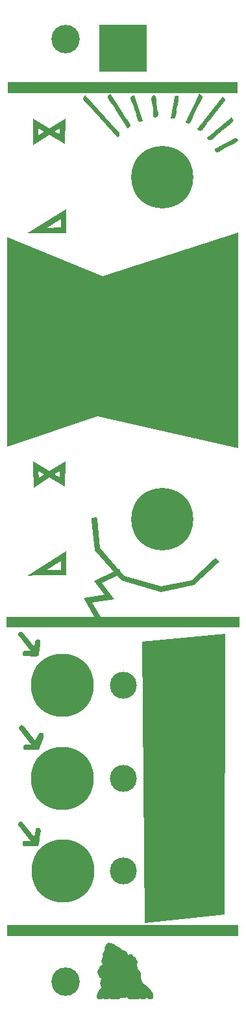
<source format=gbr>
G04 #@! TF.FileFunction,Soldermask,Top*
%FSLAX46Y46*%
G04 Gerber Fmt 4.6, Leading zero omitted, Abs format (unit mm)*
G04 Created by KiCad (PCBNEW 4.0.1-stable) date Sonntag, 24. April 2016 'u00' 18:00:35*
%MOMM*%
G01*
G04 APERTURE LIST*
%ADD10C,0.100000*%
%ADD11C,3.500000*%
%ADD12C,3.700000*%
%ADD13C,8.100000*%
%ADD14C,8.200000*%
G04 APERTURE END LIST*
D10*
G36*
X103124937Y-152483356D02*
X106192992Y-155199742D01*
X106201616Y-155207517D01*
X106196008Y-155212559D01*
X106188892Y-155211192D01*
X106192992Y-155199742D01*
X103124937Y-152483356D01*
X102667418Y-156072867D01*
X102670805Y-156099308D01*
X102672822Y-156117632D01*
X102673232Y-156126407D01*
X102671798Y-156124203D01*
X102668283Y-156109590D01*
X102662451Y-156081136D01*
X102667418Y-156072867D01*
X103124937Y-152483356D01*
X103099282Y-152487442D01*
X103074313Y-152492998D01*
X103050022Y-152499967D01*
X103026399Y-152508291D01*
X103003434Y-152517914D01*
X102981118Y-152528779D01*
X102959443Y-152540828D01*
X102938399Y-152554005D01*
X102917976Y-152568253D01*
X102898165Y-152583514D01*
X102878958Y-152599732D01*
X102860345Y-152616849D01*
X102842316Y-152634809D01*
X102824862Y-152653555D01*
X102807974Y-152673030D01*
X102791643Y-152693176D01*
X102775860Y-152713936D01*
X102760615Y-152735254D01*
X102745899Y-152757073D01*
X102731702Y-152779335D01*
X102718017Y-152801984D01*
X102704832Y-152824962D01*
X102692139Y-152848213D01*
X102679929Y-152871679D01*
X102668192Y-152895304D01*
X102656919Y-152919030D01*
X102646102Y-152942801D01*
X102635730Y-152966559D01*
X102625794Y-152990247D01*
X102616285Y-153013809D01*
X102607194Y-153037188D01*
X102598512Y-153060326D01*
X102590229Y-153083166D01*
X102582336Y-153105652D01*
X102574824Y-153127726D01*
X102581864Y-153150915D01*
X102587421Y-153173731D01*
X102591560Y-153196192D01*
X102594344Y-153218316D01*
X102595840Y-153240124D01*
X102596109Y-153261634D01*
X102595218Y-153282865D01*
X102593230Y-153303835D01*
X102590209Y-153324565D01*
X102586221Y-153345072D01*
X102581329Y-153365377D01*
X102575597Y-153385497D01*
X102569090Y-153405452D01*
X102561873Y-153425261D01*
X102554010Y-153444942D01*
X102545564Y-153464515D01*
X102536601Y-153483999D01*
X102527184Y-153503412D01*
X102517378Y-153522774D01*
X102507248Y-153542103D01*
X102496857Y-153561419D01*
X102486270Y-153580740D01*
X102475551Y-153600086D01*
X102464766Y-153619475D01*
X102453977Y-153638927D01*
X102443249Y-153658459D01*
X102432647Y-153678093D01*
X102422235Y-153697845D01*
X102412077Y-153717736D01*
X102402238Y-153737783D01*
X102392782Y-153758007D01*
X102383774Y-153778426D01*
X102375277Y-153799059D01*
X102367356Y-153819925D01*
X102360075Y-153841044D01*
X102353499Y-153862433D01*
X102347692Y-153884112D01*
X102342718Y-153906100D01*
X102338642Y-153928416D01*
X102335528Y-153951078D01*
X102333440Y-153974107D01*
X102332443Y-153997520D01*
X102332601Y-154021337D01*
X102333978Y-154045577D01*
X102336639Y-154070258D01*
X102340648Y-154095400D01*
X102346069Y-154121021D01*
X102346356Y-154141316D01*
X102345693Y-154161686D01*
X102344137Y-154182127D01*
X102341743Y-154202638D01*
X102338567Y-154223213D01*
X102334666Y-154243850D01*
X102330094Y-154264545D01*
X102324907Y-154285294D01*
X102319163Y-154306095D01*
X102312916Y-154326943D01*
X102306222Y-154347836D01*
X102299137Y-154368769D01*
X102291718Y-154389740D01*
X102284019Y-154410744D01*
X102276098Y-154431778D01*
X102268008Y-154452840D01*
X102259808Y-154473924D01*
X102251552Y-154495029D01*
X102243296Y-154516150D01*
X102235096Y-154537284D01*
X102227008Y-154558427D01*
X102219088Y-154579576D01*
X102211392Y-154600728D01*
X102203975Y-154621879D01*
X102196894Y-154643025D01*
X102190204Y-154664164D01*
X102183961Y-154685291D01*
X102178222Y-154706403D01*
X102173041Y-154727497D01*
X102168475Y-154748570D01*
X102164580Y-154769617D01*
X102161411Y-154790635D01*
X102159024Y-154811621D01*
X102157476Y-154832571D01*
X102156822Y-154853482D01*
X102157118Y-154874351D01*
X102158420Y-154895174D01*
X102160783Y-154915947D01*
X102164264Y-154936666D01*
X102168919Y-154957330D01*
X102174802Y-154977933D01*
X102181971Y-154998473D01*
X102190481Y-155018946D01*
X102200388Y-155039349D01*
X102211748Y-155059678D01*
X102224616Y-155079929D01*
X102239049Y-155100100D01*
X102255102Y-155120186D01*
X102272832Y-155140185D01*
X102292293Y-155160092D01*
X102313543Y-155179905D01*
X102316977Y-155206078D01*
X102318089Y-155229928D01*
X102317008Y-155251601D01*
X102313866Y-155271242D01*
X102308794Y-155288998D01*
X102301924Y-155305013D01*
X102293387Y-155319434D01*
X102283313Y-155332407D01*
X102271835Y-155344078D01*
X102259083Y-155354591D01*
X102245189Y-155364094D01*
X102230284Y-155372731D01*
X102214499Y-155380649D01*
X102197965Y-155387993D01*
X102180815Y-155394910D01*
X102163177Y-155401545D01*
X102145186Y-155408043D01*
X102126970Y-155414551D01*
X102108662Y-155421214D01*
X102090393Y-155428179D01*
X102072294Y-155435590D01*
X102054496Y-155443594D01*
X102037131Y-155452337D01*
X102020330Y-155461964D01*
X102004224Y-155472622D01*
X101988944Y-155484455D01*
X101974622Y-155497610D01*
X101961388Y-155512233D01*
X101949374Y-155528469D01*
X101938712Y-155546464D01*
X101931083Y-155570613D01*
X101922616Y-155594505D01*
X101913382Y-155618161D01*
X101903450Y-155641605D01*
X101892892Y-155664861D01*
X101881777Y-155687950D01*
X101870177Y-155710897D01*
X101858162Y-155733724D01*
X101845802Y-155756454D01*
X101833167Y-155779111D01*
X101820329Y-155801717D01*
X101807357Y-155824296D01*
X101794323Y-155846871D01*
X101781296Y-155869465D01*
X101768347Y-155892101D01*
X101755546Y-155914802D01*
X101742964Y-155937591D01*
X101730672Y-155960491D01*
X101718740Y-155983526D01*
X101707238Y-156006718D01*
X101696236Y-156030090D01*
X101685806Y-156053666D01*
X101676018Y-156077469D01*
X101666942Y-156101522D01*
X101658648Y-156125848D01*
X101651208Y-156150469D01*
X101644691Y-156175410D01*
X101639168Y-156200693D01*
X101634710Y-156226341D01*
X101631386Y-156252377D01*
X101629268Y-156278825D01*
X101628426Y-156305708D01*
X101628931Y-156333048D01*
X101629675Y-156356814D01*
X101633397Y-156379143D01*
X101639726Y-156400197D01*
X101648292Y-156420139D01*
X101658723Y-156439133D01*
X101670650Y-156457341D01*
X101683702Y-156474927D01*
X101697508Y-156492054D01*
X101711697Y-156508884D01*
X101725900Y-156525581D01*
X101739745Y-156542309D01*
X101752863Y-156559229D01*
X101764882Y-156576505D01*
X101775431Y-156594300D01*
X101784141Y-156612777D01*
X101790641Y-156632100D01*
X101794560Y-156652431D01*
X101795528Y-156673933D01*
X101793174Y-156696770D01*
X101787128Y-156721104D01*
X101786173Y-156747982D01*
X101787566Y-156773165D01*
X101791151Y-156796767D01*
X101796773Y-156818904D01*
X101804277Y-156839690D01*
X101813509Y-156859240D01*
X101824314Y-156877668D01*
X101836536Y-156895090D01*
X101850022Y-156911619D01*
X101864615Y-156927372D01*
X101880162Y-156942461D01*
X101896507Y-156957003D01*
X101913496Y-156971112D01*
X101930973Y-156984903D01*
X101948784Y-156998491D01*
X101966774Y-157011989D01*
X101984789Y-157025514D01*
X102002672Y-157039179D01*
X102020270Y-157053099D01*
X102037428Y-157067390D01*
X102053990Y-157082166D01*
X102069802Y-157097542D01*
X102084709Y-157113632D01*
X102098556Y-157130551D01*
X102111188Y-157148414D01*
X102122451Y-157167335D01*
X102132189Y-157187431D01*
X102119583Y-157211015D01*
X102107589Y-157234897D01*
X102096208Y-157259059D01*
X102085441Y-157283488D01*
X102075291Y-157308168D01*
X102065757Y-157333084D01*
X102056843Y-157358219D01*
X102048548Y-157383560D01*
X102040874Y-157409090D01*
X102033823Y-157434795D01*
X102027396Y-157460659D01*
X102021595Y-157486667D01*
X102016419Y-157512803D01*
X102011872Y-157539052D01*
X102007954Y-157565399D01*
X102004666Y-157591829D01*
X102002011Y-157618326D01*
X101999988Y-157644876D01*
X101998600Y-157671461D01*
X101997848Y-157698069D01*
X101997733Y-157724682D01*
X101998257Y-157751287D01*
X101999420Y-157777866D01*
X102001225Y-157804407D01*
X102003672Y-157830892D01*
X102006763Y-157857306D01*
X102010499Y-157883635D01*
X102014881Y-157909863D01*
X102019912Y-157935975D01*
X102025591Y-157961955D01*
X102031921Y-157987789D01*
X102038903Y-158013460D01*
X102046538Y-158038954D01*
X102054827Y-158064255D01*
X102063772Y-158089348D01*
X102073374Y-158114218D01*
X102083635Y-158138850D01*
X102094555Y-158163227D01*
X102106137Y-158187335D01*
X102118381Y-158211159D01*
X102131288Y-158234682D01*
X102144861Y-158257891D01*
X102129573Y-158280126D01*
X102114008Y-158302243D01*
X102098193Y-158324256D01*
X102082155Y-158346177D01*
X102065920Y-158368020D01*
X102049515Y-158389799D01*
X102032967Y-158411526D01*
X102016303Y-158433216D01*
X101999549Y-158454882D01*
X101982732Y-158476536D01*
X101965879Y-158498192D01*
X101949017Y-158519864D01*
X101932171Y-158541565D01*
X101915370Y-158563308D01*
X101898639Y-158585107D01*
X101882006Y-158606975D01*
X101865497Y-158628926D01*
X101849139Y-158650972D01*
X101832958Y-158673127D01*
X101816982Y-158695405D01*
X101801236Y-158717818D01*
X101785749Y-158740381D01*
X101770546Y-158763106D01*
X101755654Y-158786007D01*
X101741100Y-158809097D01*
X101726911Y-158832390D01*
X101713113Y-158855899D01*
X101699734Y-158879637D01*
X101686799Y-158903617D01*
X101674336Y-158927854D01*
X101662371Y-158952360D01*
X101650931Y-158977149D01*
X101640043Y-159002234D01*
X101629733Y-159027628D01*
X101620029Y-159053345D01*
X101610956Y-159079399D01*
X101602542Y-159105801D01*
X101594814Y-159132567D01*
X101587798Y-159159709D01*
X101581520Y-159187240D01*
X101578884Y-159200377D01*
X101574863Y-159215843D01*
X101569730Y-159233435D01*
X101563757Y-159252952D01*
X101557214Y-159274189D01*
X101550374Y-159296944D01*
X101543508Y-159321014D01*
X101536887Y-159346196D01*
X101530784Y-159372287D01*
X101525469Y-159399085D01*
X101521215Y-159426387D01*
X101518293Y-159453989D01*
X101516974Y-159481689D01*
X101517530Y-159509283D01*
X101520233Y-159536570D01*
X101525354Y-159563346D01*
X101533165Y-159589408D01*
X101543937Y-159614554D01*
X101557943Y-159638580D01*
X101575452Y-159661283D01*
X101592091Y-159683199D01*
X101609894Y-159702959D01*
X101628788Y-159720662D01*
X101648700Y-159736406D01*
X101669556Y-159750291D01*
X101691282Y-159762416D01*
X101713804Y-159772878D01*
X101737048Y-159781777D01*
X101760942Y-159789213D01*
X101785410Y-159795283D01*
X101810380Y-159800086D01*
X101835778Y-159803722D01*
X101861529Y-159806290D01*
X101887561Y-159807887D01*
X101913799Y-159808614D01*
X101940170Y-159808568D01*
X101966600Y-159807849D01*
X101993015Y-159806555D01*
X102019342Y-159804786D01*
X102045506Y-159802640D01*
X102071434Y-159800216D01*
X102097053Y-159797613D01*
X102122288Y-159794929D01*
X102147067Y-159792264D01*
X102171314Y-159789717D01*
X102190173Y-159772554D01*
X102208947Y-159758859D01*
X102227662Y-159748373D01*
X102246344Y-159740836D01*
X102265019Y-159735989D01*
X102283711Y-159733573D01*
X102302446Y-159733329D01*
X102321250Y-159734996D01*
X102340149Y-159738316D01*
X102359168Y-159743030D01*
X102378332Y-159748878D01*
X102397668Y-159755600D01*
X102417200Y-159762938D01*
X102436954Y-159770632D01*
X102456956Y-159778422D01*
X102477232Y-159786050D01*
X102497806Y-159793256D01*
X102518705Y-159799780D01*
X102539954Y-159805364D01*
X102561579Y-159809748D01*
X102583604Y-159812672D01*
X102606057Y-159813878D01*
X102628961Y-159813106D01*
X102652343Y-159810096D01*
X102676229Y-159804590D01*
X102701105Y-159805131D01*
X102726439Y-159805736D01*
X102752131Y-159806272D01*
X102778084Y-159806607D01*
X102804198Y-159806607D01*
X102830375Y-159806139D01*
X102856517Y-159805070D01*
X102882524Y-159803268D01*
X102908298Y-159800597D01*
X102933741Y-159796927D01*
X102958753Y-159792123D01*
X102983236Y-159786053D01*
X103007092Y-159778582D01*
X103030221Y-159769579D01*
X103052526Y-159758910D01*
X103073907Y-159746442D01*
X103094266Y-159732042D01*
X103113504Y-159715576D01*
X103131522Y-159696912D01*
X103148222Y-159675916D01*
X103163506Y-159652456D01*
X103179757Y-159674565D01*
X103196946Y-159694545D01*
X103215023Y-159712497D01*
X103233941Y-159728525D01*
X103253650Y-159742729D01*
X103274102Y-159755213D01*
X103295248Y-159766079D01*
X103317039Y-159775429D01*
X103339428Y-159783364D01*
X103362365Y-159789989D01*
X103385802Y-159795404D01*
X103409689Y-159799713D01*
X103433979Y-159803016D01*
X103458623Y-159805418D01*
X103483572Y-159807019D01*
X103508777Y-159807923D01*
X103534190Y-159808231D01*
X103559762Y-159808047D01*
X103585445Y-159807471D01*
X103611190Y-159806606D01*
X103636948Y-159805556D01*
X103662671Y-159804421D01*
X103688310Y-159803304D01*
X103713816Y-159802308D01*
X103739140Y-159801535D01*
X103764235Y-159801087D01*
X103789051Y-159801066D01*
X103813540Y-159801575D01*
X103837654Y-159802715D01*
X103861342Y-159804590D01*
X103888047Y-159802563D01*
X103914923Y-159801276D01*
X103941949Y-159800634D01*
X103969105Y-159800543D01*
X103996370Y-159800907D01*
X104023721Y-159801632D01*
X104051138Y-159802622D01*
X104078600Y-159803783D01*
X104106085Y-159805020D01*
X104133573Y-159806237D01*
X104161042Y-159807340D01*
X104188471Y-159808234D01*
X104215839Y-159808824D01*
X104243124Y-159809015D01*
X104270307Y-159808712D01*
X104297364Y-159807819D01*
X104324276Y-159806243D01*
X104351020Y-159803887D01*
X104377577Y-159800658D01*
X104403924Y-159796460D01*
X104430040Y-159791198D01*
X104455905Y-159784778D01*
X104481497Y-159777103D01*
X104506795Y-159768080D01*
X104531778Y-159757614D01*
X104556425Y-159745609D01*
X104570332Y-159724563D01*
X104585112Y-159705868D01*
X104600724Y-159689403D01*
X104617131Y-159675043D01*
X104634292Y-159662668D01*
X104652169Y-159652155D01*
X104670722Y-159643382D01*
X104689912Y-159636226D01*
X104709700Y-159630565D01*
X104730047Y-159626277D01*
X104750913Y-159623239D01*
X104772260Y-159621329D01*
X104794047Y-159620425D01*
X104816237Y-159620405D01*
X104838789Y-159621145D01*
X104861664Y-159622525D01*
X104884824Y-159624421D01*
X104908228Y-159626711D01*
X104931839Y-159629274D01*
X104955616Y-159631986D01*
X104979520Y-159634725D01*
X105003513Y-159637370D01*
X105027554Y-159639797D01*
X105051605Y-159641885D01*
X105075627Y-159643510D01*
X105099580Y-159644552D01*
X105123425Y-159644887D01*
X105147123Y-159644393D01*
X105170635Y-159642949D01*
X105193921Y-159640430D01*
X105216943Y-159636717D01*
X105239661Y-159631685D01*
X105262035Y-159625213D01*
X105284027Y-159617178D01*
X105305918Y-159602867D01*
X105326634Y-159591221D01*
X105346248Y-159582103D01*
X105364832Y-159575376D01*
X105382461Y-159570903D01*
X105399206Y-159568546D01*
X105415140Y-159568169D01*
X105430336Y-159569633D01*
X105444866Y-159572804D01*
X105458805Y-159577542D01*
X105472223Y-159583711D01*
X105485195Y-159591174D01*
X105497792Y-159599794D01*
X105510088Y-159609434D01*
X105522155Y-159619956D01*
X105534066Y-159631224D01*
X105545894Y-159643100D01*
X105557712Y-159655447D01*
X105569592Y-159668129D01*
X105581607Y-159681007D01*
X105593830Y-159693945D01*
X105606333Y-159706807D01*
X105619190Y-159719453D01*
X105632474Y-159731749D01*
X105646256Y-159743556D01*
X105660610Y-159754737D01*
X105675608Y-159765155D01*
X105691324Y-159774674D01*
X105707829Y-159783155D01*
X105725198Y-159790463D01*
X105743502Y-159796459D01*
X105762814Y-159801007D01*
X105783207Y-159803970D01*
X105804754Y-159805210D01*
X105827528Y-159804590D01*
X105853861Y-159803122D01*
X105880347Y-159802425D01*
X105906958Y-159802352D01*
X105933667Y-159802756D01*
X105960446Y-159803490D01*
X105987269Y-159804406D01*
X106014107Y-159805359D01*
X106040935Y-159806199D01*
X106067723Y-159806781D01*
X106094446Y-159806957D01*
X106121075Y-159806580D01*
X106147584Y-159805503D01*
X106173945Y-159803579D01*
X106200131Y-159800660D01*
X106226115Y-159796601D01*
X106251869Y-159791252D01*
X106277366Y-159784468D01*
X106302578Y-159776101D01*
X106327479Y-159766005D01*
X106353327Y-159774517D01*
X106379414Y-159781886D01*
X106405724Y-159788183D01*
X106432238Y-159793478D01*
X106458938Y-159797843D01*
X106485806Y-159801349D01*
X106512824Y-159804065D01*
X106539975Y-159806063D01*
X106567241Y-159807414D01*
X106594602Y-159808188D01*
X106622042Y-159808456D01*
X106649543Y-159808289D01*
X106677086Y-159807758D01*
X106704654Y-159806933D01*
X106732228Y-159805885D01*
X106759790Y-159804685D01*
X106787324Y-159803404D01*
X106814810Y-159802112D01*
X106842231Y-159800880D01*
X106869569Y-159799780D01*
X106896805Y-159798881D01*
X106923922Y-159798255D01*
X106950902Y-159797972D01*
X106978892Y-159782470D01*
X107004745Y-159767796D01*
X107028702Y-159754099D01*
X107051003Y-159741529D01*
X107071888Y-159730237D01*
X107091596Y-159720372D01*
X107110368Y-159712085D01*
X107128444Y-159705525D01*
X107146064Y-159700842D01*
X107163468Y-159698187D01*
X107180896Y-159697709D01*
X107198588Y-159699558D01*
X107216784Y-159703885D01*
X107235724Y-159710839D01*
X107255647Y-159720570D01*
X107276796Y-159733229D01*
X107299408Y-159748964D01*
X107323724Y-159767927D01*
X107349984Y-159790267D01*
X107376651Y-159792533D01*
X107403537Y-159794888D01*
X107430614Y-159797262D01*
X107457852Y-159799586D01*
X107485221Y-159801789D01*
X107512694Y-159803800D01*
X107540239Y-159805549D01*
X107567829Y-159806967D01*
X107595433Y-159807983D01*
X107623023Y-159808527D01*
X107650569Y-159808528D01*
X107678043Y-159807917D01*
X107705414Y-159806623D01*
X107732653Y-159804575D01*
X107759731Y-159801705D01*
X107786620Y-159797941D01*
X107813289Y-159793213D01*
X107839709Y-159787451D01*
X107865852Y-159780585D01*
X107891687Y-159772544D01*
X107917186Y-159763259D01*
X107938080Y-159744212D01*
X107956964Y-159725740D01*
X107974034Y-159708038D01*
X107989486Y-159691297D01*
X108003517Y-159675711D01*
X108016323Y-159661472D01*
X108028101Y-159648773D01*
X108039046Y-159637807D01*
X108049357Y-159628766D01*
X108059227Y-159621844D01*
X108068856Y-159617233D01*
X108078437Y-159615126D01*
X108088169Y-159615716D01*
X108098247Y-159619195D01*
X108108869Y-159625757D01*
X108120229Y-159635593D01*
X108132525Y-159648898D01*
X108145953Y-159665864D01*
X108160710Y-159686683D01*
X108176992Y-159711548D01*
X108194994Y-159740653D01*
X108217965Y-159753548D01*
X108241560Y-159764920D01*
X108265723Y-159774832D01*
X108290401Y-159783351D01*
X108315537Y-159790541D01*
X108341077Y-159796468D01*
X108366966Y-159801197D01*
X108393148Y-159804793D01*
X108419569Y-159807321D01*
X108446174Y-159808847D01*
X108472907Y-159809436D01*
X108499713Y-159809154D01*
X108526538Y-159808064D01*
X108553326Y-159806233D01*
X108580022Y-159803726D01*
X108606572Y-159800608D01*
X108632920Y-159796944D01*
X108659010Y-159792799D01*
X108684789Y-159788239D01*
X108710201Y-159783329D01*
X108735190Y-159778135D01*
X108759909Y-159766603D01*
X108782758Y-159753846D01*
X108803794Y-159739922D01*
X108823070Y-159724891D01*
X108840643Y-159708812D01*
X108856567Y-159691744D01*
X108870898Y-159673745D01*
X108883690Y-159654876D01*
X108894999Y-159635195D01*
X108904880Y-159614761D01*
X108913388Y-159593634D01*
X108920579Y-159571872D01*
X108926506Y-159549534D01*
X108931227Y-159526681D01*
X108934795Y-159503370D01*
X108937266Y-159479661D01*
X108938695Y-159455613D01*
X108939137Y-159431284D01*
X108938648Y-159406735D01*
X108937282Y-159382025D01*
X108935095Y-159357211D01*
X108932141Y-159332354D01*
X108928477Y-159307513D01*
X108924156Y-159282746D01*
X108919235Y-159258113D01*
X108913768Y-159233673D01*
X108907811Y-159209484D01*
X108901418Y-159185607D01*
X108894645Y-159162100D01*
X108887547Y-159139021D01*
X108880180Y-159116432D01*
X108872597Y-159094389D01*
X108864855Y-159072953D01*
X108857009Y-159052183D01*
X108846023Y-159026672D01*
X108834671Y-159001406D01*
X108822958Y-158976382D01*
X108810892Y-158951597D01*
X108798478Y-158927048D01*
X108785722Y-158902732D01*
X108772630Y-158878646D01*
X108759209Y-158854787D01*
X108745464Y-158831153D01*
X108731402Y-158807740D01*
X108717029Y-158784545D01*
X108702351Y-158761565D01*
X108687374Y-158738799D01*
X108672104Y-158716241D01*
X108656547Y-158693890D01*
X108640709Y-158671743D01*
X108624597Y-158649797D01*
X108608217Y-158628048D01*
X108591574Y-158606494D01*
X108574675Y-158585132D01*
X108557526Y-158563959D01*
X108540133Y-158542971D01*
X108522502Y-158522167D01*
X108504640Y-158501543D01*
X108486552Y-158481096D01*
X108468244Y-158460823D01*
X108449723Y-158440721D01*
X108430994Y-158420788D01*
X108412065Y-158401020D01*
X108392940Y-158381414D01*
X108373626Y-158361968D01*
X108354130Y-158342678D01*
X108334457Y-158323542D01*
X108314613Y-158304556D01*
X108294605Y-158285718D01*
X108274438Y-158267024D01*
X108254119Y-158248473D01*
X108233654Y-158230060D01*
X108213048Y-158211783D01*
X108192309Y-158193639D01*
X108171442Y-158175625D01*
X108150453Y-158157738D01*
X108129349Y-158139975D01*
X108108135Y-158122334D01*
X108086818Y-158104810D01*
X108065404Y-158087402D01*
X108043898Y-158070106D01*
X108022307Y-158052919D01*
X108000638Y-158035839D01*
X107978895Y-158018862D01*
X107957086Y-158001986D01*
X107935216Y-157985207D01*
X107913292Y-157968523D01*
X107891319Y-157951931D01*
X107869305Y-157935427D01*
X107847254Y-157919009D01*
X107825173Y-157902674D01*
X107803068Y-157886419D01*
X107780945Y-157870240D01*
X107758810Y-157854136D01*
X107736670Y-157838103D01*
X107714531Y-157822138D01*
X107692398Y-157806238D01*
X107670278Y-157790400D01*
X107648177Y-157774622D01*
X107626100Y-157758900D01*
X107604055Y-157743231D01*
X107582047Y-157727612D01*
X107564586Y-157707953D01*
X107547786Y-157687728D01*
X107531641Y-157666960D01*
X107516143Y-157645670D01*
X107501285Y-157623882D01*
X107487060Y-157601618D01*
X107473459Y-157578898D01*
X107460476Y-157555747D01*
X107448103Y-157532184D01*
X107436333Y-157508234D01*
X107425158Y-157483917D01*
X107414571Y-157459257D01*
X107404565Y-157434274D01*
X107395132Y-157408992D01*
X107386265Y-157383432D01*
X107377956Y-157357616D01*
X107370199Y-157331568D01*
X107362985Y-157305307D01*
X107356307Y-157278858D01*
X107350158Y-157252241D01*
X107344530Y-157225480D01*
X107339416Y-157198595D01*
X107334809Y-157171610D01*
X107330701Y-157144547D01*
X107327085Y-157117427D01*
X107323954Y-157090272D01*
X107321299Y-157063105D01*
X107319114Y-157035949D01*
X107317392Y-157008824D01*
X107316124Y-156981753D01*
X107315304Y-156954758D01*
X107314923Y-156927862D01*
X107314975Y-156901087D01*
X107315453Y-156874454D01*
X107316348Y-156847985D01*
X107317654Y-156821704D01*
X107319363Y-156795631D01*
X107321467Y-156769790D01*
X107323960Y-156744201D01*
X107326834Y-156718888D01*
X107329042Y-156690176D01*
X107329920Y-156661697D01*
X107329515Y-156633458D01*
X107327876Y-156605464D01*
X107325049Y-156577719D01*
X107321083Y-156550229D01*
X107316026Y-156523000D01*
X107309926Y-156496036D01*
X107302830Y-156469344D01*
X107294786Y-156442928D01*
X107285842Y-156416793D01*
X107276046Y-156390946D01*
X107265447Y-156365391D01*
X107254090Y-156340133D01*
X107242026Y-156315179D01*
X107229301Y-156290533D01*
X107215963Y-156266200D01*
X107202060Y-156242186D01*
X107187640Y-156218496D01*
X107172751Y-156195136D01*
X107157441Y-156172111D01*
X107141757Y-156149426D01*
X107125747Y-156127086D01*
X107109460Y-156105097D01*
X107092943Y-156083463D01*
X107076244Y-156062192D01*
X107059411Y-156041287D01*
X107042491Y-156020754D01*
X107025533Y-156000598D01*
X107008584Y-155980825D01*
X106991693Y-155961439D01*
X106974907Y-155942447D01*
X106958273Y-155923854D01*
X106941841Y-155905664D01*
X106925657Y-155887883D01*
X106909769Y-155870517D01*
X106894226Y-155853571D01*
X106879075Y-155837050D01*
X106864365Y-155820959D01*
X106864257Y-155795517D01*
X106863024Y-155770289D01*
X106860783Y-155745264D01*
X106857653Y-155720435D01*
X106853751Y-155695791D01*
X106849196Y-155671322D01*
X106844105Y-155647019D01*
X106838598Y-155622874D01*
X106832791Y-155598875D01*
X106826803Y-155575014D01*
X106820751Y-155551282D01*
X106814755Y-155527668D01*
X106808931Y-155504163D01*
X106803398Y-155480758D01*
X106798274Y-155457444D01*
X106793678Y-155434210D01*
X106789726Y-155411047D01*
X106786537Y-155387947D01*
X106784230Y-155364898D01*
X106782921Y-155341893D01*
X106782730Y-155318920D01*
X106783774Y-155295972D01*
X106786171Y-155273038D01*
X106790040Y-155250109D01*
X106795498Y-155227175D01*
X106802663Y-155204227D01*
X106811654Y-155181256D01*
X106822588Y-155158252D01*
X106835583Y-155135204D01*
X106850758Y-155112105D01*
X106868231Y-155088945D01*
X106877918Y-155063496D01*
X106883336Y-155037882D01*
X106884896Y-155012221D01*
X106883010Y-154986631D01*
X106878089Y-154961228D01*
X106870546Y-154936129D01*
X106860791Y-154911453D01*
X106849236Y-154887317D01*
X106836293Y-154863837D01*
X106822374Y-154841131D01*
X106807889Y-154819316D01*
X106793251Y-154798511D01*
X106778870Y-154778831D01*
X106765160Y-154760395D01*
X106752531Y-154743319D01*
X106741394Y-154727721D01*
X106732162Y-154713719D01*
X106725246Y-154701429D01*
X106721058Y-154690969D01*
X106724990Y-154664023D01*
X106726638Y-154637901D01*
X106726101Y-154612606D01*
X106723479Y-154588143D01*
X106718871Y-154564515D01*
X106712376Y-154541728D01*
X106704093Y-154519784D01*
X106694121Y-154498689D01*
X106682561Y-154478446D01*
X106669511Y-154459060D01*
X106655069Y-154440534D01*
X106639337Y-154422873D01*
X106622412Y-154406081D01*
X106604395Y-154390161D01*
X106585384Y-154375120D01*
X106565478Y-154360959D01*
X106544777Y-154347684D01*
X106523380Y-154335298D01*
X106501387Y-154323807D01*
X106478896Y-154313213D01*
X106456007Y-154303521D01*
X106432820Y-154294735D01*
X106409432Y-154286860D01*
X106385944Y-154279899D01*
X106362455Y-154273856D01*
X106339064Y-154268736D01*
X106330487Y-154264390D01*
X106321946Y-154256728D01*
X106313350Y-154246098D01*
X106304608Y-154232846D01*
X106295629Y-154217320D01*
X106286321Y-154199868D01*
X106276595Y-154180835D01*
X106266357Y-154160569D01*
X106255519Y-154139417D01*
X106243987Y-154117726D01*
X106231672Y-154095844D01*
X106218482Y-154074116D01*
X106204326Y-154052891D01*
X106189113Y-154032516D01*
X106172751Y-154013337D01*
X106155151Y-153995701D01*
X106136220Y-153979956D01*
X106115867Y-153966449D01*
X106094002Y-153955526D01*
X106070534Y-153947535D01*
X106045370Y-153942823D01*
X106018421Y-153941737D01*
X105989594Y-153944624D01*
X105962939Y-153944510D01*
X105936764Y-153946422D01*
X105911026Y-153950170D01*
X105885681Y-153955565D01*
X105860686Y-153962415D01*
X105835999Y-153970531D01*
X105811575Y-153979724D01*
X105787371Y-153989803D01*
X105763345Y-154000578D01*
X105739453Y-154011859D01*
X105715651Y-154023456D01*
X105691897Y-154035179D01*
X105668147Y-154046839D01*
X105644358Y-154058245D01*
X105620486Y-154069207D01*
X105596489Y-154079535D01*
X105572323Y-154089040D01*
X105573987Y-154060815D01*
X105574318Y-154033150D01*
X105573353Y-154006047D01*
X105571126Y-153979509D01*
X105567674Y-153953538D01*
X105563032Y-153928137D01*
X105557238Y-153903309D01*
X105550327Y-153879055D01*
X105542335Y-153855379D01*
X105533297Y-153832283D01*
X105523251Y-153809770D01*
X105512231Y-153787842D01*
X105500275Y-153766502D01*
X105487417Y-153745752D01*
X105473694Y-153725595D01*
X105459143Y-153706034D01*
X105443798Y-153687070D01*
X105427696Y-153668708D01*
X105410873Y-153650948D01*
X105393365Y-153633794D01*
X105375208Y-153617249D01*
X105356438Y-153601314D01*
X105337090Y-153585993D01*
X105317202Y-153571288D01*
X105296809Y-153557202D01*
X105275946Y-153543736D01*
X105254651Y-153530895D01*
X105232958Y-153518679D01*
X105210905Y-153507092D01*
X105188526Y-153496137D01*
X105165859Y-153485816D01*
X105142938Y-153476131D01*
X105119800Y-153467086D01*
X105096481Y-153458682D01*
X105073018Y-153450922D01*
X105049445Y-153443809D01*
X105025799Y-153437345D01*
X105002116Y-153431533D01*
X104978432Y-153426376D01*
X104954783Y-153421876D01*
X104931204Y-153418035D01*
X104907733Y-153414856D01*
X104884405Y-153412342D01*
X104861256Y-153410496D01*
X104845363Y-153387065D01*
X104828893Y-153364376D01*
X104811865Y-153342408D01*
X104794296Y-153321141D01*
X104776204Y-153300553D01*
X104757608Y-153280625D01*
X104738526Y-153261335D01*
X104718976Y-153242664D01*
X104698976Y-153224590D01*
X104678544Y-153207093D01*
X104657699Y-153190153D01*
X104636458Y-153173748D01*
X104614840Y-153157859D01*
X104592863Y-153142464D01*
X104570546Y-153127543D01*
X104547905Y-153113076D01*
X104524960Y-153099042D01*
X104501728Y-153085420D01*
X104478229Y-153072190D01*
X104454479Y-153059332D01*
X104430497Y-153046824D01*
X104406301Y-153034645D01*
X104381910Y-153022777D01*
X104357341Y-153011197D01*
X104332613Y-152999886D01*
X104307744Y-152988822D01*
X104282752Y-152977986D01*
X104257655Y-152967356D01*
X104232472Y-152956912D01*
X104207220Y-152946634D01*
X104181917Y-152936501D01*
X104156583Y-152926491D01*
X104131234Y-152916586D01*
X104105889Y-152906764D01*
X104080567Y-152897004D01*
X104055285Y-152887286D01*
X104030062Y-152877589D01*
X104004916Y-152867894D01*
X103979864Y-152858178D01*
X103965900Y-152836472D01*
X103951042Y-152815601D01*
X103935324Y-152795550D01*
X103918777Y-152776302D01*
X103901436Y-152757841D01*
X103883334Y-152740149D01*
X103864503Y-152723211D01*
X103844976Y-152707010D01*
X103824788Y-152691529D01*
X103803970Y-152676752D01*
X103782556Y-152662662D01*
X103760579Y-152649242D01*
X103738072Y-152636477D01*
X103715068Y-152624350D01*
X103691600Y-152612843D01*
X103667702Y-152601941D01*
X103643406Y-152591627D01*
X103618746Y-152581885D01*
X103593754Y-152572697D01*
X103568463Y-152564048D01*
X103542908Y-152555921D01*
X103517120Y-152548298D01*
X103491133Y-152541165D01*
X103464979Y-152534504D01*
X103438693Y-152528298D01*
X103412307Y-152522532D01*
X103385854Y-152517188D01*
X103359368Y-152512250D01*
X103332881Y-152507702D01*
X103306426Y-152503526D01*
X103280036Y-152499707D01*
X103253746Y-152496228D01*
X103227587Y-152493072D01*
X103201592Y-152490223D01*
X103175796Y-152487664D01*
X103150230Y-152485379D01*
X103124929Y-152483351D01*
X103124937Y-152483356D01*
X103124937Y-152483356D01*
G37*
G36*
X101862893Y-33117640D02*
X108036024Y-33117640D01*
X108036024Y-39219611D01*
X101862893Y-39219611D01*
X101862893Y-33117640D01*
X101862893Y-33117640D01*
G37*
G36*
X107448951Y-113368350D02*
X118300853Y-112336531D01*
X118194114Y-148823829D01*
X107769172Y-149891230D01*
X107448951Y-113368350D01*
X107448951Y-113368350D01*
G37*
G36*
X97589557Y-57094689D02*
X96884002Y-58367461D01*
X96884002Y-59521154D01*
X94992780Y-59548727D01*
X96884002Y-58367472D01*
X96884002Y-58367461D01*
X97589557Y-57094689D01*
X92472626Y-60290636D01*
X93737664Y-60272461D01*
X97589557Y-60216787D01*
X97589557Y-57094703D01*
X97589557Y-57094689D01*
X97589557Y-57094689D01*
G37*
G36*
X97446239Y-45320181D02*
X94705052Y-47047688D01*
X93952644Y-47521734D01*
X93931703Y-46591284D01*
X93931698Y-46591284D01*
X94705052Y-47047688D01*
X97446239Y-45320181D01*
X96725263Y-46608359D01*
X96715329Y-47415339D01*
X96059382Y-47027834D01*
X96725252Y-46608359D01*
X96725263Y-46608359D01*
X97446239Y-45320181D01*
X95376427Y-46624355D01*
X93197474Y-45337819D01*
X93211811Y-45972269D01*
X93275751Y-48782364D01*
X95388010Y-47451178D01*
X97406559Y-48642907D01*
X97446245Y-45320181D01*
X97446239Y-45320181D01*
X97446239Y-45320181D01*
G37*
G36*
X97598377Y-101561778D02*
X96892821Y-102833982D01*
X96892821Y-103988229D01*
X95000499Y-104015773D01*
X96892821Y-102833968D01*
X96892821Y-102833982D01*
X97598377Y-101561778D01*
X92480892Y-104758275D01*
X93746484Y-104739535D01*
X97598377Y-104683861D01*
X97598377Y-101561778D01*
X97598377Y-101561778D01*
G37*
G36*
X97454508Y-89887038D02*
X95384696Y-91191215D01*
X94713304Y-91614548D01*
X93960897Y-92088591D01*
X93939956Y-91157591D01*
X93939950Y-91157591D01*
X94713304Y-91614548D01*
X95384696Y-91191215D01*
X96067632Y-91595269D01*
X96733498Y-91175794D01*
X96733513Y-91175794D01*
X96723578Y-91982221D01*
X96067632Y-91595269D01*
X95384696Y-91191215D01*
X93205740Y-89904676D01*
X93220614Y-90539126D01*
X93284003Y-93349221D01*
X95396812Y-92018035D01*
X97414811Y-93209764D01*
X97454497Y-89887038D01*
X97454508Y-89887038D01*
X97454508Y-89887038D01*
G37*
G36*
X89934973Y-40623230D02*
X89934973Y-42046466D01*
X90197671Y-42046466D01*
X119680830Y-42046466D01*
X119943529Y-42046466D01*
X119943529Y-40623230D01*
X119680830Y-40623230D01*
X90197671Y-40623230D01*
X89934973Y-40623230D01*
X89934973Y-40623230D01*
G37*
G36*
X89735412Y-110083129D02*
X89735412Y-111506365D01*
X90201786Y-111506365D01*
X119706519Y-111506365D01*
X120172891Y-111506365D01*
X120172891Y-110083129D01*
X119706519Y-110083129D01*
X90201786Y-110083129D01*
X89735412Y-110083129D01*
X89735412Y-110083129D01*
G37*
G36*
X89888628Y-150175342D02*
X89888628Y-151598578D01*
X90151834Y-151598578D01*
X119692010Y-151598578D01*
X119955217Y-151598578D01*
X119955217Y-150175342D01*
X119692010Y-150175342D01*
X90151834Y-150175342D01*
X89888628Y-150175342D01*
X89888628Y-150175342D01*
G37*
G36*
X89853264Y-60733217D02*
X102338313Y-65834499D01*
X119980775Y-60128296D01*
X119955827Y-88216542D01*
X101627376Y-84069410D01*
X89871970Y-87992034D01*
X89853264Y-60733217D01*
X89853264Y-60733217D01*
G37*
G36*
X91641642Y-136725431D02*
X91616284Y-136725993D01*
X91591607Y-136728212D01*
X91567642Y-136732021D01*
X91544421Y-136737357D01*
X91521975Y-136744152D01*
X91500335Y-136752342D01*
X91479533Y-136761860D01*
X91459601Y-136772643D01*
X91440569Y-136784623D01*
X91422470Y-136797736D01*
X91405334Y-136811915D01*
X91389194Y-136827097D01*
X91374080Y-136843214D01*
X91360025Y-136860201D01*
X91347058Y-136877994D01*
X91335213Y-136896526D01*
X91324520Y-136915731D01*
X91315010Y-136935546D01*
X91306716Y-136955903D01*
X91299669Y-136976738D01*
X91293899Y-136997984D01*
X91289440Y-137019577D01*
X91286321Y-137041451D01*
X91284574Y-137063540D01*
X91284232Y-137085779D01*
X91285324Y-137108103D01*
X91287883Y-137130445D01*
X91291941Y-137152741D01*
X91297528Y-137174924D01*
X91304676Y-137196930D01*
X91313416Y-137218693D01*
X91323781Y-137240147D01*
X91335801Y-137261227D01*
X91349507Y-137281867D01*
X91364932Y-137302002D01*
X92910539Y-139238972D01*
X92205536Y-139229602D01*
X92181862Y-139229756D01*
X92158989Y-139231111D01*
X92136918Y-139233624D01*
X92115649Y-139237255D01*
X92095183Y-139241961D01*
X92075521Y-139247701D01*
X92056662Y-139254433D01*
X92038608Y-139262115D01*
X92021359Y-139270706D01*
X92004915Y-139280163D01*
X91989277Y-139290445D01*
X91974446Y-139301510D01*
X91960421Y-139313316D01*
X91947205Y-139325822D01*
X91934796Y-139338986D01*
X91923196Y-139352765D01*
X91912405Y-139367119D01*
X91902424Y-139382005D01*
X91893253Y-139397381D01*
X91884893Y-139413207D01*
X91877343Y-139429440D01*
X91870606Y-139446037D01*
X91864681Y-139462959D01*
X91859568Y-139480162D01*
X91855269Y-139497605D01*
X91851784Y-139515246D01*
X91849113Y-139533044D01*
X91847257Y-139550956D01*
X91846216Y-139568941D01*
X91845991Y-139586957D01*
X91846583Y-139604963D01*
X91847991Y-139622916D01*
X91850217Y-139640775D01*
X91853261Y-139658497D01*
X91857124Y-139676042D01*
X91861805Y-139693367D01*
X91867306Y-139710431D01*
X91873627Y-139727192D01*
X91880769Y-139743608D01*
X91888732Y-139759637D01*
X91897516Y-139775238D01*
X91907123Y-139790369D01*
X91917552Y-139804987D01*
X91928805Y-139819052D01*
X91940881Y-139832521D01*
X91953782Y-139845353D01*
X91967507Y-139857505D01*
X91982057Y-139868937D01*
X91997434Y-139879606D01*
X92013636Y-139889471D01*
X92030666Y-139898489D01*
X92048523Y-139906619D01*
X92067207Y-139913820D01*
X92086721Y-139920049D01*
X92107063Y-139925264D01*
X92128234Y-139929425D01*
X92150236Y-139932489D01*
X92173068Y-139934414D01*
X92196731Y-139935158D01*
X93646428Y-139953898D01*
X93651931Y-139953898D01*
X93668469Y-139952769D01*
X93684443Y-139951640D01*
X93687265Y-139951640D01*
X93702194Y-139949714D01*
X93717031Y-139947237D01*
X93722534Y-139946108D01*
X93734106Y-139943286D01*
X93755046Y-139937218D01*
X93756175Y-139937218D01*
X93761142Y-139935525D01*
X93774753Y-139930847D01*
X93788151Y-139925619D01*
X93789280Y-139925054D01*
X93802911Y-139919004D01*
X93816289Y-139912383D01*
X93821256Y-139909560D01*
X93834086Y-139902106D01*
X93846599Y-139894123D01*
X93851002Y-139891301D01*
X93863314Y-139882453D01*
X93875245Y-139873097D01*
X93879111Y-139869795D01*
X93890354Y-139859826D01*
X93901153Y-139849391D01*
X93905019Y-139845524D01*
X93912188Y-139837255D01*
X93927625Y-139819616D01*
X93928190Y-139819052D01*
X93937263Y-139807121D01*
X93945829Y-139794809D01*
X93948651Y-139790406D01*
X93956363Y-139777611D01*
X93963524Y-139764498D01*
X93964088Y-139763934D01*
X93971324Y-139748936D01*
X93977861Y-139733617D01*
X93978425Y-139732489D01*
X93987795Y-139706581D01*
X93990053Y-139699412D01*
X93991746Y-139693909D01*
X93995334Y-139679367D01*
X93998350Y-139664693D01*
X93999479Y-139659190D01*
X94001172Y-139648155D01*
X94197404Y-138200663D01*
X94197924Y-138197892D01*
X94199351Y-138189871D01*
X94201493Y-138177035D01*
X94204155Y-138159820D01*
X94207142Y-138138662D01*
X94210259Y-138113997D01*
X94213313Y-138086261D01*
X94216109Y-138055889D01*
X94218452Y-138023317D01*
X94220148Y-137988982D01*
X94221002Y-137953318D01*
X94220820Y-137916763D01*
X94219408Y-137879751D01*
X94216571Y-137842719D01*
X94212114Y-137806102D01*
X94205843Y-137770336D01*
X94198409Y-137740893D01*
X94188716Y-137713088D01*
X94177010Y-137686967D01*
X94163537Y-137662571D01*
X94148541Y-137639945D01*
X94132268Y-137619133D01*
X94114964Y-137600178D01*
X94096873Y-137583125D01*
X94078242Y-137568016D01*
X94059316Y-137554896D01*
X94040340Y-137543808D01*
X94021560Y-137534796D01*
X94002346Y-137528146D01*
X93981160Y-137523645D01*
X93958299Y-137521188D01*
X93934058Y-137520673D01*
X93908733Y-137521997D01*
X93882620Y-137525056D01*
X93856014Y-137529748D01*
X93829211Y-137535970D01*
X93802508Y-137543618D01*
X93776200Y-137552590D01*
X93750582Y-137562782D01*
X93725951Y-137574092D01*
X93702602Y-137586417D01*
X93680831Y-137599652D01*
X93660934Y-137613697D01*
X93629605Y-137640871D01*
X93604035Y-137669071D01*
X93583670Y-137697169D01*
X93567958Y-137724038D01*
X93556344Y-137748550D01*
X93548275Y-137769578D01*
X93543197Y-137785994D01*
X93540556Y-137796671D01*
X93539798Y-137800480D01*
X93412468Y-138735341D01*
X91917021Y-136861761D01*
X91899802Y-136841200D01*
X91881213Y-136822140D01*
X91861353Y-136804630D01*
X91840322Y-136788722D01*
X91818221Y-136774464D01*
X91795149Y-136761906D01*
X91771208Y-136751099D01*
X91746498Y-136742091D01*
X91721118Y-136734933D01*
X91695168Y-136729676D01*
X91668751Y-136726367D01*
X91641964Y-136725058D01*
X91641642Y-136725431D01*
X91641642Y-136725431D01*
G37*
G36*
X91741422Y-124202962D02*
X91716064Y-124203525D01*
X91691387Y-124205743D01*
X91667422Y-124209553D01*
X91644201Y-124214888D01*
X91621754Y-124221684D01*
X91600115Y-124229874D01*
X91579313Y-124239392D01*
X91559381Y-124250175D01*
X91540349Y-124262155D01*
X91522250Y-124275268D01*
X91505114Y-124289447D01*
X91488974Y-124304628D01*
X91473860Y-124320746D01*
X91459804Y-124337733D01*
X91446838Y-124355526D01*
X91434993Y-124374058D01*
X91424300Y-124393263D01*
X91414790Y-124413078D01*
X91406496Y-124433435D01*
X91399449Y-124454270D01*
X91393679Y-124475516D01*
X91389220Y-124497109D01*
X91386101Y-124518983D01*
X91384354Y-124541072D01*
X91384012Y-124563311D01*
X91385104Y-124585635D01*
X91387663Y-124607977D01*
X91391721Y-124630273D01*
X91397308Y-124652456D01*
X91404456Y-124674462D01*
X91413196Y-124696225D01*
X91423561Y-124717679D01*
X91435580Y-124738759D01*
X91449287Y-124759399D01*
X91464712Y-124779534D01*
X93010318Y-126716504D01*
X92305316Y-126707134D01*
X92281642Y-126707288D01*
X92258769Y-126708643D01*
X92236698Y-126711156D01*
X92215429Y-126714787D01*
X92194963Y-126719493D01*
X92175300Y-126725233D01*
X92156442Y-126731965D01*
X92138387Y-126739647D01*
X92121138Y-126748238D01*
X92104694Y-126757695D01*
X92089057Y-126767977D01*
X92074225Y-126779042D01*
X92060201Y-126790848D01*
X92046984Y-126803354D01*
X92034576Y-126816518D01*
X92022976Y-126830297D01*
X92012185Y-126844651D01*
X92002204Y-126859537D01*
X91993033Y-126874913D01*
X91984672Y-126890739D01*
X91977123Y-126906971D01*
X91970386Y-126923569D01*
X91964460Y-126940491D01*
X91959348Y-126957694D01*
X91955049Y-126975137D01*
X91951563Y-126992778D01*
X91948892Y-127010576D01*
X91947036Y-127028488D01*
X91945996Y-127046473D01*
X91945771Y-127064489D01*
X91946362Y-127082495D01*
X91947771Y-127100448D01*
X91949997Y-127118306D01*
X91953041Y-127136029D01*
X91956903Y-127153574D01*
X91961585Y-127170899D01*
X91967086Y-127187963D01*
X91973407Y-127204724D01*
X91980549Y-127221140D01*
X91988512Y-127237169D01*
X91997296Y-127252770D01*
X92006903Y-127267901D01*
X92017332Y-127282519D01*
X92028584Y-127296584D01*
X92040661Y-127310053D01*
X92053561Y-127322885D01*
X92067286Y-127335037D01*
X92081837Y-127346469D01*
X92097213Y-127357138D01*
X92113416Y-127367003D01*
X92130445Y-127376021D01*
X92148302Y-127384151D01*
X92166987Y-127391352D01*
X92186500Y-127397581D01*
X92206842Y-127402796D01*
X92228014Y-127406957D01*
X92250016Y-127410020D01*
X92272848Y-127411945D01*
X92296511Y-127412690D01*
X93746207Y-127431429D01*
X93751711Y-127431429D01*
X93768249Y-127430301D01*
X93784223Y-127429172D01*
X93787045Y-127429172D01*
X93801973Y-127427246D01*
X93816811Y-127424769D01*
X93822314Y-127423640D01*
X93833885Y-127420818D01*
X93854826Y-127414750D01*
X93855955Y-127414750D01*
X93860922Y-127413057D01*
X93874532Y-127408379D01*
X93887931Y-127403151D01*
X93889060Y-127402586D01*
X93902691Y-127396536D01*
X93916068Y-127389915D01*
X93921035Y-127387092D01*
X93933866Y-127379638D01*
X93946379Y-127371655D01*
X93950782Y-127368833D01*
X93963094Y-127359985D01*
X93975025Y-127350629D01*
X93978891Y-127347327D01*
X93990134Y-127337358D01*
X94000933Y-127326923D01*
X94004799Y-127323056D01*
X94011967Y-127314787D01*
X94027405Y-127297148D01*
X94027969Y-127296584D01*
X94037043Y-127284653D01*
X94045608Y-127272341D01*
X94048431Y-127267938D01*
X94056142Y-127255143D01*
X94063304Y-127242030D01*
X94063868Y-127241466D01*
X94071104Y-127226468D01*
X94077641Y-127211149D01*
X94078205Y-127210020D01*
X94087575Y-127184112D01*
X94089833Y-127176944D01*
X94091526Y-127171441D01*
X94095114Y-127156898D01*
X94098130Y-127142225D01*
X94099259Y-127136722D01*
X94100952Y-127125687D01*
X94584054Y-125827865D01*
X94585040Y-125825334D01*
X94587765Y-125817979D01*
X94591883Y-125806158D01*
X94597047Y-125790226D01*
X94602911Y-125770542D01*
X94609126Y-125747462D01*
X94615347Y-125721344D01*
X94621226Y-125692544D01*
X94626416Y-125661421D01*
X94630571Y-125628330D01*
X94633344Y-125593629D01*
X94634388Y-125557676D01*
X94633356Y-125520827D01*
X94629901Y-125483439D01*
X94623676Y-125445869D01*
X94616242Y-125416211D01*
X94606549Y-125387813D01*
X94594843Y-125360795D01*
X94581369Y-125335275D01*
X94566373Y-125311373D01*
X94550101Y-125289210D01*
X94532796Y-125268903D01*
X94514706Y-125250574D01*
X94496075Y-125234341D01*
X94477149Y-125220324D01*
X94458173Y-125208642D01*
X94439393Y-125199416D01*
X94420099Y-125192389D01*
X94398690Y-125186825D01*
X94375483Y-125182726D01*
X94350797Y-125180095D01*
X94324949Y-125178934D01*
X94298257Y-125179245D01*
X94271039Y-125181032D01*
X94243614Y-125184295D01*
X94216299Y-125189038D01*
X94189412Y-125195262D01*
X94163272Y-125202971D01*
X94138195Y-125212166D01*
X94114500Y-125222850D01*
X94092506Y-125235026D01*
X94072530Y-125248695D01*
X94040345Y-125275601D01*
X94012482Y-125303085D01*
X93988799Y-125330146D01*
X93969151Y-125355785D01*
X93953397Y-125379004D01*
X93941392Y-125398802D01*
X93932995Y-125414181D01*
X93928061Y-125424141D01*
X93926448Y-125427683D01*
X93512248Y-126212873D01*
X92016800Y-124339293D01*
X91999582Y-124318732D01*
X91980992Y-124299671D01*
X91961132Y-124282162D01*
X91940101Y-124266254D01*
X91918000Y-124251996D01*
X91894929Y-124239438D01*
X91870988Y-124228630D01*
X91846277Y-124219623D01*
X91820897Y-124212465D01*
X91794948Y-124207207D01*
X91768530Y-124203899D01*
X91741744Y-124202590D01*
X91741422Y-124202962D01*
X91741422Y-124202962D01*
G37*
G36*
X91641642Y-112029727D02*
X91616284Y-112030290D01*
X91591607Y-112032508D01*
X91567642Y-112036318D01*
X91544421Y-112041653D01*
X91521975Y-112048449D01*
X91500335Y-112056639D01*
X91479533Y-112066157D01*
X91459601Y-112076940D01*
X91440569Y-112088920D01*
X91422470Y-112102033D01*
X91405334Y-112116212D01*
X91389194Y-112131393D01*
X91374080Y-112147510D01*
X91360025Y-112164498D01*
X91347058Y-112182291D01*
X91335213Y-112200822D01*
X91324520Y-112220028D01*
X91315010Y-112239843D01*
X91306716Y-112260200D01*
X91299669Y-112281034D01*
X91293899Y-112302281D01*
X91289440Y-112323874D01*
X91286321Y-112345748D01*
X91284574Y-112367837D01*
X91284232Y-112390076D01*
X91285324Y-112412399D01*
X91287883Y-112434742D01*
X91291941Y-112457037D01*
X91297528Y-112479221D01*
X91304676Y-112501227D01*
X91313416Y-112522990D01*
X91323781Y-112544444D01*
X91335801Y-112565524D01*
X91349507Y-112586164D01*
X91364932Y-112606299D01*
X92910539Y-114543269D01*
X92205536Y-114533899D01*
X92181862Y-114534053D01*
X92158989Y-114535407D01*
X92136918Y-114537921D01*
X92115649Y-114541552D01*
X92095183Y-114546258D01*
X92075521Y-114551998D01*
X92056662Y-114558730D01*
X92038608Y-114566412D01*
X92021359Y-114575003D01*
X92004915Y-114584460D01*
X91989277Y-114594742D01*
X91974446Y-114605807D01*
X91960421Y-114617613D01*
X91947205Y-114630119D01*
X91934796Y-114643283D01*
X91923196Y-114657062D01*
X91912405Y-114671416D01*
X91902424Y-114686302D01*
X91893253Y-114701678D01*
X91884893Y-114717504D01*
X91877343Y-114733736D01*
X91870606Y-114750334D01*
X91864681Y-114767256D01*
X91859568Y-114784459D01*
X91855269Y-114801902D01*
X91851784Y-114819543D01*
X91849113Y-114837341D01*
X91847257Y-114855253D01*
X91846216Y-114873238D01*
X91845991Y-114891254D01*
X91846583Y-114909260D01*
X91847991Y-114927213D01*
X91850217Y-114945071D01*
X91853261Y-114962794D01*
X91857124Y-114980339D01*
X91861805Y-114997664D01*
X91867306Y-115014728D01*
X91873627Y-115031489D01*
X91880769Y-115047905D01*
X91888732Y-115063934D01*
X91897516Y-115079535D01*
X91907123Y-115094665D01*
X91917552Y-115109284D01*
X91928805Y-115123349D01*
X91940881Y-115136818D01*
X91953782Y-115149650D01*
X91967507Y-115161802D01*
X91982057Y-115173234D01*
X91997434Y-115183903D01*
X92013636Y-115193767D01*
X92030666Y-115202786D01*
X92048523Y-115210916D01*
X92067207Y-115218117D01*
X92086721Y-115224346D01*
X92107063Y-115229561D01*
X92128234Y-115233722D01*
X92150236Y-115236785D01*
X92173068Y-115238710D01*
X92196731Y-115239455D01*
X93646428Y-115258194D01*
X93651931Y-115258194D01*
X93668469Y-115257066D01*
X93684443Y-115255937D01*
X93687265Y-115255937D01*
X93702194Y-115254010D01*
X93717031Y-115251534D01*
X93722534Y-115250405D01*
X93734106Y-115247583D01*
X93755046Y-115241515D01*
X93756175Y-115241515D01*
X93761142Y-115239822D01*
X93774753Y-115235144D01*
X93788151Y-115229916D01*
X93789280Y-115229351D01*
X93802911Y-115223301D01*
X93816289Y-115216680D01*
X93821256Y-115213857D01*
X93834086Y-115206403D01*
X93846599Y-115198420D01*
X93851002Y-115195598D01*
X93863314Y-115186750D01*
X93875245Y-115177394D01*
X93879111Y-115174092D01*
X93890354Y-115164123D01*
X93901153Y-115153688D01*
X93905019Y-115149821D01*
X93912188Y-115141552D01*
X93927625Y-115123913D01*
X93928190Y-115123349D01*
X93937263Y-115111418D01*
X93945829Y-115099106D01*
X93948651Y-115094703D01*
X93956363Y-115081908D01*
X93963524Y-115068795D01*
X93964088Y-115068231D01*
X93971324Y-115053233D01*
X93977861Y-115037914D01*
X93978425Y-115036785D01*
X93987795Y-115010877D01*
X93990053Y-115003709D01*
X93991746Y-114998206D01*
X93995334Y-114983663D01*
X93998350Y-114968990D01*
X93999479Y-114963487D01*
X94001172Y-114952452D01*
X94153307Y-113716626D01*
X94153826Y-113713855D01*
X94155254Y-113705834D01*
X94157396Y-113692998D01*
X94160058Y-113675784D01*
X94163045Y-113654626D01*
X94166162Y-113629961D01*
X94169216Y-113602224D01*
X94172012Y-113571852D01*
X94174355Y-113539281D01*
X94176051Y-113504945D01*
X94176905Y-113469282D01*
X94176723Y-113432726D01*
X94175311Y-113395714D01*
X94172473Y-113358682D01*
X94168017Y-113322065D01*
X94161746Y-113286299D01*
X94154312Y-113256856D01*
X94144619Y-113229052D01*
X94132913Y-113202930D01*
X94119439Y-113178534D01*
X94104443Y-113155909D01*
X94088171Y-113135097D01*
X94070866Y-113116142D01*
X94052776Y-113099088D01*
X94034145Y-113083980D01*
X94015219Y-113070859D01*
X93996243Y-113059771D01*
X93977463Y-113050759D01*
X93958249Y-113044110D01*
X93937063Y-113039608D01*
X93914202Y-113037151D01*
X93889961Y-113036636D01*
X93864636Y-113037960D01*
X93838522Y-113041019D01*
X93811917Y-113045711D01*
X93785114Y-113051933D01*
X93758411Y-113059581D01*
X93732102Y-113068553D01*
X93706485Y-113078746D01*
X93681853Y-113090056D01*
X93658504Y-113102380D01*
X93636734Y-113115616D01*
X93616837Y-113129660D01*
X93585507Y-113156834D01*
X93559937Y-113185034D01*
X93539573Y-113213133D01*
X93523861Y-113240002D01*
X93512247Y-113264514D01*
X93504178Y-113285542D01*
X93499099Y-113301958D01*
X93496458Y-113312634D01*
X93495701Y-113316443D01*
X93412468Y-114039638D01*
X91917021Y-112166058D01*
X91899802Y-112145496D01*
X91881213Y-112126436D01*
X91861353Y-112108927D01*
X91840322Y-112093019D01*
X91818221Y-112078761D01*
X91795149Y-112066203D01*
X91771208Y-112055395D01*
X91746498Y-112046388D01*
X91721118Y-112039230D01*
X91695168Y-112033972D01*
X91668751Y-112030664D01*
X91641964Y-112029355D01*
X91641642Y-112029727D01*
X91641642Y-112029727D01*
G37*
G36*
X110037101Y-49200186D02*
X110037087Y-49278508D01*
X110063952Y-49278604D01*
X110090772Y-49278890D01*
X110117545Y-49279366D01*
X110144272Y-49280031D01*
X110170952Y-49280885D01*
X110197583Y-49281926D01*
X110224166Y-49283156D01*
X110250699Y-49284571D01*
X110277183Y-49286173D01*
X110303616Y-49287961D01*
X110329998Y-49289933D01*
X110356328Y-49292089D01*
X110382605Y-49294428D01*
X110408829Y-49296951D01*
X110434999Y-49299656D01*
X110461115Y-49302542D01*
X110487176Y-49305609D01*
X110513181Y-49308857D01*
X110539130Y-49312284D01*
X110565022Y-49315890D01*
X110590856Y-49319674D01*
X110616632Y-49323636D01*
X110642349Y-49327775D01*
X110668006Y-49332091D01*
X110693604Y-49336582D01*
X110719140Y-49341249D01*
X110744615Y-49346090D01*
X110770028Y-49351104D01*
X110795377Y-49356292D01*
X110820664Y-49361653D01*
X110845886Y-49367185D01*
X110871044Y-49372889D01*
X110896137Y-49378763D01*
X110921163Y-49384808D01*
X110946123Y-49391022D01*
X110971016Y-49397404D01*
X110995840Y-49403954D01*
X111020596Y-49410672D01*
X111045283Y-49417557D01*
X111069900Y-49424608D01*
X111094447Y-49431824D01*
X111118923Y-49439205D01*
X111143326Y-49446751D01*
X111167658Y-49454460D01*
X111191916Y-49462331D01*
X111216101Y-49470366D01*
X111240211Y-49478561D01*
X111264247Y-49486918D01*
X111288207Y-49495435D01*
X111312090Y-49504112D01*
X111335897Y-49512948D01*
X111359626Y-49521942D01*
X111383277Y-49531094D01*
X111406849Y-49540404D01*
X111430342Y-49549869D01*
X111453755Y-49559491D01*
X111477087Y-49569268D01*
X111500337Y-49579199D01*
X111523506Y-49589284D01*
X111546592Y-49599523D01*
X111569594Y-49609914D01*
X111592513Y-49620457D01*
X111615347Y-49631152D01*
X111638096Y-49641997D01*
X111660759Y-49652993D01*
X111683335Y-49664137D01*
X111705825Y-49675431D01*
X111728226Y-49686873D01*
X111750540Y-49698462D01*
X111772764Y-49710198D01*
X111794898Y-49722080D01*
X111816942Y-49734108D01*
X111838895Y-49746281D01*
X111860756Y-49758598D01*
X111882526Y-49771059D01*
X111904202Y-49783663D01*
X111925784Y-49796409D01*
X111947273Y-49809297D01*
X111968667Y-49822326D01*
X111989965Y-49835495D01*
X112011167Y-49848804D01*
X112032272Y-49862253D01*
X112053280Y-49875839D01*
X112074190Y-49889564D01*
X112095001Y-49903426D01*
X112115713Y-49917425D01*
X112136324Y-49931559D01*
X112156836Y-49945829D01*
X112177245Y-49960233D01*
X112197554Y-49974771D01*
X112217759Y-49989443D01*
X112237861Y-50004248D01*
X112257860Y-50019184D01*
X112277754Y-50034252D01*
X112297543Y-50049451D01*
X112317226Y-50064780D01*
X112336803Y-50080239D01*
X112356273Y-50095826D01*
X112375635Y-50111542D01*
X112394889Y-50127385D01*
X112414034Y-50143355D01*
X112433069Y-50159451D01*
X112451994Y-50175673D01*
X112470808Y-50192020D01*
X112489511Y-50208492D01*
X112508101Y-50225087D01*
X112526579Y-50241805D01*
X112544943Y-50258646D01*
X112563194Y-50275609D01*
X112581329Y-50292692D01*
X112599349Y-50309897D01*
X112617253Y-50327221D01*
X112635041Y-50344664D01*
X112652711Y-50362226D01*
X112670263Y-50379906D01*
X112687697Y-50397703D01*
X112705011Y-50415617D01*
X112722206Y-50433647D01*
X112739280Y-50451792D01*
X112756233Y-50470052D01*
X112773064Y-50488426D01*
X112789773Y-50506914D01*
X112806359Y-50525514D01*
X112822821Y-50544226D01*
X112839159Y-50563050D01*
X112855371Y-50581985D01*
X112871458Y-50601031D01*
X112887419Y-50620185D01*
X112903253Y-50639449D01*
X112918960Y-50658821D01*
X112934538Y-50678301D01*
X112949987Y-50697887D01*
X112965307Y-50717581D01*
X112980497Y-50737379D01*
X112995556Y-50757283D01*
X113010483Y-50777292D01*
X113025279Y-50797404D01*
X113039942Y-50817619D01*
X113054471Y-50837937D01*
X113068867Y-50858357D01*
X113083128Y-50878878D01*
X113097254Y-50899500D01*
X113111244Y-50920221D01*
X113125097Y-50941042D01*
X113138813Y-50961962D01*
X113152392Y-50982980D01*
X113165831Y-51004095D01*
X113179132Y-51025306D01*
X113192293Y-51046614D01*
X113205314Y-51068018D01*
X113218194Y-51089516D01*
X113230932Y-51111108D01*
X113243528Y-51132794D01*
X113255980Y-51154573D01*
X113268290Y-51176444D01*
X113280455Y-51198407D01*
X113292475Y-51220460D01*
X113304349Y-51242604D01*
X113316078Y-51264838D01*
X113327659Y-51287160D01*
X113339094Y-51309572D01*
X113350380Y-51332070D01*
X113361517Y-51354656D01*
X113372505Y-51377329D01*
X113383344Y-51400087D01*
X113394031Y-51422930D01*
X113404567Y-51445858D01*
X113414952Y-51468870D01*
X113425183Y-51491965D01*
X113435262Y-51515143D01*
X113445186Y-51538402D01*
X113454957Y-51561743D01*
X113464572Y-51585165D01*
X113474031Y-51608667D01*
X113483334Y-51632248D01*
X113492480Y-51655908D01*
X113501468Y-51679646D01*
X113510298Y-51703461D01*
X113518969Y-51727354D01*
X113527480Y-51751322D01*
X113535831Y-51775366D01*
X113544021Y-51799485D01*
X113552049Y-51823678D01*
X113559916Y-51847945D01*
X113567619Y-51872285D01*
X113575159Y-51896697D01*
X113582535Y-51921181D01*
X113589746Y-51945736D01*
X113596792Y-51970361D01*
X113603672Y-51995056D01*
X113610385Y-52019821D01*
X113616931Y-52044653D01*
X113623309Y-52069554D01*
X113629518Y-52094521D01*
X113635558Y-52119556D01*
X113641428Y-52144656D01*
X113647128Y-52169821D01*
X113652656Y-52195051D01*
X113658013Y-52220345D01*
X113663197Y-52245703D01*
X113668208Y-52271123D01*
X113673046Y-52296605D01*
X113677709Y-52322148D01*
X113682197Y-52347753D01*
X113686509Y-52373417D01*
X113690645Y-52399141D01*
X113694604Y-52424924D01*
X113698386Y-52450765D01*
X113701989Y-52476663D01*
X113705414Y-52502619D01*
X113708659Y-52528631D01*
X113711724Y-52554698D01*
X113714608Y-52580820D01*
X113717310Y-52606997D01*
X113719831Y-52633227D01*
X113722169Y-52659511D01*
X113724323Y-52685847D01*
X113726294Y-52712234D01*
X113728080Y-52738673D01*
X113729681Y-52765162D01*
X113731095Y-52791701D01*
X113732323Y-52818290D01*
X113733364Y-52844926D01*
X113734218Y-52871611D01*
X113734882Y-52898343D01*
X113735358Y-52925122D01*
X113735644Y-52951947D01*
X113735739Y-52978817D01*
X113735644Y-53005691D01*
X113735358Y-53032521D01*
X113734882Y-53059304D01*
X113734218Y-53086040D01*
X113733364Y-53112729D01*
X113732323Y-53139370D01*
X113731095Y-53165962D01*
X113729681Y-53192505D01*
X113728080Y-53218997D01*
X113726294Y-53245439D01*
X113724323Y-53271830D01*
X113722169Y-53298169D01*
X113719831Y-53324456D01*
X113717310Y-53350689D01*
X113714608Y-53376868D01*
X113711724Y-53402993D01*
X113708659Y-53429063D01*
X113705414Y-53455077D01*
X113701989Y-53481035D01*
X113698386Y-53506935D01*
X113694604Y-53532778D01*
X113690645Y-53558563D01*
X113686509Y-53584288D01*
X113682197Y-53609954D01*
X113677709Y-53635560D01*
X113673046Y-53661105D01*
X113668208Y-53686588D01*
X113663197Y-53712010D01*
X113658013Y-53737368D01*
X113652656Y-53762663D01*
X113647128Y-53787894D01*
X113641428Y-53813060D01*
X113635558Y-53838160D01*
X113629518Y-53863195D01*
X113623309Y-53888163D01*
X113616931Y-53913064D01*
X113610385Y-53937897D01*
X113603672Y-53962661D01*
X113596793Y-53987356D01*
X113589747Y-54011981D01*
X113582536Y-54036536D01*
X113575160Y-54061019D01*
X113567620Y-54085431D01*
X113559916Y-54109770D01*
X113552050Y-54134036D01*
X113544021Y-54158228D01*
X113535831Y-54182346D01*
X113527480Y-54206390D01*
X113518969Y-54230357D01*
X113510298Y-54254248D01*
X113501469Y-54278062D01*
X113492480Y-54301799D01*
X113483335Y-54325457D01*
X113474032Y-54349037D01*
X113464572Y-54372537D01*
X113454957Y-54395957D01*
X113445187Y-54419296D01*
X113435263Y-54442554D01*
X113425184Y-54465730D01*
X113414952Y-54488823D01*
X113404568Y-54511833D01*
X113394032Y-54534758D01*
X113383345Y-54557600D01*
X113372506Y-54580355D01*
X113361518Y-54603025D01*
X113350381Y-54625609D01*
X113339095Y-54648105D01*
X113327661Y-54670513D01*
X113316079Y-54692833D01*
X113304350Y-54715064D01*
X113292476Y-54737205D01*
X113280456Y-54759256D01*
X113268291Y-54781216D01*
X113255982Y-54803084D01*
X113243529Y-54824859D01*
X113230933Y-54846542D01*
X113218195Y-54868131D01*
X113205315Y-54889626D01*
X113192295Y-54911026D01*
X113179134Y-54932330D01*
X113165833Y-54953539D01*
X113152393Y-54974650D01*
X113138815Y-54995664D01*
X113125098Y-55016580D01*
X113111245Y-55037397D01*
X113097255Y-55058115D01*
X113083130Y-55078733D01*
X113068869Y-55099250D01*
X113054473Y-55119666D01*
X113039943Y-55139980D01*
X113025281Y-55160192D01*
X113010485Y-55180300D01*
X112995557Y-55200304D01*
X112980498Y-55220204D01*
X112965309Y-55239998D01*
X112949989Y-55259687D01*
X112934540Y-55279270D01*
X112918961Y-55298745D01*
X112903255Y-55318113D01*
X112887421Y-55337372D01*
X112871460Y-55356523D01*
X112855373Y-55375563D01*
X112839161Y-55394494D01*
X112822823Y-55413313D01*
X112806361Y-55432021D01*
X112789775Y-55450617D01*
X112773066Y-55469100D01*
X112756235Y-55487469D01*
X112739282Y-55505725D01*
X112722208Y-55523865D01*
X112705013Y-55541890D01*
X112687699Y-55559799D01*
X112670265Y-55577592D01*
X112652713Y-55595267D01*
X112635043Y-55612824D01*
X112617256Y-55630263D01*
X112599351Y-55647582D01*
X112581331Y-55664781D01*
X112563196Y-55681860D01*
X112544946Y-55698818D01*
X112526581Y-55715653D01*
X112508104Y-55732367D01*
X112489513Y-55748957D01*
X112470811Y-55765424D01*
X112451996Y-55781766D01*
X112433071Y-55797983D01*
X112414036Y-55814074D01*
X112394891Y-55830039D01*
X112375637Y-55845878D01*
X112356275Y-55861588D01*
X112336805Y-55877171D01*
X112317229Y-55892624D01*
X112297545Y-55907948D01*
X112277756Y-55923142D01*
X112257862Y-55938205D01*
X112237864Y-55953136D01*
X112217761Y-55967936D01*
X112197556Y-55982603D01*
X112177248Y-55997136D01*
X112156838Y-56011536D01*
X112136327Y-56025800D01*
X112115715Y-56039930D01*
X112095003Y-56053923D01*
X112074192Y-56067780D01*
X112053282Y-56081500D01*
X112032274Y-56095082D01*
X112011169Y-56108526D01*
X111989967Y-56121830D01*
X111968669Y-56134994D01*
X111947275Y-56148018D01*
X111925787Y-56160901D01*
X111904204Y-56173643D01*
X111882528Y-56186242D01*
X111860759Y-56198698D01*
X111838898Y-56211010D01*
X111816945Y-56223178D01*
X111794900Y-56235202D01*
X111772766Y-56247079D01*
X111750542Y-56258811D01*
X111728229Y-56270395D01*
X111705827Y-56281832D01*
X111683338Y-56293122D01*
X111660761Y-56304262D01*
X111638098Y-56315253D01*
X111615349Y-56326094D01*
X111592515Y-56336784D01*
X111569597Y-56347323D01*
X111546594Y-56357710D01*
X111523508Y-56367944D01*
X111500340Y-56378025D01*
X111477089Y-56387952D01*
X111453757Y-56397725D01*
X111430344Y-56407342D01*
X111406852Y-56416804D01*
X111383279Y-56426109D01*
X111359628Y-56435257D01*
X111335899Y-56444247D01*
X111312092Y-56453079D01*
X111288209Y-56461752D01*
X111264249Y-56470266D01*
X111240214Y-56478619D01*
X111216103Y-56486811D01*
X111191918Y-56494841D01*
X111167660Y-56502710D01*
X111143329Y-56510415D01*
X111118925Y-56517957D01*
X111094449Y-56525335D01*
X111069903Y-56532548D01*
X111045285Y-56539595D01*
X111020598Y-56546477D01*
X110995842Y-56553191D01*
X110971017Y-56559739D01*
X110946125Y-56566118D01*
X110921165Y-56572329D01*
X110896138Y-56578370D01*
X110871046Y-56584242D01*
X110845888Y-56589943D01*
X110820666Y-56595473D01*
X110795379Y-56600831D01*
X110770029Y-56606016D01*
X110744616Y-56611028D01*
X110719141Y-56615867D01*
X110693605Y-56620531D01*
X110668008Y-56625020D01*
X110642350Y-56629333D01*
X110616633Y-56633471D01*
X110590857Y-56637431D01*
X110565023Y-56641213D01*
X110539131Y-56644817D01*
X110513183Y-56648243D01*
X110487177Y-56651488D01*
X110461116Y-56654554D01*
X110435000Y-56657439D01*
X110408830Y-56660142D01*
X110382606Y-56662663D01*
X110356328Y-56665002D01*
X110329998Y-56667157D01*
X110303617Y-56669128D01*
X110277184Y-56670914D01*
X110250700Y-56672515D01*
X110224166Y-56673930D01*
X110197584Y-56675159D01*
X110170952Y-56676200D01*
X110144273Y-56677053D01*
X110117546Y-56677718D01*
X110090772Y-56678194D01*
X110063952Y-56678480D01*
X110037087Y-56678575D01*
X110010212Y-56678480D01*
X109983383Y-56678194D01*
X109956600Y-56677718D01*
X109929863Y-56677053D01*
X109903174Y-56676200D01*
X109876532Y-56675159D01*
X109849940Y-56673930D01*
X109823396Y-56672515D01*
X109796902Y-56670914D01*
X109770459Y-56669128D01*
X109744067Y-56667157D01*
X109717727Y-56665002D01*
X109691439Y-56662663D01*
X109665204Y-56660142D01*
X109639023Y-56657439D01*
X109612896Y-56654554D01*
X109586825Y-56651488D01*
X109560808Y-56648242D01*
X109534849Y-56644817D01*
X109508946Y-56641213D01*
X109483101Y-56637430D01*
X109457314Y-56633470D01*
X109431585Y-56629333D01*
X109405917Y-56625020D01*
X109380308Y-56620531D01*
X109354761Y-56615866D01*
X109329274Y-56611028D01*
X109303850Y-56606016D01*
X109278489Y-56600830D01*
X109253190Y-56595472D01*
X109227956Y-56589942D01*
X109202787Y-56584241D01*
X109177683Y-56578370D01*
X109152644Y-56572328D01*
X109127673Y-56566117D01*
X109102768Y-56559738D01*
X109077931Y-56553191D01*
X109053163Y-56546476D01*
X109028464Y-56539594D01*
X109003835Y-56532547D01*
X108979276Y-56525334D01*
X108954788Y-56517956D01*
X108930372Y-56510414D01*
X108906029Y-56502709D01*
X108881758Y-56494840D01*
X108857561Y-56486810D01*
X108833438Y-56478618D01*
X108809390Y-56470265D01*
X108785418Y-56461751D01*
X108761522Y-56453078D01*
X108737703Y-56444246D01*
X108713961Y-56435256D01*
X108690298Y-56426108D01*
X108666713Y-56416802D01*
X108643207Y-56407341D01*
X108619782Y-56397723D01*
X108596438Y-56387950D01*
X108573174Y-56378023D01*
X108549993Y-56367942D01*
X108526894Y-56357708D01*
X108503879Y-56347321D01*
X108480948Y-56336782D01*
X108458101Y-56326092D01*
X108435339Y-56315251D01*
X108412663Y-56304260D01*
X108390074Y-56293120D01*
X108367572Y-56281830D01*
X108345157Y-56270393D01*
X108322831Y-56258808D01*
X108300594Y-56247077D01*
X108278447Y-56235199D01*
X108256390Y-56223176D01*
X108234424Y-56211008D01*
X108212550Y-56198695D01*
X108190768Y-56186239D01*
X108169078Y-56173640D01*
X108147483Y-56160899D01*
X108125981Y-56148016D01*
X108104575Y-56134992D01*
X108083264Y-56121827D01*
X108062049Y-56108523D01*
X108040931Y-56095079D01*
X108019910Y-56081497D01*
X107998987Y-56067778D01*
X107978163Y-56053920D01*
X107957439Y-56039927D01*
X107936814Y-56025797D01*
X107916290Y-56011533D01*
X107895867Y-55997133D01*
X107875546Y-55982600D01*
X107855328Y-55967933D01*
X107835213Y-55953133D01*
X107815201Y-55938202D01*
X107795294Y-55923139D01*
X107775493Y-55907945D01*
X107755797Y-55892621D01*
X107736207Y-55877167D01*
X107716725Y-55861585D01*
X107697350Y-55845874D01*
X107678083Y-55830036D01*
X107658926Y-55814071D01*
X107639878Y-55797979D01*
X107620940Y-55781762D01*
X107602114Y-55765420D01*
X107583398Y-55748953D01*
X107564795Y-55732363D01*
X107546305Y-55715649D01*
X107527929Y-55698814D01*
X107509666Y-55681856D01*
X107491518Y-55664777D01*
X107473486Y-55647578D01*
X107455569Y-55630258D01*
X107437770Y-55612820D01*
X107420087Y-55595263D01*
X107402523Y-55577588D01*
X107385077Y-55559795D01*
X107367751Y-55541886D01*
X107350544Y-55523861D01*
X107333458Y-55505720D01*
X107316493Y-55487465D01*
X107299650Y-55469095D01*
X107282929Y-55450612D01*
X107266332Y-55432017D01*
X107249858Y-55413309D01*
X107233509Y-55394489D01*
X107217284Y-55375559D01*
X107201186Y-55356518D01*
X107185213Y-55337368D01*
X107169368Y-55318108D01*
X107153650Y-55298740D01*
X107138061Y-55279265D01*
X107122600Y-55259683D01*
X107107269Y-55239994D01*
X107092068Y-55220199D01*
X107076998Y-55200299D01*
X107062060Y-55180295D01*
X107047253Y-55160187D01*
X107032579Y-55139975D01*
X107018039Y-55119661D01*
X107003633Y-55099245D01*
X106989361Y-55078728D01*
X106975225Y-55058110D01*
X106961224Y-55037392D01*
X106947360Y-55016575D01*
X106933634Y-54995659D01*
X106920045Y-54974645D01*
X106906595Y-54953534D01*
X106893284Y-54932325D01*
X106880113Y-54911021D01*
X106867082Y-54889621D01*
X106854193Y-54868126D01*
X106841445Y-54846537D01*
X106828839Y-54824854D01*
X106816377Y-54803079D01*
X106804058Y-54781211D01*
X106791884Y-54759251D01*
X106779854Y-54737200D01*
X106767971Y-54715059D01*
X106756233Y-54692828D01*
X106744642Y-54670508D01*
X106733199Y-54648100D01*
X106721904Y-54625604D01*
X106710757Y-54603020D01*
X106699761Y-54580350D01*
X106688914Y-54557595D01*
X106678218Y-54534754D01*
X106667673Y-54511828D01*
X106657281Y-54488818D01*
X106647041Y-54465725D01*
X106636954Y-54442549D01*
X106627022Y-54419292D01*
X106617244Y-54395952D01*
X106607621Y-54372532D01*
X106598154Y-54349032D01*
X106588843Y-54325453D01*
X106579690Y-54301794D01*
X106570695Y-54278058D01*
X106561858Y-54254244D01*
X106553180Y-54230352D01*
X106544661Y-54206385D01*
X106536304Y-54182342D01*
X106528107Y-54158224D01*
X106520072Y-54134032D01*
X106512199Y-54109766D01*
X106504489Y-54085426D01*
X106496943Y-54061015D01*
X106489560Y-54036531D01*
X106482343Y-54011977D01*
X106475292Y-53987352D01*
X106468406Y-53962657D01*
X106461687Y-53937893D01*
X106455136Y-53913060D01*
X106448753Y-53888159D01*
X106442538Y-53863192D01*
X106436493Y-53838157D01*
X106430618Y-53813056D01*
X106424914Y-53787890D01*
X106419380Y-53762660D01*
X106414019Y-53737365D01*
X106408830Y-53712006D01*
X106403815Y-53686585D01*
X106398974Y-53661102D01*
X106394306Y-53635557D01*
X106389815Y-53609952D01*
X106385498Y-53584286D01*
X106381359Y-53558560D01*
X106377396Y-53532776D01*
X106373611Y-53506933D01*
X106370005Y-53481032D01*
X106366577Y-53455075D01*
X106363330Y-53429061D01*
X106360262Y-53402991D01*
X106357375Y-53376866D01*
X106354670Y-53350687D01*
X106352148Y-53324454D01*
X106349808Y-53298168D01*
X106347651Y-53271829D01*
X106345679Y-53245438D01*
X106343891Y-53218996D01*
X106342289Y-53192503D01*
X106340873Y-53165961D01*
X106339644Y-53139369D01*
X106338602Y-53112728D01*
X106337748Y-53086039D01*
X106337083Y-53059303D01*
X106336607Y-53032520D01*
X106336321Y-53005691D01*
X106336225Y-52978817D01*
X106336321Y-52951947D01*
X106336607Y-52925122D01*
X106337083Y-52898344D01*
X106337748Y-52871612D01*
X106338602Y-52844927D01*
X106339644Y-52818290D01*
X106340873Y-52791702D01*
X106342289Y-52765163D01*
X106343891Y-52738674D01*
X106345679Y-52712236D01*
X106347651Y-52685848D01*
X106349808Y-52659512D01*
X106352148Y-52633229D01*
X106354670Y-52606999D01*
X106357376Y-52580822D01*
X106360262Y-52554700D01*
X106363330Y-52528633D01*
X106366578Y-52502621D01*
X106370005Y-52476666D01*
X106373612Y-52450767D01*
X106377396Y-52424926D01*
X106381359Y-52399144D01*
X106385499Y-52373420D01*
X106389815Y-52347756D01*
X106394307Y-52322151D01*
X106398974Y-52296608D01*
X106403815Y-52271126D01*
X106408831Y-52245706D01*
X106414019Y-52220349D01*
X106419381Y-52195055D01*
X106424914Y-52169825D01*
X106430618Y-52144659D01*
X106436493Y-52119559D01*
X106442539Y-52094525D01*
X106448753Y-52069557D01*
X106455136Y-52044657D01*
X106461688Y-52019824D01*
X106468406Y-51995060D01*
X106475292Y-51970365D01*
X106482344Y-51945740D01*
X106489561Y-51921185D01*
X106496943Y-51896701D01*
X106504489Y-51872289D01*
X106512199Y-51847950D01*
X106520072Y-51823683D01*
X106528107Y-51799490D01*
X106536304Y-51775371D01*
X106544662Y-51751327D01*
X106553180Y-51727358D01*
X106561858Y-51703466D01*
X106570695Y-51679651D01*
X106579691Y-51655913D01*
X106588844Y-51632253D01*
X106598154Y-51608672D01*
X106607621Y-51585170D01*
X106617244Y-51561748D01*
X106627022Y-51538407D01*
X106636955Y-51515148D01*
X106647042Y-51491970D01*
X106657282Y-51468875D01*
X106667674Y-51445863D01*
X106678219Y-51422935D01*
X106688915Y-51400092D01*
X106699762Y-51377334D01*
X106710758Y-51354661D01*
X106721905Y-51332075D01*
X106733200Y-51309576D01*
X106744643Y-51287165D01*
X106756234Y-51264843D01*
X106767972Y-51242609D01*
X106779856Y-51220465D01*
X106791885Y-51198412D01*
X106804060Y-51176449D01*
X106816378Y-51154578D01*
X106828841Y-51132799D01*
X106841446Y-51111113D01*
X106854194Y-51089521D01*
X106867084Y-51068023D01*
X106880114Y-51046619D01*
X106893286Y-51025312D01*
X106906596Y-51004100D01*
X106920047Y-50982985D01*
X106933635Y-50961967D01*
X106947362Y-50941047D01*
X106961226Y-50920226D01*
X106975226Y-50899505D01*
X106989362Y-50878883D01*
X107003634Y-50858362D01*
X107018041Y-50837942D01*
X107032581Y-50817624D01*
X107047255Y-50797409D01*
X107062061Y-50777297D01*
X107077000Y-50757288D01*
X107092070Y-50737384D01*
X107107271Y-50717585D01*
X107122602Y-50697892D01*
X107138063Y-50678305D01*
X107153652Y-50658826D01*
X107169370Y-50639454D01*
X107185215Y-50620190D01*
X107201188Y-50601035D01*
X107217286Y-50581990D01*
X107233511Y-50563055D01*
X107249860Y-50544231D01*
X107266334Y-50525518D01*
X107282931Y-50506918D01*
X107299652Y-50488430D01*
X107316495Y-50470056D01*
X107333460Y-50451796D01*
X107350546Y-50433651D01*
X107367753Y-50415621D01*
X107385079Y-50397707D01*
X107402525Y-50379910D01*
X107420089Y-50362230D01*
X107437772Y-50344668D01*
X107455572Y-50327225D01*
X107473488Y-50309901D01*
X107491520Y-50292696D01*
X107509668Y-50275613D01*
X107527931Y-50258650D01*
X107546308Y-50241809D01*
X107564798Y-50225091D01*
X107583401Y-50208496D01*
X107602116Y-50192024D01*
X107620943Y-50175677D01*
X107639880Y-50159455D01*
X107658928Y-50143359D01*
X107678086Y-50127388D01*
X107697352Y-50111545D01*
X107716727Y-50095829D01*
X107736210Y-50080242D01*
X107755799Y-50064784D01*
X107775495Y-50049455D01*
X107795297Y-50034256D01*
X107815204Y-50019188D01*
X107835215Y-50004251D01*
X107855330Y-49989446D01*
X107875549Y-49974775D01*
X107895869Y-49960236D01*
X107916292Y-49945832D01*
X107936816Y-49931562D01*
X107957441Y-49917428D01*
X107978166Y-49903429D01*
X107998990Y-49889567D01*
X108019912Y-49875842D01*
X108040933Y-49862255D01*
X108062051Y-49848807D01*
X108083266Y-49835498D01*
X108104577Y-49822328D01*
X108125984Y-49809299D01*
X108147485Y-49796411D01*
X108169081Y-49783665D01*
X108190770Y-49771061D01*
X108212552Y-49758601D01*
X108234426Y-49746283D01*
X108256392Y-49734111D01*
X108278449Y-49722083D01*
X108300597Y-49710200D01*
X108322834Y-49698464D01*
X108345160Y-49686875D01*
X108367574Y-49675433D01*
X108390076Y-49664139D01*
X108412666Y-49652995D01*
X108435341Y-49641999D01*
X108458103Y-49631154D01*
X108480950Y-49620459D01*
X108503881Y-49609916D01*
X108526897Y-49599525D01*
X108549995Y-49589286D01*
X108573177Y-49579201D01*
X108596440Y-49569269D01*
X108619784Y-49559492D01*
X108643210Y-49549871D01*
X108666715Y-49540405D01*
X108690300Y-49531096D01*
X108713964Y-49521944D01*
X108737705Y-49512949D01*
X108761524Y-49504113D01*
X108785420Y-49495436D01*
X108809393Y-49486919D01*
X108833440Y-49478562D01*
X108857563Y-49470367D01*
X108881760Y-49462332D01*
X108906031Y-49454461D01*
X108930375Y-49446752D01*
X108954791Y-49439206D01*
X108979278Y-49431825D01*
X109003837Y-49424609D01*
X109028466Y-49417558D01*
X109053165Y-49410673D01*
X109077933Y-49403955D01*
X109102770Y-49397405D01*
X109127674Y-49391022D01*
X109152646Y-49384809D01*
X109177684Y-49378764D01*
X109202789Y-49372890D01*
X109227958Y-49367186D01*
X109253192Y-49361653D01*
X109278490Y-49356293D01*
X109303852Y-49351105D01*
X109329276Y-49346090D01*
X109354762Y-49341249D01*
X109380310Y-49336583D01*
X109405918Y-49332091D01*
X109431587Y-49327776D01*
X109457315Y-49323636D01*
X109483102Y-49319674D01*
X109508947Y-49315890D01*
X109534850Y-49312284D01*
X109560810Y-49308857D01*
X109586826Y-49305609D01*
X109612897Y-49302542D01*
X109639024Y-49299656D01*
X109665205Y-49296951D01*
X109691440Y-49294429D01*
X109717727Y-49292089D01*
X109744068Y-49289933D01*
X109770460Y-49287961D01*
X109796903Y-49286173D01*
X109823396Y-49284571D01*
X109849940Y-49283156D01*
X109876533Y-49281926D01*
X109903174Y-49280885D01*
X109929863Y-49280031D01*
X109956600Y-49279366D01*
X109983383Y-49278890D01*
X110010212Y-49278604D01*
X110037087Y-49278508D01*
X110037101Y-49200186D01*
X110010284Y-49200279D01*
X109983511Y-49200556D01*
X109956783Y-49201019D01*
X109930100Y-49201665D01*
X109903463Y-49202495D01*
X109876871Y-49203507D01*
X109850327Y-49204702D01*
X109823831Y-49206077D01*
X109797383Y-49207634D01*
X109770983Y-49209371D01*
X109744633Y-49211288D01*
X109718333Y-49213384D01*
X109692083Y-49215658D01*
X109665885Y-49218110D01*
X109639739Y-49220739D01*
X109613645Y-49223545D01*
X109587604Y-49226527D01*
X109561616Y-49229684D01*
X109535683Y-49233016D01*
X109509805Y-49236522D01*
X109483982Y-49240202D01*
X109458215Y-49244054D01*
X109432505Y-49248080D01*
X109406853Y-49252276D01*
X109381258Y-49256644D01*
X109355721Y-49261183D01*
X109330244Y-49265891D01*
X109304827Y-49270769D01*
X109279469Y-49275815D01*
X109254173Y-49281030D01*
X109228938Y-49286412D01*
X109203766Y-49291961D01*
X109178656Y-49297676D01*
X109153609Y-49303557D01*
X109128627Y-49309603D01*
X109103708Y-49315813D01*
X109078856Y-49322187D01*
X109054068Y-49328725D01*
X109029348Y-49335425D01*
X109004694Y-49342287D01*
X108980108Y-49349310D01*
X108955590Y-49356495D01*
X108931141Y-49363839D01*
X108906761Y-49371343D01*
X108882451Y-49379006D01*
X108858212Y-49386827D01*
X108834044Y-49394807D01*
X108809948Y-49402943D01*
X108785924Y-49411236D01*
X108761974Y-49419685D01*
X108738097Y-49428289D01*
X108714294Y-49437047D01*
X108690566Y-49445960D01*
X108666914Y-49455027D01*
X108643338Y-49464246D01*
X108619838Y-49473618D01*
X108596416Y-49483141D01*
X108573071Y-49492815D01*
X108549806Y-49502640D01*
X108526619Y-49512615D01*
X108503512Y-49522739D01*
X108480485Y-49533011D01*
X108457539Y-49543432D01*
X108434675Y-49554000D01*
X108411893Y-49564715D01*
X108389193Y-49575576D01*
X108366577Y-49586582D01*
X108344045Y-49597734D01*
X108321598Y-49609030D01*
X108299236Y-49620470D01*
X108276959Y-49632053D01*
X108254769Y-49643778D01*
X108232666Y-49655645D01*
X108210650Y-49667654D01*
X108188723Y-49679804D01*
X108166884Y-49692093D01*
X108145135Y-49704522D01*
X108123476Y-49717090D01*
X108101907Y-49729797D01*
X108080430Y-49742641D01*
X108059045Y-49755622D01*
X108037752Y-49768739D01*
X108016552Y-49781993D01*
X107995446Y-49795381D01*
X107974434Y-49808905D01*
X107953517Y-49822562D01*
X107932695Y-49836353D01*
X107911969Y-49850276D01*
X107891341Y-49864332D01*
X107870809Y-49878520D01*
X107850375Y-49892838D01*
X107830040Y-49907287D01*
X107809804Y-49921866D01*
X107789668Y-49936573D01*
X107769632Y-49951410D01*
X107749697Y-49966374D01*
X107729863Y-49981466D01*
X107710132Y-49996684D01*
X107690504Y-50012029D01*
X107670978Y-50027499D01*
X107651557Y-50043094D01*
X107632240Y-50058813D01*
X107613029Y-50074656D01*
X107593923Y-50090622D01*
X107574924Y-50106711D01*
X107556032Y-50122921D01*
X107537247Y-50139253D01*
X107518570Y-50155705D01*
X107500003Y-50172277D01*
X107481545Y-50188969D01*
X107463196Y-50205780D01*
X107444959Y-50222709D01*
X107426832Y-50239756D01*
X107408818Y-50256919D01*
X107390916Y-50274199D01*
X107373127Y-50291595D01*
X107355452Y-50309106D01*
X107337891Y-50326731D01*
X107320445Y-50344471D01*
X107303114Y-50362324D01*
X107285899Y-50380289D01*
X107268802Y-50398367D01*
X107251821Y-50416556D01*
X107234958Y-50434856D01*
X107218214Y-50453267D01*
X107201589Y-50471787D01*
X107185084Y-50490416D01*
X107168699Y-50509154D01*
X107152435Y-50528000D01*
X107136293Y-50546953D01*
X107120273Y-50566013D01*
X107104375Y-50585178D01*
X107088601Y-50604450D01*
X107072951Y-50623826D01*
X107057425Y-50643306D01*
X107042025Y-50662890D01*
X107026750Y-50682577D01*
X107011602Y-50702366D01*
X106996581Y-50722257D01*
X106981688Y-50742250D01*
X106966922Y-50762343D01*
X106952286Y-50782536D01*
X106937779Y-50802828D01*
X106923402Y-50823219D01*
X106909155Y-50843708D01*
X106895040Y-50864295D01*
X106881057Y-50884979D01*
X106867206Y-50905759D01*
X106853488Y-50926634D01*
X106839904Y-50947605D01*
X106826455Y-50968671D01*
X106813140Y-50989830D01*
X106799960Y-51011083D01*
X106786917Y-51032428D01*
X106774011Y-51053865D01*
X106761241Y-51075394D01*
X106748610Y-51097014D01*
X106736117Y-51118724D01*
X106723763Y-51140523D01*
X106711550Y-51162412D01*
X106699476Y-51184389D01*
X106687543Y-51206454D01*
X106675752Y-51228606D01*
X106664103Y-51250844D01*
X106652597Y-51273169D01*
X106641235Y-51295579D01*
X106630016Y-51318074D01*
X106618942Y-51340653D01*
X106608013Y-51363315D01*
X106597230Y-51386061D01*
X106586593Y-51408889D01*
X106576103Y-51431798D01*
X106565761Y-51454789D01*
X106555567Y-51477860D01*
X106545522Y-51501011D01*
X106535626Y-51524242D01*
X106525881Y-51547551D01*
X106516286Y-51570938D01*
X106506842Y-51594403D01*
X106497551Y-51617944D01*
X106488411Y-51641562D01*
X106479425Y-51665255D01*
X106470592Y-51689024D01*
X106461914Y-51712867D01*
X106453391Y-51736784D01*
X106445023Y-51760774D01*
X106436811Y-51784836D01*
X106428756Y-51808971D01*
X106420859Y-51833177D01*
X106413119Y-51857454D01*
X106405538Y-51881801D01*
X106398116Y-51906217D01*
X106390853Y-51930703D01*
X106383751Y-51955257D01*
X106376810Y-51979878D01*
X106370031Y-52004567D01*
X106363414Y-52029322D01*
X106356959Y-52054144D01*
X106350668Y-52079030D01*
X106344541Y-52103981D01*
X106338578Y-52128997D01*
X106332781Y-52154076D01*
X106327150Y-52179217D01*
X106321685Y-52204421D01*
X106316387Y-52229687D01*
X106311256Y-52255014D01*
X106306294Y-52280401D01*
X106301501Y-52305848D01*
X106296877Y-52331354D01*
X106292423Y-52356919D01*
X106288140Y-52382542D01*
X106284028Y-52408222D01*
X106280088Y-52433959D01*
X106276320Y-52459753D01*
X106272726Y-52485601D01*
X106269305Y-52511505D01*
X106266059Y-52537463D01*
X106262987Y-52563475D01*
X106260091Y-52589541D01*
X106257371Y-52615658D01*
X106254828Y-52641828D01*
X106252462Y-52668049D01*
X106250274Y-52694320D01*
X106248265Y-52720642D01*
X106246435Y-52747013D01*
X106244784Y-52773434D01*
X106243314Y-52799902D01*
X106242025Y-52826418D01*
X106240918Y-52852981D01*
X106239992Y-52879591D01*
X106239250Y-52906246D01*
X106238691Y-52932947D01*
X106238315Y-52959693D01*
X106238125Y-52986482D01*
X106237560Y-52988740D01*
X106237724Y-53015557D01*
X106238072Y-53042330D01*
X106238604Y-53069058D01*
X106239321Y-53095741D01*
X106240220Y-53122378D01*
X106241303Y-53148969D01*
X106242567Y-53175512D01*
X106244012Y-53202008D01*
X106245638Y-53228455D01*
X106247445Y-53254853D01*
X106249430Y-53281201D01*
X106251595Y-53307499D01*
X106253938Y-53333747D01*
X106256459Y-53359943D01*
X106259157Y-53386087D01*
X106262031Y-53412178D01*
X106265081Y-53438216D01*
X106268307Y-53464200D01*
X106271707Y-53490130D01*
X106275281Y-53516004D01*
X106279028Y-53541823D01*
X106282949Y-53567585D01*
X106287042Y-53593291D01*
X106291306Y-53618939D01*
X106295741Y-53644529D01*
X106300347Y-53670060D01*
X106305122Y-53695532D01*
X106310067Y-53720944D01*
X106315180Y-53746295D01*
X106320461Y-53771586D01*
X106325910Y-53796814D01*
X106331525Y-53821980D01*
X106337306Y-53847083D01*
X106343253Y-53872122D01*
X106349365Y-53897097D01*
X106355642Y-53922008D01*
X106362082Y-53946853D01*
X106368685Y-53971632D01*
X106375450Y-53996344D01*
X106382378Y-54020989D01*
X106389466Y-54045566D01*
X106396716Y-54070075D01*
X106404125Y-54094514D01*
X106411694Y-54118884D01*
X106419422Y-54143184D01*
X106427308Y-54167412D01*
X106435351Y-54191569D01*
X106443552Y-54215654D01*
X106451909Y-54239667D01*
X106460422Y-54263606D01*
X106469090Y-54287471D01*
X106477913Y-54311261D01*
X106486889Y-54334977D01*
X106496019Y-54358616D01*
X106505302Y-54382179D01*
X106514737Y-54405665D01*
X106524324Y-54429074D01*
X106534061Y-54452404D01*
X106543949Y-54475656D01*
X106553987Y-54498828D01*
X106564173Y-54521920D01*
X106574508Y-54544932D01*
X106584991Y-54567862D01*
X106595622Y-54590710D01*
X106606399Y-54613476D01*
X106617322Y-54636159D01*
X106628391Y-54658758D01*
X106639604Y-54681273D01*
X106650962Y-54703703D01*
X106662463Y-54726047D01*
X106674108Y-54748306D01*
X106685895Y-54770478D01*
X106697823Y-54792562D01*
X106709893Y-54814558D01*
X106722104Y-54836466D01*
X106734454Y-54858285D01*
X106746944Y-54880014D01*
X106759573Y-54901652D01*
X106772340Y-54923200D01*
X106785244Y-54944656D01*
X106798285Y-54966020D01*
X106811463Y-54987291D01*
X106824777Y-55008468D01*
X106838225Y-55029552D01*
X106851808Y-55050541D01*
X106865526Y-55071435D01*
X106879376Y-55092233D01*
X106893359Y-55112934D01*
X106907474Y-55133538D01*
X106921721Y-55154045D01*
X106936098Y-55174453D01*
X106950606Y-55194763D01*
X106965244Y-55214973D01*
X106980010Y-55235083D01*
X106994905Y-55255092D01*
X107009928Y-55275000D01*
X107025078Y-55294806D01*
X107040355Y-55314510D01*
X107055758Y-55334110D01*
X107071286Y-55353607D01*
X107086939Y-55372999D01*
X107102716Y-55392286D01*
X107118617Y-55411468D01*
X107134640Y-55430543D01*
X107150786Y-55449512D01*
X107167054Y-55468373D01*
X107183443Y-55487127D01*
X107199953Y-55505771D01*
X107216582Y-55524307D01*
X107233331Y-55542733D01*
X107250199Y-55561048D01*
X107267184Y-55579252D01*
X107284287Y-55597344D01*
X107301507Y-55615325D01*
X107318844Y-55633192D01*
X107336296Y-55650946D01*
X107353863Y-55668586D01*
X107371544Y-55686111D01*
X107389340Y-55703521D01*
X107407248Y-55720815D01*
X107425270Y-55737992D01*
X107443403Y-55755052D01*
X107461648Y-55771995D01*
X107480003Y-55788819D01*
X107498469Y-55805524D01*
X107517045Y-55822110D01*
X107535729Y-55838575D01*
X107554522Y-55854920D01*
X107573422Y-55871143D01*
X107592430Y-55887244D01*
X107611544Y-55903223D01*
X107630764Y-55919079D01*
X107650090Y-55934810D01*
X107669520Y-55950417D01*
X107689055Y-55965900D01*
X107708693Y-55981256D01*
X107728434Y-55996486D01*
X107748277Y-56011590D01*
X107768222Y-56026566D01*
X107788268Y-56041414D01*
X107808414Y-56056133D01*
X107828660Y-56070723D01*
X107849006Y-56085183D01*
X107869450Y-56099512D01*
X107889993Y-56113711D01*
X107910632Y-56127777D01*
X107931369Y-56141712D01*
X107952202Y-56155513D01*
X107973130Y-56169181D01*
X107994154Y-56182715D01*
X108015271Y-56196113D01*
X108036483Y-56209377D01*
X108057788Y-56222504D01*
X108079185Y-56235495D01*
X108100675Y-56248349D01*
X108122255Y-56261065D01*
X108143927Y-56273643D01*
X108165689Y-56286081D01*
X108187540Y-56298380D01*
X108209480Y-56310538D01*
X108231508Y-56322556D01*
X108253624Y-56334432D01*
X108275828Y-56346167D01*
X108298117Y-56357758D01*
X108320493Y-56369206D01*
X108342954Y-56380511D01*
X108365499Y-56391671D01*
X108388129Y-56402685D01*
X108410842Y-56413555D01*
X108433638Y-56424277D01*
X108456516Y-56434853D01*
X108479476Y-56445281D01*
X108502517Y-56455561D01*
X108525638Y-56465693D01*
X108548839Y-56475675D01*
X108572120Y-56485507D01*
X108595479Y-56495188D01*
X108618916Y-56504718D01*
X108642430Y-56514097D01*
X108666021Y-56523323D01*
X108689688Y-56532396D01*
X108713431Y-56541315D01*
X108737248Y-56550080D01*
X108761140Y-56558691D01*
X108785106Y-56567146D01*
X108809145Y-56575444D01*
X108833256Y-56583586D01*
X108857440Y-56591571D01*
X108881694Y-56599398D01*
X108906020Y-56607067D01*
X108930415Y-56614576D01*
X108954880Y-56621926D01*
X108979414Y-56629115D01*
X109004016Y-56636144D01*
X109028685Y-56643011D01*
X109053422Y-56649715D01*
X109078225Y-56656258D01*
X109103094Y-56662636D01*
X109128028Y-56668851D01*
X109153027Y-56674901D01*
X109178090Y-56680786D01*
X109203216Y-56686505D01*
X109228405Y-56692058D01*
X109253656Y-56697444D01*
X109278969Y-56702662D01*
X109304342Y-56707712D01*
X109329776Y-56712593D01*
X109355270Y-56717305D01*
X109380823Y-56721846D01*
X109406434Y-56726217D01*
X109432104Y-56730417D01*
X109457830Y-56734445D01*
X109483614Y-56738300D01*
X109509453Y-56741983D01*
X109535348Y-56745491D01*
X109561298Y-56748826D01*
X109587302Y-56751985D01*
X109613360Y-56754969D01*
X109639471Y-56757776D01*
X109665634Y-56760407D01*
X109691849Y-56762861D01*
X109718116Y-56765137D01*
X109744433Y-56767234D01*
X109770800Y-56769152D01*
X109797216Y-56770890D01*
X109823681Y-56772448D01*
X109850195Y-56773825D01*
X109876756Y-56775020D01*
X109903364Y-56776033D01*
X109930018Y-56776863D01*
X109956718Y-56777510D01*
X109983463Y-56777973D01*
X110010253Y-56778251D01*
X110037087Y-56778344D01*
X110063955Y-56778250D01*
X110090780Y-56777971D01*
X110117559Y-56777507D01*
X110144294Y-56776859D01*
X110170982Y-56776026D01*
X110197624Y-56775010D01*
X110224219Y-56773811D01*
X110250766Y-56772430D01*
X110277265Y-56770867D01*
X110303715Y-56769124D01*
X110330116Y-56767200D01*
X110356466Y-56765096D01*
X110382765Y-56762814D01*
X110409013Y-56760352D01*
X110435209Y-56757713D01*
X110461353Y-56754897D01*
X110487443Y-56751904D01*
X110513479Y-56748735D01*
X110539461Y-56745391D01*
X110565388Y-56741871D01*
X110591260Y-56738178D01*
X110617075Y-56734311D01*
X110642833Y-56730271D01*
X110668533Y-56726058D01*
X110694176Y-56721674D01*
X110719760Y-56717118D01*
X110745284Y-56712392D01*
X110770749Y-56707497D01*
X110796153Y-56702431D01*
X110821496Y-56697197D01*
X110846777Y-56691795D01*
X110871995Y-56686226D01*
X110897151Y-56680489D01*
X110922243Y-56674587D01*
X110947271Y-56668518D01*
X110972234Y-56662285D01*
X110997132Y-56655887D01*
X111021963Y-56649325D01*
X111046728Y-56642600D01*
X111071426Y-56635713D01*
X111096056Y-56628663D01*
X111120617Y-56621452D01*
X111145109Y-56614081D01*
X111169532Y-56606549D01*
X111193884Y-56598858D01*
X111218165Y-56591007D01*
X111242375Y-56582999D01*
X111266512Y-56574832D01*
X111290577Y-56566509D01*
X111314568Y-56558029D01*
X111338486Y-56549393D01*
X111362329Y-56540602D01*
X111386096Y-56531656D01*
X111409788Y-56522556D01*
X111433403Y-56513303D01*
X111456942Y-56503897D01*
X111480402Y-56494338D01*
X111503785Y-56484628D01*
X111527088Y-56474767D01*
X111550312Y-56464756D01*
X111573456Y-56454595D01*
X111596520Y-56444285D01*
X111619502Y-56433826D01*
X111642402Y-56423219D01*
X111665219Y-56412465D01*
X111687953Y-56401564D01*
X111710604Y-56390517D01*
X111733170Y-56379324D01*
X111755651Y-56367987D01*
X111778047Y-56356505D01*
X111800356Y-56344880D01*
X111822579Y-56333112D01*
X111844714Y-56321201D01*
X111866761Y-56309148D01*
X111888720Y-56296954D01*
X111910589Y-56284620D01*
X111932368Y-56272145D01*
X111954057Y-56259532D01*
X111975655Y-56246779D01*
X111997161Y-56233888D01*
X112018575Y-56220860D01*
X112039896Y-56207694D01*
X112061123Y-56194393D01*
X112082256Y-56180955D01*
X112103295Y-56167383D01*
X112124238Y-56153676D01*
X112145085Y-56139835D01*
X112165835Y-56125861D01*
X112186489Y-56111754D01*
X112207044Y-56097515D01*
X112227501Y-56083145D01*
X112247859Y-56068643D01*
X112268118Y-56054012D01*
X112288276Y-56039251D01*
X112308333Y-56024361D01*
X112328289Y-56009342D01*
X112348142Y-55994196D01*
X112367893Y-55978923D01*
X112387541Y-55963523D01*
X112407085Y-55947997D01*
X112426524Y-55932346D01*
X112445858Y-55916570D01*
X112465086Y-55900670D01*
X112484208Y-55884646D01*
X112503223Y-55868499D01*
X112522131Y-55852231D01*
X112540930Y-55835840D01*
X112559621Y-55819329D01*
X112578202Y-55802697D01*
X112596673Y-55785945D01*
X112615033Y-55769074D01*
X112633282Y-55752084D01*
X112651419Y-55734977D01*
X112669444Y-55717751D01*
X112687356Y-55700410D01*
X112705154Y-55682952D01*
X112722837Y-55665378D01*
X112740406Y-55647689D01*
X112757859Y-55629887D01*
X112775196Y-55611970D01*
X112792417Y-55593940D01*
X112809520Y-55575798D01*
X112826505Y-55557544D01*
X112843371Y-55539178D01*
X112860118Y-55520702D01*
X112876746Y-55502116D01*
X112893253Y-55483420D01*
X112909639Y-55464616D01*
X112925903Y-55445703D01*
X112942045Y-55426683D01*
X112958065Y-55407556D01*
X112973960Y-55388322D01*
X112989732Y-55368982D01*
X113005379Y-55349538D01*
X113020901Y-55329988D01*
X113036297Y-55310335D01*
X113051566Y-55290578D01*
X113066708Y-55270719D01*
X113081723Y-55250758D01*
X113096609Y-55230695D01*
X113111366Y-55210531D01*
X113125993Y-55190267D01*
X113140491Y-55169903D01*
X113154857Y-55149440D01*
X113169092Y-55128879D01*
X113183195Y-55108220D01*
X113197166Y-55087463D01*
X113211003Y-55066610D01*
X113224706Y-55045661D01*
X113238275Y-55024616D01*
X113251709Y-55003477D01*
X113265007Y-54982244D01*
X113278169Y-54960917D01*
X113291194Y-54939497D01*
X113304082Y-54917984D01*
X113316831Y-54896380D01*
X113329441Y-54874685D01*
X113341913Y-54852900D01*
X113354244Y-54831024D01*
X113366435Y-54809059D01*
X113378484Y-54787005D01*
X113390392Y-54764864D01*
X113402157Y-54742635D01*
X113413779Y-54720319D01*
X113425258Y-54697916D01*
X113436592Y-54675429D01*
X113447782Y-54652856D01*
X113458826Y-54630199D01*
X113469724Y-54607458D01*
X113480475Y-54584633D01*
X113491080Y-54561726D01*
X113501536Y-54538738D01*
X113511843Y-54515668D01*
X113522002Y-54492517D01*
X113532011Y-54469286D01*
X113541869Y-54445975D01*
X113551577Y-54422586D01*
X113561132Y-54399118D01*
X113570536Y-54375573D01*
X113579787Y-54351950D01*
X113588885Y-54328251D01*
X113597828Y-54304477D01*
X113606617Y-54280627D01*
X113615251Y-54256702D01*
X113623729Y-54232703D01*
X113632050Y-54208631D01*
X113640214Y-54184486D01*
X113648221Y-54160269D01*
X113656069Y-54135980D01*
X113663759Y-54111621D01*
X113671289Y-54087191D01*
X113678658Y-54062691D01*
X113685867Y-54038122D01*
X113692915Y-54013485D01*
X113699801Y-53988780D01*
X113706524Y-53964007D01*
X113713084Y-53939168D01*
X113719480Y-53914263D01*
X113725712Y-53889292D01*
X113731779Y-53864256D01*
X113737680Y-53839156D01*
X113743415Y-53813993D01*
X113748984Y-53788766D01*
X113754384Y-53763477D01*
X113759617Y-53738126D01*
X113764681Y-53712714D01*
X113769576Y-53687242D01*
X113774300Y-53661709D01*
X113778855Y-53636117D01*
X113783238Y-53610467D01*
X113787449Y-53584758D01*
X113791488Y-53558992D01*
X113795354Y-53533169D01*
X113799047Y-53507289D01*
X113802565Y-53481354D01*
X113805909Y-53455364D01*
X113809077Y-53429319D01*
X113812070Y-53403220D01*
X113814885Y-53377069D01*
X113817524Y-53350864D01*
X113819984Y-53324608D01*
X113822266Y-53298300D01*
X113824369Y-53271941D01*
X113826293Y-53245532D01*
X113828036Y-53219074D01*
X113829598Y-53192566D01*
X113830979Y-53166010D01*
X113832177Y-53139407D01*
X113833193Y-53112756D01*
X113834026Y-53086059D01*
X113834674Y-53059316D01*
X113835138Y-53032527D01*
X113835417Y-53005694D01*
X113835510Y-52978817D01*
X113835417Y-52951944D01*
X113835138Y-52925115D01*
X113834674Y-52898331D01*
X113834026Y-52871592D01*
X113833193Y-52844898D01*
X113832177Y-52818251D01*
X113830979Y-52791651D01*
X113829598Y-52765099D01*
X113828036Y-52738595D01*
X113826293Y-52712139D01*
X113824369Y-52685734D01*
X113822266Y-52659378D01*
X113819984Y-52633073D01*
X113817524Y-52606819D01*
X113814885Y-52580617D01*
X113812070Y-52554468D01*
X113809077Y-52528371D01*
X113805909Y-52502329D01*
X113802566Y-52476341D01*
X113799047Y-52450408D01*
X113795355Y-52424530D01*
X113791488Y-52398708D01*
X113787449Y-52372944D01*
X113783238Y-52347237D01*
X113778855Y-52321587D01*
X113774300Y-52295997D01*
X113769576Y-52270466D01*
X113764681Y-52244994D01*
X113759617Y-52219583D01*
X113754384Y-52194233D01*
X113748984Y-52168945D01*
X113743416Y-52143719D01*
X113737681Y-52118556D01*
X113731779Y-52093457D01*
X113725713Y-52068421D01*
X113719481Y-52043451D01*
X113713085Y-52018546D01*
X113706525Y-51993706D01*
X113699801Y-51968934D01*
X113692916Y-51944228D01*
X113685868Y-51919591D01*
X113678659Y-51895021D01*
X113671289Y-51870521D01*
X113663759Y-51846091D01*
X113656070Y-51821731D01*
X113648221Y-51797441D01*
X113640215Y-51773223D01*
X113632050Y-51749078D01*
X113623729Y-51725004D01*
X113615251Y-51701005D01*
X113606618Y-51677079D01*
X113597829Y-51653228D01*
X113588885Y-51629452D01*
X113579788Y-51605751D01*
X113570537Y-51582127D01*
X113561133Y-51558580D01*
X113551577Y-51535111D01*
X113541870Y-51511720D01*
X113532011Y-51488407D01*
X113522003Y-51465175D01*
X113511844Y-51442022D01*
X113501537Y-51418950D01*
X113491080Y-51395959D01*
X113480476Y-51373050D01*
X113469725Y-51350223D01*
X113458827Y-51327480D01*
X113447783Y-51304820D01*
X113436593Y-51282245D01*
X113425259Y-51259754D01*
X113413780Y-51237350D01*
X113402158Y-51215031D01*
X113390393Y-51192799D01*
X113378485Y-51170655D01*
X113366436Y-51148598D01*
X113354245Y-51126630D01*
X113341914Y-51104752D01*
X113329443Y-51082963D01*
X113316832Y-51061265D01*
X113304083Y-51039658D01*
X113291195Y-51018142D01*
X113278170Y-50996719D01*
X113265009Y-50975388D01*
X113251711Y-50954152D01*
X113238277Y-50933009D01*
X113224708Y-50911961D01*
X113211004Y-50891008D01*
X113197167Y-50870152D01*
X113183197Y-50849392D01*
X113169094Y-50828729D01*
X113154859Y-50808164D01*
X113140492Y-50787697D01*
X113125995Y-50767329D01*
X113111367Y-50747061D01*
X113096610Y-50726894D01*
X113081724Y-50706827D01*
X113066710Y-50686861D01*
X113051568Y-50666998D01*
X113036298Y-50647237D01*
X113020903Y-50627580D01*
X113005381Y-50608026D01*
X112989734Y-50588577D01*
X112973962Y-50569234D01*
X112958066Y-50549996D01*
X112942047Y-50530864D01*
X112925905Y-50511839D01*
X112909641Y-50492922D01*
X112893255Y-50474113D01*
X112876748Y-50455413D01*
X112860120Y-50436823D01*
X112843373Y-50418342D01*
X112826507Y-50399972D01*
X112809522Y-50381714D01*
X112792419Y-50363567D01*
X112775198Y-50345533D01*
X112757861Y-50327611D01*
X112740408Y-50309804D01*
X112722839Y-50292111D01*
X112705156Y-50274532D01*
X112687358Y-50257070D01*
X112669446Y-50239723D01*
X112651421Y-50222493D01*
X112633284Y-50205381D01*
X112615035Y-50188387D01*
X112596675Y-50171511D01*
X112578204Y-50154754D01*
X112559623Y-50138118D01*
X112540932Y-50121601D01*
X112522133Y-50105206D01*
X112503226Y-50088932D01*
X112484211Y-50072781D01*
X112465089Y-50056753D01*
X112445860Y-50040848D01*
X112426526Y-50025067D01*
X112407087Y-50009411D01*
X112387543Y-49993880D01*
X112367896Y-49978475D01*
X112348145Y-49963197D01*
X112328291Y-49948046D01*
X112308335Y-49933023D01*
X112288278Y-49918128D01*
X112268120Y-49903362D01*
X112247862Y-49888726D01*
X112227504Y-49874220D01*
X112207047Y-49859845D01*
X112186491Y-49845601D01*
X112165838Y-49831489D01*
X112145087Y-49817510D01*
X112124240Y-49803665D01*
X112103297Y-49789953D01*
X112082259Y-49776376D01*
X112061126Y-49762934D01*
X112039898Y-49749627D01*
X112018577Y-49736457D01*
X111997164Y-49723424D01*
X111975658Y-49710529D01*
X111954060Y-49697771D01*
X111932371Y-49685153D01*
X111910592Y-49672674D01*
X111888722Y-49660335D01*
X111866764Y-49648136D01*
X111844717Y-49636079D01*
X111822582Y-49624164D01*
X111800359Y-49612391D01*
X111778050Y-49600761D01*
X111755654Y-49589275D01*
X111733173Y-49577934D01*
X111710606Y-49566737D01*
X111687956Y-49555686D01*
X111665222Y-49544780D01*
X111642404Y-49534022D01*
X111619504Y-49523411D01*
X111596522Y-49512948D01*
X111573459Y-49502633D01*
X111550315Y-49492468D01*
X111527091Y-49482453D01*
X111503787Y-49472588D01*
X111480405Y-49462874D01*
X111456944Y-49453311D01*
X111433406Y-49443901D01*
X111409790Y-49434644D01*
X111386099Y-49425541D01*
X111362331Y-49416591D01*
X111338488Y-49407796D01*
X111314571Y-49399157D01*
X111290579Y-49390673D01*
X111266514Y-49382346D01*
X111242377Y-49374176D01*
X111218167Y-49366164D01*
X111193886Y-49358310D01*
X111169534Y-49350615D01*
X111145111Y-49343080D01*
X111120619Y-49335705D01*
X111096058Y-49328491D01*
X111071428Y-49321438D01*
X111046730Y-49314548D01*
X111021965Y-49307820D01*
X110997134Y-49301255D01*
X110972236Y-49294854D01*
X110947273Y-49288618D01*
X110922245Y-49282547D01*
X110897153Y-49276641D01*
X110871997Y-49270902D01*
X110846778Y-49265330D01*
X110821497Y-49259926D01*
X110796154Y-49254689D01*
X110770750Y-49249622D01*
X110745286Y-49244723D01*
X110719761Y-49239995D01*
X110694177Y-49235438D01*
X110668535Y-49231051D01*
X110642834Y-49226837D01*
X110617076Y-49222795D01*
X110591261Y-49218926D01*
X110565390Y-49215230D01*
X110539463Y-49211709D01*
X110513481Y-49208363D01*
X110487444Y-49205193D01*
X110461354Y-49202198D01*
X110435210Y-49199380D01*
X110409014Y-49196740D01*
X110382766Y-49194278D01*
X110356467Y-49191994D01*
X110330116Y-49189889D01*
X110303716Y-49187964D01*
X110277266Y-49186220D01*
X110250767Y-49184657D01*
X110224220Y-49183275D01*
X110197625Y-49182075D01*
X110170983Y-49181059D01*
X110144294Y-49180225D01*
X110117560Y-49179576D01*
X110090780Y-49179112D01*
X110063956Y-49178833D01*
X110037087Y-49178740D01*
X110037101Y-49200186D01*
X110037101Y-49200186D01*
G37*
G36*
X103214709Y-42199751D02*
X103195199Y-42211503D01*
X103176653Y-42223464D01*
X103159058Y-42235631D01*
X103142400Y-42248000D01*
X103126666Y-42260569D01*
X103111842Y-42273335D01*
X103097917Y-42286296D01*
X103084875Y-42299447D01*
X103072704Y-42312788D01*
X103061391Y-42326313D01*
X103050922Y-42340022D01*
X103041284Y-42353910D01*
X103032464Y-42367975D01*
X103024448Y-42382214D01*
X103017223Y-42396624D01*
X103010776Y-42411203D01*
X103005094Y-42425947D01*
X103000163Y-42440853D01*
X102995969Y-42455919D01*
X102992500Y-42471142D01*
X102989742Y-42486519D01*
X102987683Y-42502047D01*
X102986308Y-42517723D01*
X102985604Y-42533544D01*
X102985559Y-42549507D01*
X102986158Y-42565610D01*
X102987389Y-42581850D01*
X102989238Y-42598224D01*
X102991692Y-42614728D01*
X102994737Y-42631360D01*
X102998361Y-42648118D01*
X103002550Y-42664997D01*
X103007290Y-42681997D01*
X103012569Y-42699112D01*
X103018373Y-42716341D01*
X103024688Y-42733681D01*
X103031503Y-42751129D01*
X103038802Y-42768682D01*
X103046573Y-42786336D01*
X103054803Y-42804091D01*
X103063479Y-42821941D01*
X103072586Y-42839885D01*
X103082112Y-42857919D01*
X103092043Y-42876041D01*
X103102367Y-42894248D01*
X103113069Y-42912537D01*
X103124137Y-42930905D01*
X103135557Y-42949350D01*
X103147316Y-42967867D01*
X103159401Y-42986455D01*
X103171797Y-43005111D01*
X103184493Y-43023831D01*
X103197475Y-43042613D01*
X103210729Y-43061454D01*
X103224242Y-43080352D01*
X103238001Y-43099302D01*
X103251993Y-43118303D01*
X103266204Y-43137351D01*
X103280620Y-43156443D01*
X103295230Y-43175578D01*
X103310018Y-43194751D01*
X103324973Y-43213960D01*
X103340081Y-43233202D01*
X103355327Y-43252474D01*
X103370700Y-43271773D01*
X103386186Y-43291097D01*
X103401772Y-43310443D01*
X103417443Y-43329807D01*
X103433188Y-43349187D01*
X103448992Y-43368580D01*
X103464843Y-43387982D01*
X103480726Y-43407392D01*
X103496630Y-43426807D01*
X103512540Y-43446222D01*
X103528443Y-43465636D01*
X103544326Y-43485046D01*
X103560175Y-43504449D01*
X103575978Y-43523841D01*
X103591720Y-43543221D01*
X103607389Y-43562584D01*
X103622972Y-43581929D01*
X103638455Y-43601252D01*
X103653824Y-43620551D01*
X103669067Y-43639822D01*
X103684170Y-43659063D01*
X103699120Y-43678271D01*
X103713904Y-43697443D01*
X103728507Y-43716576D01*
X103742918Y-43735668D01*
X103757123Y-43754714D01*
X103771107Y-43773713D01*
X103784859Y-43792662D01*
X103798365Y-43811557D01*
X103811611Y-43830397D01*
X103824584Y-43849177D01*
X103837271Y-43867895D01*
X103849659Y-43886549D01*
X103861734Y-43905135D01*
X103873483Y-43923650D01*
X103884893Y-43942092D01*
X103895950Y-43960458D01*
X103906641Y-43978744D01*
X103916953Y-43996948D01*
X103926873Y-44015068D01*
X103936386Y-44033100D01*
X103945481Y-44051041D01*
X103954143Y-44068888D01*
X103962359Y-44086639D01*
X103970117Y-44104291D01*
X103977402Y-44121840D01*
X103984202Y-44139285D01*
X103990502Y-44156621D01*
X103996291Y-44173847D01*
X104001553Y-44190959D01*
X104006278Y-44207954D01*
X104021517Y-44231590D01*
X104036757Y-44255226D01*
X104051996Y-44278862D01*
X104067236Y-44302498D01*
X104082475Y-44326134D01*
X104097715Y-44349770D01*
X104112954Y-44373406D01*
X104128193Y-44397042D01*
X104143432Y-44420678D01*
X104158672Y-44444315D01*
X104173911Y-44467951D01*
X104189150Y-44491587D01*
X104204389Y-44515223D01*
X104219628Y-44538860D01*
X104234867Y-44562496D01*
X104250106Y-44586132D01*
X104265345Y-44609769D01*
X104280583Y-44633405D01*
X104295822Y-44657042D01*
X104311061Y-44680678D01*
X104326300Y-44704315D01*
X104341538Y-44727951D01*
X104356777Y-44751588D01*
X104372016Y-44775224D01*
X104387254Y-44798861D01*
X104402493Y-44822497D01*
X104417732Y-44846134D01*
X104432970Y-44869770D01*
X104448209Y-44893407D01*
X104463447Y-44917044D01*
X104478686Y-44940680D01*
X104493925Y-44964317D01*
X104509163Y-44987954D01*
X104524402Y-45011590D01*
X104539640Y-45035227D01*
X104554879Y-45058864D01*
X104570117Y-45082500D01*
X104585356Y-45106137D01*
X104600594Y-45129774D01*
X104615832Y-45153410D01*
X104631071Y-45177047D01*
X104646309Y-45200684D01*
X104661548Y-45224320D01*
X104676786Y-45247957D01*
X104692025Y-45271594D01*
X104707263Y-45295230D01*
X104722502Y-45318867D01*
X104737741Y-45342504D01*
X104752979Y-45366140D01*
X104768218Y-45389777D01*
X104783456Y-45413413D01*
X104798695Y-45437050D01*
X104813933Y-45460687D01*
X104829172Y-45484323D01*
X104844411Y-45507960D01*
X104859649Y-45531596D01*
X104874888Y-45555233D01*
X104890127Y-45578869D01*
X104905366Y-45602506D01*
X104920604Y-45626142D01*
X104935843Y-45649779D01*
X104951082Y-45673415D01*
X104966321Y-45697052D01*
X104981560Y-45720688D01*
X104996799Y-45744324D01*
X105012038Y-45767961D01*
X105027277Y-45791597D01*
X105042516Y-45815233D01*
X105057755Y-45838870D01*
X105072994Y-45862506D01*
X105088234Y-45886142D01*
X105103473Y-45909778D01*
X105118712Y-45933414D01*
X105133952Y-45957050D01*
X105149191Y-45980686D01*
X105164431Y-46004322D01*
X105179670Y-46027958D01*
X105194910Y-46051594D01*
X105210149Y-46075230D01*
X105225389Y-46098866D01*
X105240629Y-46122502D01*
X105255869Y-46146138D01*
X105271109Y-46169773D01*
X105286349Y-46193409D01*
X105301589Y-46217045D01*
X105316829Y-46240680D01*
X105332069Y-46264316D01*
X105347309Y-46287952D01*
X105362550Y-46311587D01*
X105377790Y-46335222D01*
X105393030Y-46358858D01*
X105408271Y-46382493D01*
X105423512Y-46406128D01*
X105438752Y-46429764D01*
X105453993Y-46453399D01*
X105469234Y-46477034D01*
X105484475Y-46500669D01*
X105499716Y-46524304D01*
X105514957Y-46547939D01*
X105530199Y-46571574D01*
X105545440Y-46595208D01*
X105560681Y-46618843D01*
X105584506Y-46608741D01*
X105607382Y-46598439D01*
X105629322Y-46587940D01*
X105650338Y-46577246D01*
X105670441Y-46566361D01*
X105689643Y-46555285D01*
X105707956Y-46544023D01*
X105725393Y-46532576D01*
X105741964Y-46520947D01*
X105757682Y-46509138D01*
X105772558Y-46497152D01*
X105786604Y-46484991D01*
X105799832Y-46472658D01*
X105812255Y-46460156D01*
X105823883Y-46447486D01*
X105834728Y-46434652D01*
X105844803Y-46421655D01*
X105854119Y-46408499D01*
X105862688Y-46395185D01*
X105870522Y-46381717D01*
X105877633Y-46368096D01*
X105884032Y-46354326D01*
X105889732Y-46340408D01*
X105894744Y-46326346D01*
X105899079Y-46312142D01*
X105902751Y-46297797D01*
X105905770Y-46283315D01*
X105908149Y-46268699D01*
X105909899Y-46253950D01*
X105911032Y-46239071D01*
X105911560Y-46224065D01*
X105911495Y-46208935D01*
X105910849Y-46193681D01*
X105909633Y-46178308D01*
X105907859Y-46162818D01*
X105905540Y-46147213D01*
X105902686Y-46131495D01*
X105899310Y-46115668D01*
X105895424Y-46099733D01*
X105891039Y-46083693D01*
X105886167Y-46067551D01*
X105880821Y-46051308D01*
X105875011Y-46034969D01*
X105868750Y-46018534D01*
X105862050Y-46002007D01*
X105854922Y-45985390D01*
X105847378Y-45968686D01*
X105839430Y-45951896D01*
X105831091Y-45935024D01*
X105822371Y-45918072D01*
X105813282Y-45901043D01*
X105803837Y-45883938D01*
X105794047Y-45866761D01*
X105783924Y-45849514D01*
X105773480Y-45832200D01*
X105762726Y-45814820D01*
X105751675Y-45797378D01*
X105740338Y-45779875D01*
X105728728Y-45762316D01*
X105716855Y-45744701D01*
X105704733Y-45727033D01*
X105692371Y-45709316D01*
X105679784Y-45691550D01*
X105666982Y-45673740D01*
X105653976Y-45655887D01*
X105640780Y-45637994D01*
X105627405Y-45620063D01*
X105613862Y-45602097D01*
X105600163Y-45584099D01*
X105586321Y-45566070D01*
X105572347Y-45548013D01*
X105558253Y-45529932D01*
X105544051Y-45511827D01*
X105529752Y-45493703D01*
X105515368Y-45475560D01*
X105500912Y-45457403D01*
X105486395Y-45439233D01*
X105471829Y-45421052D01*
X105457225Y-45402864D01*
X105442596Y-45384670D01*
X105427954Y-45366474D01*
X105413309Y-45348278D01*
X105398675Y-45330083D01*
X105384063Y-45311894D01*
X105369484Y-45293711D01*
X105354950Y-45275538D01*
X105340474Y-45257378D01*
X105326068Y-45239232D01*
X105311742Y-45221103D01*
X105297509Y-45202994D01*
X105283381Y-45184907D01*
X105269369Y-45166845D01*
X105255485Y-45148809D01*
X105241742Y-45130804D01*
X105228150Y-45112830D01*
X105214723Y-45094892D01*
X105201471Y-45076990D01*
X105188406Y-45059127D01*
X105175541Y-45041307D01*
X105162887Y-45023532D01*
X105150456Y-45005803D01*
X105138259Y-44988124D01*
X105126309Y-44970497D01*
X105114618Y-44952925D01*
X105103197Y-44935409D01*
X105092057Y-44917953D01*
X105081212Y-44900560D01*
X105070673Y-44883230D01*
X105060451Y-44865968D01*
X105050558Y-44848775D01*
X105041007Y-44831654D01*
X105031809Y-44814607D01*
X105022975Y-44797638D01*
X105014519Y-44780748D01*
X105006450Y-44763939D01*
X104998782Y-44747216D01*
X104991527Y-44730579D01*
X104984695Y-44714031D01*
X104978299Y-44697576D01*
X104972351Y-44681214D01*
X104966863Y-44664950D01*
X104961845Y-44648785D01*
X104946623Y-44625182D01*
X104931401Y-44601578D01*
X104916179Y-44577975D01*
X104900958Y-44554371D01*
X104885736Y-44530767D01*
X104870515Y-44507163D01*
X104855294Y-44483559D01*
X104840073Y-44459955D01*
X104824852Y-44436351D01*
X104809632Y-44412746D01*
X104794411Y-44389142D01*
X104779191Y-44365537D01*
X104763971Y-44341932D01*
X104748751Y-44318328D01*
X104733532Y-44294723D01*
X104718312Y-44271118D01*
X104703092Y-44247512D01*
X104687873Y-44223907D01*
X104672654Y-44200302D01*
X104657435Y-44176697D01*
X104642216Y-44153091D01*
X104626997Y-44129486D01*
X104611778Y-44105880D01*
X104596559Y-44082275D01*
X104581341Y-44058669D01*
X104566122Y-44035063D01*
X104550904Y-44011458D01*
X104535685Y-43987852D01*
X104520467Y-43964246D01*
X104505249Y-43940640D01*
X104490031Y-43917034D01*
X104474813Y-43893428D01*
X104459594Y-43869822D01*
X104444376Y-43846216D01*
X104429158Y-43822610D01*
X104413940Y-43799004D01*
X104398722Y-43775398D01*
X104383505Y-43751792D01*
X104368287Y-43728185D01*
X104353069Y-43704579D01*
X104337851Y-43680973D01*
X104322633Y-43657367D01*
X104307415Y-43633761D01*
X104292197Y-43610155D01*
X104276979Y-43586549D01*
X104261761Y-43562943D01*
X104246543Y-43539336D01*
X104231325Y-43515730D01*
X104216107Y-43492124D01*
X104200889Y-43468518D01*
X104185671Y-43444912D01*
X104170453Y-43421306D01*
X104155235Y-43397700D01*
X104140017Y-43374095D01*
X104124798Y-43350489D01*
X104109580Y-43326883D01*
X104094361Y-43303277D01*
X104079143Y-43279672D01*
X104063924Y-43256066D01*
X104048705Y-43232460D01*
X104033486Y-43208855D01*
X104018268Y-43185249D01*
X104003048Y-43161644D01*
X103987829Y-43138039D01*
X103972610Y-43114434D01*
X103957390Y-43090828D01*
X103942171Y-43067223D01*
X103926951Y-43043618D01*
X103911731Y-43020014D01*
X103896511Y-42996409D01*
X103881291Y-42972804D01*
X103866071Y-42949200D01*
X103850850Y-42925595D01*
X103835630Y-42901991D01*
X103820409Y-42878387D01*
X103805188Y-42854782D01*
X103789967Y-42831178D01*
X103774745Y-42807575D01*
X103759524Y-42783971D01*
X103744302Y-42760367D01*
X103729080Y-42736764D01*
X103713858Y-42713160D01*
X103698636Y-42689557D01*
X103683413Y-42665954D01*
X103668190Y-42642351D01*
X103652967Y-42618748D01*
X103637744Y-42595146D01*
X103622520Y-42571543D01*
X103607296Y-42547941D01*
X103592072Y-42524339D01*
X103576848Y-42500737D01*
X103561624Y-42477135D01*
X103546399Y-42453533D01*
X103531174Y-42429932D01*
X103515948Y-42406331D01*
X103500723Y-42382730D01*
X103485497Y-42359129D01*
X103470270Y-42335528D01*
X103455044Y-42311927D01*
X103439817Y-42288327D01*
X103424590Y-42264727D01*
X103409362Y-42241127D01*
X103394134Y-42217527D01*
X103378906Y-42193928D01*
X103363678Y-42170328D01*
X103348449Y-42146729D01*
X103333220Y-42123131D01*
X103214718Y-42199745D01*
X103214709Y-42199751D01*
X103214709Y-42199751D01*
G37*
G36*
X119621080Y-47860181D02*
X119596154Y-47873370D01*
X119571229Y-47886560D01*
X119546303Y-47899749D01*
X119521377Y-47912938D01*
X119496451Y-47926128D01*
X119471525Y-47939317D01*
X119446599Y-47952505D01*
X119421673Y-47965694D01*
X119396747Y-47978883D01*
X119371821Y-47992071D01*
X119346895Y-48005260D01*
X119321968Y-48018448D01*
X119297042Y-48031636D01*
X119272116Y-48044824D01*
X119247189Y-48058012D01*
X119222263Y-48071200D01*
X119197336Y-48084388D01*
X119172409Y-48097575D01*
X119147483Y-48110763D01*
X119122556Y-48123951D01*
X119097629Y-48137138D01*
X119072702Y-48150325D01*
X119047776Y-48163513D01*
X119022849Y-48176700D01*
X118997922Y-48189887D01*
X118972995Y-48203074D01*
X118948068Y-48216261D01*
X118923141Y-48229448D01*
X118898214Y-48242635D01*
X118873287Y-48255822D01*
X118848360Y-48269009D01*
X118823433Y-48282196D01*
X118798506Y-48295383D01*
X118773579Y-48308570D01*
X118748652Y-48321756D01*
X118723725Y-48334943D01*
X118698798Y-48348130D01*
X118673870Y-48361316D01*
X118648943Y-48374503D01*
X118624016Y-48387690D01*
X118599089Y-48400876D01*
X118574162Y-48414063D01*
X118549235Y-48427250D01*
X118524308Y-48440436D01*
X118499380Y-48453623D01*
X118474453Y-48466810D01*
X118449526Y-48479996D01*
X118424599Y-48493183D01*
X118399672Y-48506370D01*
X118374745Y-48519557D01*
X118349818Y-48532743D01*
X118324891Y-48545930D01*
X118299964Y-48559117D01*
X118275037Y-48572304D01*
X118250110Y-48585491D01*
X118225183Y-48598678D01*
X118200256Y-48611865D01*
X118175329Y-48625052D01*
X118150402Y-48638239D01*
X118125475Y-48651427D01*
X118100549Y-48664614D01*
X118075622Y-48677801D01*
X118050695Y-48690989D01*
X118025769Y-48704176D01*
X118000842Y-48717364D01*
X117975915Y-48730551D01*
X117950989Y-48743739D01*
X117926062Y-48756927D01*
X117901136Y-48770115D01*
X117876209Y-48783303D01*
X117851283Y-48796491D01*
X117826357Y-48809679D01*
X117801431Y-48822868D01*
X117776504Y-48836056D01*
X117751578Y-48849245D01*
X117726652Y-48862433D01*
X117701726Y-48875622D01*
X117676800Y-48888811D01*
X117651875Y-48902000D01*
X117626949Y-48915189D01*
X117602023Y-48928379D01*
X117577097Y-48941568D01*
X117552172Y-48954758D01*
X117527246Y-48967948D01*
X117502321Y-48981138D01*
X117477396Y-48994328D01*
X117452471Y-49007518D01*
X117427545Y-49020708D01*
X117402620Y-49033899D01*
X117377695Y-49047090D01*
X117352771Y-49060280D01*
X117327846Y-49073472D01*
X117302921Y-49086663D01*
X117277997Y-49099854D01*
X117253072Y-49113046D01*
X117228148Y-49126238D01*
X117203223Y-49139430D01*
X117178299Y-49152622D01*
X117153375Y-49165814D01*
X117128451Y-49179007D01*
X117103527Y-49192200D01*
X117078604Y-49205393D01*
X117053680Y-49218586D01*
X117028757Y-49231779D01*
X117003833Y-49244973D01*
X116978910Y-49258167D01*
X116953987Y-49271361D01*
X116929064Y-49284555D01*
X116904141Y-49297750D01*
X116909220Y-49324955D01*
X116914642Y-49351139D01*
X116920401Y-49376315D01*
X116926494Y-49400497D01*
X116932917Y-49423697D01*
X116939663Y-49445930D01*
X116946730Y-49467209D01*
X116954112Y-49487546D01*
X116961805Y-49506955D01*
X116969806Y-49525450D01*
X116978108Y-49543043D01*
X116986708Y-49559748D01*
X116995602Y-49575579D01*
X117004784Y-49590548D01*
X117014251Y-49604669D01*
X117023997Y-49617956D01*
X117034019Y-49630421D01*
X117044312Y-49642077D01*
X117054872Y-49652939D01*
X117065694Y-49663019D01*
X117076773Y-49672331D01*
X117088106Y-49680888D01*
X117099687Y-49688703D01*
X117111513Y-49695790D01*
X117123578Y-49702162D01*
X117135879Y-49707832D01*
X117148410Y-49712813D01*
X117161168Y-49717119D01*
X117174148Y-49720764D01*
X117187346Y-49723759D01*
X117200756Y-49726120D01*
X117214375Y-49727858D01*
X117228199Y-49728988D01*
X117242222Y-49729523D01*
X117256440Y-49729475D01*
X117270848Y-49728858D01*
X117285444Y-49727686D01*
X117300220Y-49725972D01*
X117315175Y-49723729D01*
X117330302Y-49720970D01*
X117345598Y-49717709D01*
X117361057Y-49713959D01*
X117376676Y-49709734D01*
X117392451Y-49705046D01*
X117408375Y-49699909D01*
X117424446Y-49694336D01*
X117440659Y-49688340D01*
X117457009Y-49681936D01*
X117473491Y-49675135D01*
X117490102Y-49667952D01*
X117506837Y-49660400D01*
X117523691Y-49652491D01*
X117540660Y-49644240D01*
X117557740Y-49635660D01*
X117574926Y-49626763D01*
X117592213Y-49617564D01*
X117609597Y-49608075D01*
X117627074Y-49598310D01*
X117644639Y-49588282D01*
X117662288Y-49578005D01*
X117680016Y-49567491D01*
X117697818Y-49556755D01*
X117715691Y-49545808D01*
X117733630Y-49534665D01*
X117751631Y-49523340D01*
X117769688Y-49511844D01*
X117787798Y-49500192D01*
X117805956Y-49488396D01*
X117824157Y-49476471D01*
X117842398Y-49464430D01*
X117860673Y-49452284D01*
X117878978Y-49440049D01*
X117897309Y-49427738D01*
X117915662Y-49415363D01*
X117934031Y-49402937D01*
X117952413Y-49390475D01*
X117970802Y-49377990D01*
X117989195Y-49365494D01*
X118007587Y-49353002D01*
X118025973Y-49340526D01*
X118044350Y-49328079D01*
X118062712Y-49315676D01*
X118081055Y-49303329D01*
X118099375Y-49291052D01*
X118117667Y-49278857D01*
X118135927Y-49266759D01*
X118154150Y-49254770D01*
X118172332Y-49242904D01*
X118190468Y-49231174D01*
X118208554Y-49219594D01*
X118226586Y-49208176D01*
X118244559Y-49196935D01*
X118262468Y-49185882D01*
X118280309Y-49175033D01*
X118298078Y-49164399D01*
X118315771Y-49153994D01*
X118333381Y-49143832D01*
X118350906Y-49133926D01*
X118368341Y-49124289D01*
X118385681Y-49114934D01*
X118402923Y-49105876D01*
X118420060Y-49097126D01*
X118437089Y-49088698D01*
X118454006Y-49080606D01*
X118470806Y-49072863D01*
X118487485Y-49065482D01*
X118504037Y-49058477D01*
X118520459Y-49051861D01*
X118536747Y-49045646D01*
X118552895Y-49039848D01*
X118568899Y-49034477D01*
X118584755Y-49029549D01*
X118600459Y-49025076D01*
X118616005Y-49021072D01*
X118631390Y-49017550D01*
X118646609Y-49014523D01*
X118658083Y-49006523D01*
X118670043Y-48998468D01*
X118682475Y-48990359D01*
X118695367Y-48982195D01*
X118708702Y-48973978D01*
X118722467Y-48965708D01*
X118736649Y-48957386D01*
X118751233Y-48949012D01*
X118766204Y-48940587D01*
X118781549Y-48932112D01*
X118797254Y-48923586D01*
X118813304Y-48915012D01*
X118829686Y-48906389D01*
X118846385Y-48897718D01*
X118863387Y-48889000D01*
X118880678Y-48880234D01*
X118898245Y-48871423D01*
X118916072Y-48862566D01*
X118934146Y-48853663D01*
X118952452Y-48844717D01*
X118970977Y-48835726D01*
X118989707Y-48826693D01*
X119008627Y-48817616D01*
X119027723Y-48808498D01*
X119046981Y-48799339D01*
X119066387Y-48790138D01*
X119085927Y-48780897D01*
X119105587Y-48771617D01*
X119125353Y-48762298D01*
X119145210Y-48752940D01*
X119165145Y-48743545D01*
X119185143Y-48734112D01*
X119205190Y-48724643D01*
X119225272Y-48715138D01*
X119245375Y-48705597D01*
X119265486Y-48696022D01*
X119285589Y-48686412D01*
X119305671Y-48676769D01*
X119325717Y-48667093D01*
X119345714Y-48657384D01*
X119365647Y-48647644D01*
X119385502Y-48637872D01*
X119405266Y-48628070D01*
X119424924Y-48618238D01*
X119444461Y-48608377D01*
X119463865Y-48598486D01*
X119483120Y-48588568D01*
X119502213Y-48578622D01*
X119521129Y-48568649D01*
X119539855Y-48558650D01*
X119558376Y-48548625D01*
X119576678Y-48538575D01*
X119594747Y-48528500D01*
X119612569Y-48518401D01*
X119630131Y-48508279D01*
X119647416Y-48498134D01*
X119664413Y-48487968D01*
X119681106Y-48477779D01*
X119697481Y-48467570D01*
X119713525Y-48457340D01*
X119729223Y-48447090D01*
X119744561Y-48436822D01*
X119759525Y-48426534D01*
X119774101Y-48416229D01*
X119788274Y-48405907D01*
X119802032Y-48395568D01*
X119815358Y-48385212D01*
X119828241Y-48374841D01*
X119840664Y-48364456D01*
X119852615Y-48354056D01*
X119864079Y-48343642D01*
X119875042Y-48333215D01*
X119885490Y-48322775D01*
X119895409Y-48312324D01*
X119904784Y-48301861D01*
X119913602Y-48291388D01*
X119921848Y-48280904D01*
X119929509Y-48270411D01*
X119936570Y-48259909D01*
X119943017Y-48249399D01*
X119948836Y-48238881D01*
X119954013Y-48228356D01*
X119958534Y-48217824D01*
X119962385Y-48207287D01*
X119965551Y-48196744D01*
X119968019Y-48186197D01*
X119969774Y-48175645D01*
X119970802Y-48165090D01*
X119971090Y-48154532D01*
X119970622Y-48143972D01*
X119969386Y-48133410D01*
X119967366Y-48122847D01*
X119964549Y-48112284D01*
X119960921Y-48101720D01*
X119956467Y-48091158D01*
X119951174Y-48080596D01*
X119945027Y-48070037D01*
X119938012Y-48059480D01*
X119930115Y-48048926D01*
X119921322Y-48038376D01*
X119911619Y-48027831D01*
X119900992Y-48017290D01*
X119889427Y-48006755D01*
X119876908Y-47996226D01*
X119863424Y-47985703D01*
X119848959Y-47975188D01*
X119833498Y-47964681D01*
X119817029Y-47954183D01*
X119799537Y-47943694D01*
X119781008Y-47933214D01*
X119761428Y-47922745D01*
X119740782Y-47912287D01*
X119719057Y-47901840D01*
X119696238Y-47891405D01*
X119672312Y-47880983D01*
X119647264Y-47870575D01*
X119621080Y-47860181D01*
X119621080Y-47860181D01*
G37*
G36*
X119008130Y-45282145D02*
X118986523Y-45300100D01*
X118964916Y-45318054D01*
X118943308Y-45336008D01*
X118921701Y-45353962D01*
X118900093Y-45371916D01*
X118878485Y-45389869D01*
X118856877Y-45407822D01*
X118835269Y-45425776D01*
X118813661Y-45443729D01*
X118792053Y-45461682D01*
X118770444Y-45479634D01*
X118748836Y-45497587D01*
X118727227Y-45515540D01*
X118705618Y-45533492D01*
X118684009Y-45551444D01*
X118662400Y-45569396D01*
X118640791Y-45587348D01*
X118619182Y-45605300D01*
X118597572Y-45623252D01*
X118575963Y-45641203D01*
X118554354Y-45659155D01*
X118532744Y-45677106D01*
X118511134Y-45695057D01*
X118489524Y-45713009D01*
X118467915Y-45730960D01*
X118446305Y-45748911D01*
X118424695Y-45766862D01*
X118403084Y-45784812D01*
X118381474Y-45802763D01*
X118359864Y-45820714D01*
X118338254Y-45838664D01*
X118316643Y-45856615D01*
X118295033Y-45874565D01*
X118273422Y-45892515D01*
X118251812Y-45910466D01*
X118230201Y-45928416D01*
X118208591Y-45946366D01*
X118186980Y-45964316D01*
X118165369Y-45982266D01*
X118143758Y-46000216D01*
X118122148Y-46018166D01*
X118100537Y-46036116D01*
X118078926Y-46054065D01*
X118057315Y-46072015D01*
X118035704Y-46089965D01*
X118014093Y-46107915D01*
X117992482Y-46125864D01*
X117970871Y-46143814D01*
X117949260Y-46161764D01*
X117927649Y-46179713D01*
X117906038Y-46197663D01*
X117884426Y-46215612D01*
X117862815Y-46233562D01*
X117841204Y-46251512D01*
X117819593Y-46269461D01*
X117797982Y-46287411D01*
X117776371Y-46305360D01*
X117754760Y-46323310D01*
X117733149Y-46341259D01*
X117711537Y-46359209D01*
X117689926Y-46377159D01*
X117668315Y-46395108D01*
X117646704Y-46413058D01*
X117625093Y-46431008D01*
X117603482Y-46448957D01*
X117581871Y-46466907D01*
X117560260Y-46484857D01*
X117538649Y-46502807D01*
X117517039Y-46520756D01*
X117495428Y-46538706D01*
X117473817Y-46556656D01*
X117452206Y-46574606D01*
X117430595Y-46592556D01*
X117408985Y-46610506D01*
X117387374Y-46628456D01*
X117365764Y-46646407D01*
X117344153Y-46664357D01*
X117322543Y-46682307D01*
X117300932Y-46700258D01*
X117279322Y-46718208D01*
X117257712Y-46736159D01*
X117236101Y-46754109D01*
X117214491Y-46772060D01*
X117192881Y-46790011D01*
X117171271Y-46807962D01*
X117149661Y-46825913D01*
X117128052Y-46843864D01*
X117106442Y-46861815D01*
X117084832Y-46879767D01*
X117063223Y-46897718D01*
X117041613Y-46915670D01*
X117020004Y-46933621D01*
X116998395Y-46951573D01*
X116976786Y-46969525D01*
X116955177Y-46987477D01*
X116933568Y-47005429D01*
X116911959Y-47023382D01*
X116890350Y-47041334D01*
X116868741Y-47059287D01*
X116847133Y-47077239D01*
X116825525Y-47095192D01*
X116803916Y-47113145D01*
X116782308Y-47131098D01*
X116760700Y-47149052D01*
X116739092Y-47167005D01*
X116717485Y-47184959D01*
X116695877Y-47202912D01*
X116674270Y-47220866D01*
X116652662Y-47238820D01*
X116631055Y-47256775D01*
X116609448Y-47274729D01*
X116587841Y-47292684D01*
X116566235Y-47310639D01*
X116544628Y-47328594D01*
X116523022Y-47346549D01*
X116501415Y-47364504D01*
X116479809Y-47382460D01*
X116458204Y-47400416D01*
X116436598Y-47418372D01*
X116414992Y-47436328D01*
X116393387Y-47454284D01*
X116371782Y-47472241D01*
X116350177Y-47490198D01*
X116328572Y-47508155D01*
X116306967Y-47526112D01*
X116285363Y-47544069D01*
X116263758Y-47562027D01*
X116242154Y-47579985D01*
X116220550Y-47597943D01*
X116198947Y-47615902D01*
X116177343Y-47633860D01*
X116155740Y-47651819D01*
X116134137Y-47669778D01*
X116112534Y-47687738D01*
X116090931Y-47705697D01*
X116069329Y-47723657D01*
X116047727Y-47741618D01*
X116026124Y-47759578D01*
X116004523Y-47777539D01*
X115982921Y-47795500D01*
X115961320Y-47813461D01*
X115939719Y-47831422D01*
X115918118Y-47849384D01*
X115896517Y-47867346D01*
X115909123Y-47890839D01*
X115921817Y-47913312D01*
X115934598Y-47934780D01*
X115947464Y-47955255D01*
X115960415Y-47974751D01*
X115973449Y-47993280D01*
X115986565Y-48010857D01*
X115999762Y-48027493D01*
X116013039Y-48043202D01*
X116026395Y-48057998D01*
X116039829Y-48071893D01*
X116053339Y-48084901D01*
X116066925Y-48097035D01*
X116080584Y-48108307D01*
X116094317Y-48118732D01*
X116108122Y-48128323D01*
X116121998Y-48137091D01*
X116135944Y-48145052D01*
X116149958Y-48152217D01*
X116164039Y-48158600D01*
X116178187Y-48164215D01*
X116192400Y-48169073D01*
X116206677Y-48173190D01*
X116221017Y-48176577D01*
X116235418Y-48179247D01*
X116249881Y-48181215D01*
X116264403Y-48182493D01*
X116278983Y-48183094D01*
X116293620Y-48183032D01*
X116308314Y-48182319D01*
X116323062Y-48180969D01*
X116337864Y-48178995D01*
X116352719Y-48176411D01*
X116367626Y-48173228D01*
X116382583Y-48169461D01*
X116397589Y-48165123D01*
X116412644Y-48160227D01*
X116427745Y-48154785D01*
X116442892Y-48148812D01*
X116458084Y-48142320D01*
X116473320Y-48135322D01*
X116488598Y-48127832D01*
X116503918Y-48119863D01*
X116519277Y-48111428D01*
X116534676Y-48102540D01*
X116550113Y-48093213D01*
X116565586Y-48083458D01*
X116581095Y-48073291D01*
X116596639Y-48062723D01*
X116612216Y-48051768D01*
X116627826Y-48040440D01*
X116643466Y-48028750D01*
X116659137Y-48016713D01*
X116674836Y-48004342D01*
X116690563Y-47991650D01*
X116706317Y-47978649D01*
X116722096Y-47965354D01*
X116737899Y-47951776D01*
X116753726Y-47937931D01*
X116769575Y-47923830D01*
X116785444Y-47909487D01*
X116801334Y-47894914D01*
X116817242Y-47880126D01*
X116833167Y-47865135D01*
X116849109Y-47849955D01*
X116865067Y-47834598D01*
X116881038Y-47819078D01*
X116897022Y-47803408D01*
X116913018Y-47787601D01*
X116929025Y-47771670D01*
X116945041Y-47755629D01*
X116961066Y-47739490D01*
X116977098Y-47723267D01*
X116993137Y-47706973D01*
X117009180Y-47690622D01*
X117025227Y-47674225D01*
X117041277Y-47657797D01*
X117057329Y-47641350D01*
X117073381Y-47624899D01*
X117089432Y-47608455D01*
X117105482Y-47592032D01*
X117121529Y-47575644D01*
X117137571Y-47559303D01*
X117153609Y-47543022D01*
X117169640Y-47526816D01*
X117185664Y-47510696D01*
X117201679Y-47494676D01*
X117217685Y-47478770D01*
X117233679Y-47462990D01*
X117249662Y-47447349D01*
X117265631Y-47431862D01*
X117281586Y-47416540D01*
X117297526Y-47401398D01*
X117313450Y-47386447D01*
X117329355Y-47371702D01*
X117345242Y-47357176D01*
X117361109Y-47342881D01*
X117376955Y-47328832D01*
X117392778Y-47315040D01*
X117408579Y-47301520D01*
X117424355Y-47288284D01*
X117440105Y-47275345D01*
X117455828Y-47262718D01*
X117471524Y-47250414D01*
X117487190Y-47238447D01*
X117502827Y-47226831D01*
X117518432Y-47215578D01*
X117534005Y-47204701D01*
X117549544Y-47194215D01*
X117565048Y-47184131D01*
X117580517Y-47174463D01*
X117595949Y-47165225D01*
X117611342Y-47156429D01*
X117626697Y-47148088D01*
X117642011Y-47140216D01*
X117657283Y-47132826D01*
X117672513Y-47125931D01*
X117688878Y-47107807D01*
X117705677Y-47089723D01*
X117722898Y-47071678D01*
X117740526Y-47053670D01*
X117758550Y-47035699D01*
X117776957Y-47017764D01*
X117795735Y-46999862D01*
X117814870Y-46981994D01*
X117834349Y-46964157D01*
X117854161Y-46946351D01*
X117874292Y-46928574D01*
X117894729Y-46910826D01*
X117915461Y-46893104D01*
X117936474Y-46875409D01*
X117957755Y-46857738D01*
X117979291Y-46840092D01*
X118001071Y-46822467D01*
X118023081Y-46804864D01*
X118045309Y-46787280D01*
X118067741Y-46769716D01*
X118090365Y-46752169D01*
X118113169Y-46734639D01*
X118136139Y-46717125D01*
X118159264Y-46699624D01*
X118182529Y-46682136D01*
X118205923Y-46664661D01*
X118229433Y-46647196D01*
X118253045Y-46629740D01*
X118276748Y-46612293D01*
X118300529Y-46594853D01*
X118324374Y-46577419D01*
X118348272Y-46559990D01*
X118372208Y-46542564D01*
X118396172Y-46525141D01*
X118420149Y-46507719D01*
X118444128Y-46490297D01*
X118468095Y-46472874D01*
X118492038Y-46455449D01*
X118515944Y-46438020D01*
X118539800Y-46420587D01*
X118563593Y-46403148D01*
X118587312Y-46385702D01*
X118610943Y-46368248D01*
X118634473Y-46350785D01*
X118657890Y-46333311D01*
X118681181Y-46315825D01*
X118704333Y-46298327D01*
X118727333Y-46280815D01*
X118750169Y-46263287D01*
X118772829Y-46245743D01*
X118795299Y-46228182D01*
X118817566Y-46210602D01*
X118839618Y-46193002D01*
X118861442Y-46175381D01*
X118883026Y-46157738D01*
X118904357Y-46140071D01*
X118925421Y-46122380D01*
X118946207Y-46104664D01*
X118966701Y-46086920D01*
X118986891Y-46069148D01*
X119006765Y-46051347D01*
X119026308Y-46033515D01*
X119045509Y-46015652D01*
X119064356Y-45997756D01*
X119082834Y-45979826D01*
X119100932Y-45961861D01*
X119118636Y-45943860D01*
X119135935Y-45925821D01*
X119152814Y-45907743D01*
X119169263Y-45889626D01*
X119185267Y-45871467D01*
X119200814Y-45853267D01*
X119215892Y-45835023D01*
X119230487Y-45816734D01*
X119244588Y-45798400D01*
X119258180Y-45780019D01*
X119271252Y-45761590D01*
X119283791Y-45743112D01*
X119295784Y-45724583D01*
X119307218Y-45706003D01*
X119318081Y-45687370D01*
X119328359Y-45668683D01*
X119338041Y-45649940D01*
X119347113Y-45631142D01*
X119355563Y-45612286D01*
X119363378Y-45593372D01*
X119370545Y-45574397D01*
X119377051Y-45555362D01*
X119382885Y-45536265D01*
X119388032Y-45517104D01*
X119376739Y-45511863D01*
X119365539Y-45504515D01*
X119354420Y-45495253D01*
X119343373Y-45484269D01*
X119332388Y-45471756D01*
X119321454Y-45457906D01*
X119310561Y-45442912D01*
X119299699Y-45426966D01*
X119288857Y-45410261D01*
X119278026Y-45392989D01*
X119267195Y-45375343D01*
X119256353Y-45357516D01*
X119245491Y-45339699D01*
X119234597Y-45322086D01*
X119223663Y-45304869D01*
X119212678Y-45288240D01*
X119201631Y-45272392D01*
X119190512Y-45257518D01*
X119179311Y-45243810D01*
X119168018Y-45231460D01*
X119156622Y-45220662D01*
X119145113Y-45211607D01*
X119133481Y-45204488D01*
X119121715Y-45199498D01*
X119109806Y-45196830D01*
X119097743Y-45196675D01*
X119085516Y-45199226D01*
X119073114Y-45204676D01*
X119060528Y-45213217D01*
X119047746Y-45225042D01*
X119034760Y-45240343D01*
X119021558Y-45259314D01*
X119008130Y-45282145D01*
X119008130Y-45282145D01*
G37*
G36*
X117838449Y-42644031D02*
X117821085Y-42666181D01*
X117803721Y-42688331D01*
X117786357Y-42710481D01*
X117768994Y-42732631D01*
X117751630Y-42754781D01*
X117734267Y-42776932D01*
X117716903Y-42799082D01*
X117699540Y-42821232D01*
X117682176Y-42843382D01*
X117664813Y-42865533D01*
X117647449Y-42887683D01*
X117630086Y-42909834D01*
X117612723Y-42931984D01*
X117595360Y-42954135D01*
X117577996Y-42976285D01*
X117560633Y-42998436D01*
X117543270Y-43020586D01*
X117525907Y-43042737D01*
X117508544Y-43064887D01*
X117491181Y-43087038D01*
X117473818Y-43109189D01*
X117456455Y-43131340D01*
X117439092Y-43153490D01*
X117421729Y-43175641D01*
X117404367Y-43197792D01*
X117387004Y-43219943D01*
X117369641Y-43242094D01*
X117352278Y-43264244D01*
X117334916Y-43286395D01*
X117317553Y-43308546D01*
X117300190Y-43330697D01*
X117282828Y-43352848D01*
X117265465Y-43374999D01*
X117248102Y-43397150D01*
X117230740Y-43419301D01*
X117213377Y-43441452D01*
X117196015Y-43463603D01*
X117178652Y-43485754D01*
X117161290Y-43507906D01*
X117143928Y-43530057D01*
X117126565Y-43552208D01*
X117109203Y-43574359D01*
X117091841Y-43596510D01*
X117074478Y-43618661D01*
X117057116Y-43640813D01*
X117039754Y-43662964D01*
X117022391Y-43685115D01*
X117005029Y-43707266D01*
X116987667Y-43729418D01*
X116970305Y-43751569D01*
X116952942Y-43773720D01*
X116935580Y-43795871D01*
X116918218Y-43818023D01*
X116900856Y-43840174D01*
X116883494Y-43862325D01*
X116866131Y-43884477D01*
X116848769Y-43906628D01*
X116831407Y-43928779D01*
X116814045Y-43950931D01*
X116796683Y-43973082D01*
X116779321Y-43995234D01*
X116761959Y-44017385D01*
X116744597Y-44039536D01*
X116727235Y-44061688D01*
X116709872Y-44083839D01*
X116692510Y-44105990D01*
X116675148Y-44128142D01*
X116657786Y-44150293D01*
X116640424Y-44172445D01*
X116623062Y-44194596D01*
X116605700Y-44216747D01*
X116588338Y-44238899D01*
X116570976Y-44261050D01*
X116553614Y-44283202D01*
X116536252Y-44305353D01*
X116518890Y-44327504D01*
X116501527Y-44349656D01*
X116484165Y-44371807D01*
X116466803Y-44393959D01*
X116449441Y-44416110D01*
X116432079Y-44438261D01*
X116414717Y-44460413D01*
X116397355Y-44482564D01*
X116379993Y-44504715D01*
X116362630Y-44526867D01*
X116345268Y-44549018D01*
X116327906Y-44571169D01*
X116310544Y-44593321D01*
X116293182Y-44615472D01*
X116275819Y-44637623D01*
X116258457Y-44659775D01*
X116241095Y-44681926D01*
X116223733Y-44704077D01*
X116206370Y-44726228D01*
X116189008Y-44748380D01*
X116171646Y-44770531D01*
X116154283Y-44792682D01*
X116136921Y-44814833D01*
X116119559Y-44836984D01*
X116102196Y-44859135D01*
X116084834Y-44881287D01*
X116067471Y-44903438D01*
X116050109Y-44925589D01*
X116032747Y-44947740D01*
X116015384Y-44969891D01*
X115998021Y-44992042D01*
X115980659Y-45014193D01*
X115963296Y-45036344D01*
X115945934Y-45058495D01*
X115928571Y-45080646D01*
X115911208Y-45102797D01*
X115893846Y-45124948D01*
X115876483Y-45147099D01*
X115859120Y-45169250D01*
X115841757Y-45191400D01*
X115824395Y-45213551D01*
X115807032Y-45235702D01*
X115789669Y-45257853D01*
X115772306Y-45280003D01*
X115754943Y-45302154D01*
X115737580Y-45324305D01*
X115720217Y-45346456D01*
X115702854Y-45368606D01*
X115685491Y-45390757D01*
X115668127Y-45412907D01*
X115650764Y-45435058D01*
X115633401Y-45457208D01*
X115616038Y-45479359D01*
X115598674Y-45501509D01*
X115581311Y-45523660D01*
X115563948Y-45545810D01*
X115546584Y-45567960D01*
X115529221Y-45590111D01*
X115511857Y-45612261D01*
X115494494Y-45634411D01*
X115477130Y-45656561D01*
X115459766Y-45678711D01*
X115442402Y-45700861D01*
X115425039Y-45723011D01*
X115407675Y-45745161D01*
X115390311Y-45767311D01*
X115372947Y-45789461D01*
X115355583Y-45811611D01*
X115338219Y-45833761D01*
X115320855Y-45855911D01*
X115303491Y-45878061D01*
X115286127Y-45900211D01*
X115268762Y-45922360D01*
X115251398Y-45944510D01*
X115234034Y-45966659D01*
X115216669Y-45988809D01*
X115199305Y-46010958D01*
X115181940Y-46033108D01*
X115164576Y-46055257D01*
X115147211Y-46077407D01*
X115129846Y-46099556D01*
X115112481Y-46121705D01*
X115095116Y-46143855D01*
X115077752Y-46166004D01*
X115060387Y-46188153D01*
X115043022Y-46210302D01*
X115025656Y-46232451D01*
X115008291Y-46254600D01*
X114990926Y-46276749D01*
X114973561Y-46298898D01*
X114956195Y-46321046D01*
X114938830Y-46343195D01*
X114921464Y-46365344D01*
X114904099Y-46387493D01*
X114886733Y-46409641D01*
X114869367Y-46431790D01*
X114852001Y-46453938D01*
X114834636Y-46476086D01*
X114817270Y-46498235D01*
X114799904Y-46520383D01*
X114782537Y-46542531D01*
X114765171Y-46564680D01*
X114747805Y-46586828D01*
X114730439Y-46608976D01*
X114713072Y-46631124D01*
X114695706Y-46653272D01*
X114678339Y-46675419D01*
X114660972Y-46697567D01*
X114643606Y-46719715D01*
X114661160Y-46738967D01*
X114678588Y-46757244D01*
X114695892Y-46774560D01*
X114713073Y-46790927D01*
X114730134Y-46806356D01*
X114747074Y-46820861D01*
X114763897Y-46834453D01*
X114780603Y-46847144D01*
X114797195Y-46858947D01*
X114813673Y-46869875D01*
X114830040Y-46879938D01*
X114846297Y-46889151D01*
X114862445Y-46897524D01*
X114878486Y-46905070D01*
X114894423Y-46911802D01*
X114910255Y-46917731D01*
X114925985Y-46922870D01*
X114941615Y-46927231D01*
X114957146Y-46930827D01*
X114972580Y-46933669D01*
X114987917Y-46935770D01*
X115003161Y-46937143D01*
X115018312Y-46937798D01*
X115033372Y-46937750D01*
X115048342Y-46937009D01*
X115063225Y-46935588D01*
X115078021Y-46933500D01*
X115092733Y-46930757D01*
X115107361Y-46927370D01*
X115121909Y-46923353D01*
X115136376Y-46918717D01*
X115150764Y-46913475D01*
X115165076Y-46907638D01*
X115179313Y-46901220D01*
X115193476Y-46894233D01*
X115207567Y-46886688D01*
X115221588Y-46878598D01*
X115235540Y-46869975D01*
X115249425Y-46860832D01*
X115263243Y-46851181D01*
X115276998Y-46841033D01*
X115290691Y-46830402D01*
X115304322Y-46819299D01*
X115317894Y-46807737D01*
X115331408Y-46795728D01*
X115344866Y-46783284D01*
X115358270Y-46770418D01*
X115371620Y-46757142D01*
X115384919Y-46743467D01*
X115398168Y-46729407D01*
X115411369Y-46714973D01*
X115424523Y-46700179D01*
X115437632Y-46685035D01*
X115450698Y-46669554D01*
X115463721Y-46653749D01*
X115476705Y-46637632D01*
X115489649Y-46621215D01*
X115502557Y-46604510D01*
X115515428Y-46587530D01*
X115528266Y-46570287D01*
X115541071Y-46552793D01*
X115553846Y-46535060D01*
X115566591Y-46517100D01*
X115579308Y-46498927D01*
X115592000Y-46480551D01*
X115604667Y-46461986D01*
X115617311Y-46443244D01*
X115629933Y-46424336D01*
X115642536Y-46405276D01*
X115655121Y-46386075D01*
X115667689Y-46366745D01*
X115680242Y-46347300D01*
X115692782Y-46327750D01*
X115705309Y-46308109D01*
X115717827Y-46288389D01*
X115730336Y-46268601D01*
X115742837Y-46248759D01*
X115755334Y-46228874D01*
X115767826Y-46208959D01*
X115780316Y-46189025D01*
X115792805Y-46169086D01*
X115805295Y-46149153D01*
X115817788Y-46129239D01*
X115830284Y-46109356D01*
X115842786Y-46089516D01*
X115855295Y-46069731D01*
X115867813Y-46050015D01*
X115880341Y-46030378D01*
X115892882Y-46010833D01*
X115905435Y-45991393D01*
X115918004Y-45972070D01*
X115930589Y-45952875D01*
X115943193Y-45933822D01*
X115955816Y-45914922D01*
X115968461Y-45896188D01*
X115981129Y-45877632D01*
X115993821Y-45859266D01*
X116006540Y-45841103D01*
X116019286Y-45823154D01*
X116032062Y-45805433D01*
X116044869Y-45787951D01*
X116057708Y-45770720D01*
X116070581Y-45753753D01*
X116083490Y-45737062D01*
X116096436Y-45720659D01*
X116109421Y-45704557D01*
X116122446Y-45688768D01*
X116135513Y-45673304D01*
X116148624Y-45658177D01*
X116161780Y-45643399D01*
X116174983Y-45628984D01*
X116188234Y-45614942D01*
X116201535Y-45601287D01*
X116214888Y-45588030D01*
X116228293Y-45575185D01*
X116241754Y-45562762D01*
X116255270Y-45550775D01*
X116268844Y-45539235D01*
X116282478Y-45528155D01*
X116296173Y-45517547D01*
X116309930Y-45507424D01*
X116327230Y-45485348D01*
X116344530Y-45463272D01*
X116361830Y-45441197D01*
X116379130Y-45419122D01*
X116396431Y-45397046D01*
X116413731Y-45374971D01*
X116431032Y-45352896D01*
X116448332Y-45330821D01*
X116465633Y-45308746D01*
X116482934Y-45286671D01*
X116500235Y-45264596D01*
X116517536Y-45242522D01*
X116534837Y-45220447D01*
X116552138Y-45198372D01*
X116569440Y-45176298D01*
X116586741Y-45154223D01*
X116604042Y-45132149D01*
X116621344Y-45110075D01*
X116638646Y-45088000D01*
X116655947Y-45065926D01*
X116673249Y-45043852D01*
X116690551Y-45021778D01*
X116707853Y-44999704D01*
X116725155Y-44977630D01*
X116742457Y-44955556D01*
X116759759Y-44933482D01*
X116777061Y-44911408D01*
X116794364Y-44889335D01*
X116811666Y-44867261D01*
X116828968Y-44845187D01*
X116846271Y-44823113D01*
X116863573Y-44801040D01*
X116880875Y-44778966D01*
X116898178Y-44756892D01*
X116915480Y-44734819D01*
X116932783Y-44712745D01*
X116950086Y-44690672D01*
X116967388Y-44668598D01*
X116984691Y-44646525D01*
X117001993Y-44624451D01*
X117019296Y-44602378D01*
X117036599Y-44580304D01*
X117053901Y-44558231D01*
X117071204Y-44536157D01*
X117088507Y-44514084D01*
X117105809Y-44492011D01*
X117123112Y-44469937D01*
X117140415Y-44447864D01*
X117157717Y-44425790D01*
X117175020Y-44403717D01*
X117192323Y-44381643D01*
X117209625Y-44359570D01*
X117226928Y-44337496D01*
X117244231Y-44315423D01*
X117261533Y-44293349D01*
X117278836Y-44271276D01*
X117296138Y-44249202D01*
X117313441Y-44227128D01*
X117330743Y-44205055D01*
X117348046Y-44182981D01*
X117365348Y-44160907D01*
X117382650Y-44138834D01*
X117399953Y-44116760D01*
X117417255Y-44094686D01*
X117434557Y-44072612D01*
X117451859Y-44050538D01*
X117469161Y-44028464D01*
X117486463Y-44006390D01*
X117503765Y-43984316D01*
X117521067Y-43962242D01*
X117538369Y-43940168D01*
X117555671Y-43918094D01*
X117572972Y-43896020D01*
X117590274Y-43873945D01*
X117607575Y-43851871D01*
X117624877Y-43829797D01*
X117642178Y-43807722D01*
X117659479Y-43785647D01*
X117676781Y-43763573D01*
X117694082Y-43741498D01*
X117711383Y-43719423D01*
X117728683Y-43697348D01*
X117745984Y-43675273D01*
X117763285Y-43653198D01*
X117780585Y-43631123D01*
X117797886Y-43609048D01*
X117815186Y-43586973D01*
X117832486Y-43564897D01*
X117849786Y-43542822D01*
X117867086Y-43520746D01*
X117884386Y-43498670D01*
X117901686Y-43476595D01*
X117918986Y-43454519D01*
X117936285Y-43432443D01*
X117953584Y-43410367D01*
X117970883Y-43388290D01*
X117988182Y-43366214D01*
X118005481Y-43344138D01*
X118022780Y-43322061D01*
X118040079Y-43299984D01*
X118057377Y-43277908D01*
X118074675Y-43255831D01*
X118091973Y-43233754D01*
X118109271Y-43211677D01*
X118126569Y-43189599D01*
X118143867Y-43167522D01*
X118161164Y-43145444D01*
X118178461Y-43123366D01*
X118195758Y-43101289D01*
X118213055Y-43079211D01*
X118230352Y-43057133D01*
X118247649Y-43035054D01*
X118264945Y-43012976D01*
X118282241Y-42990897D01*
X118299537Y-42968819D01*
X118316833Y-42946740D01*
X118334128Y-42924661D01*
X118351424Y-42902581D01*
X118368719Y-42880502D01*
X118356250Y-42877329D01*
X118343335Y-42872307D01*
X118330005Y-42865577D01*
X118316290Y-42857277D01*
X118302220Y-42847550D01*
X118287827Y-42836535D01*
X118273139Y-42824372D01*
X118258189Y-42811202D01*
X118243006Y-42797166D01*
X118227621Y-42782403D01*
X118212065Y-42767055D01*
X118196367Y-42751260D01*
X118180558Y-42735161D01*
X118164669Y-42718896D01*
X118148730Y-42702608D01*
X118132772Y-42686435D01*
X118116825Y-42670518D01*
X118100920Y-42654998D01*
X118085086Y-42640014D01*
X118069355Y-42625708D01*
X118053757Y-42612220D01*
X118038323Y-42599690D01*
X118023082Y-42588258D01*
X118008065Y-42578064D01*
X117993304Y-42569250D01*
X117978827Y-42561956D01*
X117964667Y-42556321D01*
X117950852Y-42552486D01*
X117937414Y-42550592D01*
X117924383Y-42550779D01*
X117911790Y-42553187D01*
X117899665Y-42557957D01*
X117888038Y-42565229D01*
X117876941Y-42575143D01*
X117866402Y-42587840D01*
X117856454Y-42603460D01*
X117847126Y-42622144D01*
X117838449Y-42644031D01*
X117838449Y-42644031D01*
G37*
G36*
X114843145Y-42271410D02*
X114830901Y-42296711D01*
X114818656Y-42322012D01*
X114806411Y-42347313D01*
X114794167Y-42372613D01*
X114781922Y-42397914D01*
X114769678Y-42423215D01*
X114757434Y-42448516D01*
X114745190Y-42473817D01*
X114732945Y-42499118D01*
X114720701Y-42524419D01*
X114708457Y-42549721D01*
X114696213Y-42575022D01*
X114683970Y-42600323D01*
X114671726Y-42625624D01*
X114659482Y-42650926D01*
X114647238Y-42676227D01*
X114634995Y-42701528D01*
X114622751Y-42726829D01*
X114610508Y-42752131D01*
X114598264Y-42777432D01*
X114586021Y-42802734D01*
X114573777Y-42828035D01*
X114561534Y-42853337D01*
X114549291Y-42878638D01*
X114537048Y-42903940D01*
X114524804Y-42929241D01*
X114512561Y-42954543D01*
X114500318Y-42979844D01*
X114488075Y-43005146D01*
X114475832Y-43030448D01*
X114463589Y-43055749D01*
X114451346Y-43081051D01*
X114439103Y-43106353D01*
X114426860Y-43131654D01*
X114414618Y-43156956D01*
X114402375Y-43182258D01*
X114390132Y-43207560D01*
X114377889Y-43232861D01*
X114365647Y-43258163D01*
X114353404Y-43283465D01*
X114341161Y-43308767D01*
X114328919Y-43334069D01*
X114316676Y-43359371D01*
X114304433Y-43384672D01*
X114292191Y-43409974D01*
X114279948Y-43435276D01*
X114267705Y-43460578D01*
X114255463Y-43485880D01*
X114243220Y-43511182D01*
X114230978Y-43536484D01*
X114218735Y-43561785D01*
X114206493Y-43587087D01*
X114194250Y-43612389D01*
X114182008Y-43637691D01*
X114169765Y-43662993D01*
X114157523Y-43688295D01*
X114145280Y-43713597D01*
X114133037Y-43738899D01*
X114120795Y-43764200D01*
X114108552Y-43789502D01*
X114096310Y-43814804D01*
X114084067Y-43840106D01*
X114071825Y-43865408D01*
X114059582Y-43890710D01*
X114047339Y-43916012D01*
X114035097Y-43941314D01*
X114022854Y-43966615D01*
X114010611Y-43991917D01*
X113998369Y-44017219D01*
X113986126Y-44042521D01*
X113973883Y-44067823D01*
X113961640Y-44093124D01*
X113949398Y-44118426D01*
X113937155Y-44143728D01*
X113924912Y-44169030D01*
X113912669Y-44194331D01*
X113900426Y-44219633D01*
X113888183Y-44244935D01*
X113875940Y-44270236D01*
X113863697Y-44295538D01*
X113851454Y-44320840D01*
X113839211Y-44346141D01*
X113826968Y-44371443D01*
X113814725Y-44396744D01*
X113802481Y-44422046D01*
X113790238Y-44447348D01*
X113777995Y-44472649D01*
X113765752Y-44497951D01*
X113753508Y-44523252D01*
X113741265Y-44548553D01*
X113729021Y-44573855D01*
X113716777Y-44599156D01*
X113704534Y-44624458D01*
X113692290Y-44649759D01*
X113680046Y-44675060D01*
X113667802Y-44700361D01*
X113655559Y-44725663D01*
X113643315Y-44750964D01*
X113631071Y-44776265D01*
X113618827Y-44801566D01*
X113606582Y-44826867D01*
X113594338Y-44852168D01*
X113582094Y-44877469D01*
X113569849Y-44902770D01*
X113557605Y-44928071D01*
X113545360Y-44953372D01*
X113533116Y-44978673D01*
X113520871Y-45003974D01*
X113508626Y-45029275D01*
X113496381Y-45054575D01*
X113484137Y-45079876D01*
X113471891Y-45105177D01*
X113459646Y-45130477D01*
X113447401Y-45155778D01*
X113435156Y-45181078D01*
X113422910Y-45206379D01*
X113410665Y-45231679D01*
X113398419Y-45256980D01*
X113386174Y-45282280D01*
X113373928Y-45307580D01*
X113361682Y-45332881D01*
X113349436Y-45358181D01*
X113337190Y-45383481D01*
X113324944Y-45408781D01*
X113312698Y-45434081D01*
X113300451Y-45459381D01*
X113288205Y-45484681D01*
X113275958Y-45509981D01*
X113263711Y-45535281D01*
X113251464Y-45560581D01*
X113239217Y-45585880D01*
X113226970Y-45611180D01*
X113214723Y-45636479D01*
X113202476Y-45661779D01*
X113190228Y-45687078D01*
X113177981Y-45712378D01*
X113165733Y-45737677D01*
X113153485Y-45762977D01*
X113141237Y-45788276D01*
X113128989Y-45813575D01*
X113116741Y-45838874D01*
X113137421Y-45854969D01*
X113157783Y-45870150D01*
X113177831Y-45884427D01*
X113197569Y-45897812D01*
X113217000Y-45910316D01*
X113236129Y-45921950D01*
X113254959Y-45932725D01*
X113273495Y-45942653D01*
X113291739Y-45951745D01*
X113309697Y-45960012D01*
X113327372Y-45967464D01*
X113344768Y-45974115D01*
X113361888Y-45979973D01*
X113378737Y-45985051D01*
X113395319Y-45989360D01*
X113411637Y-45992911D01*
X113427696Y-45995716D01*
X113443499Y-45997785D01*
X113459049Y-45999129D01*
X113474352Y-45999760D01*
X113489411Y-45999689D01*
X113504230Y-45998928D01*
X113518812Y-45997487D01*
X113533162Y-45995377D01*
X113547283Y-45992610D01*
X113561180Y-45989197D01*
X113574856Y-45985150D01*
X113588315Y-45980478D01*
X113601561Y-45975194D01*
X113614598Y-45969309D01*
X113627430Y-45962834D01*
X113640061Y-45955780D01*
X113652494Y-45948158D01*
X113664734Y-45939980D01*
X113676784Y-45931256D01*
X113688649Y-45921998D01*
X113700331Y-45912217D01*
X113711836Y-45901924D01*
X113723166Y-45891131D01*
X113734327Y-45879849D01*
X113745321Y-45868088D01*
X113756153Y-45855860D01*
X113766826Y-45843176D01*
X113777345Y-45830048D01*
X113787713Y-45816486D01*
X113797934Y-45802502D01*
X113808013Y-45788107D01*
X113817952Y-45773313D01*
X113827756Y-45758129D01*
X113837429Y-45742568D01*
X113846975Y-45726641D01*
X113856397Y-45710358D01*
X113865700Y-45693732D01*
X113874887Y-45676773D01*
X113883962Y-45659492D01*
X113892929Y-45641901D01*
X113901793Y-45624011D01*
X113910556Y-45605833D01*
X113919223Y-45587378D01*
X113927797Y-45568657D01*
X113936284Y-45549682D01*
X113944685Y-45530464D01*
X113953007Y-45511014D01*
X113961251Y-45491343D01*
X113969422Y-45471462D01*
X113977525Y-45451383D01*
X113985562Y-45431117D01*
X113993538Y-45410674D01*
X114001457Y-45390067D01*
X114009323Y-45369306D01*
X114017139Y-45348402D01*
X114024909Y-45327368D01*
X114032638Y-45306213D01*
X114040329Y-45284949D01*
X114047986Y-45263587D01*
X114055613Y-45242139D01*
X114063213Y-45220615D01*
X114070792Y-45199028D01*
X114078352Y-45177387D01*
X114085897Y-45155704D01*
X114093432Y-45133991D01*
X114100960Y-45112258D01*
X114108486Y-45090518D01*
X114116012Y-45068780D01*
X114123544Y-45047056D01*
X114131084Y-45025358D01*
X114138637Y-45003696D01*
X114146207Y-44982082D01*
X114153797Y-44960527D01*
X114161412Y-44939042D01*
X114169055Y-44917638D01*
X114176730Y-44896326D01*
X114184442Y-44875119D01*
X114192193Y-44854026D01*
X114199988Y-44833059D01*
X114207831Y-44812230D01*
X114215726Y-44791549D01*
X114223676Y-44771027D01*
X114231686Y-44750677D01*
X114239759Y-44730508D01*
X114247899Y-44710532D01*
X114256110Y-44690761D01*
X114264397Y-44671206D01*
X114272762Y-44651877D01*
X114281210Y-44632786D01*
X114289745Y-44613944D01*
X114298371Y-44595363D01*
X114307091Y-44577053D01*
X114315909Y-44559026D01*
X114324829Y-44541293D01*
X114333856Y-44523865D01*
X114342993Y-44506753D01*
X114352244Y-44489968D01*
X114361612Y-44473523D01*
X114371102Y-44457427D01*
X114380718Y-44441692D01*
X114390463Y-44426329D01*
X114400342Y-44411350D01*
X114410358Y-44396765D01*
X114420515Y-44382586D01*
X114430818Y-44368824D01*
X114441269Y-44355491D01*
X114451873Y-44342596D01*
X114462634Y-44330152D01*
X114473555Y-44318170D01*
X114484641Y-44306661D01*
X114487662Y-44287742D01*
X114491275Y-44268617D01*
X114495465Y-44249292D01*
X114500216Y-44229771D01*
X114505512Y-44210060D01*
X114511338Y-44190165D01*
X114517678Y-44170092D01*
X114524515Y-44149845D01*
X114531835Y-44129430D01*
X114539622Y-44108853D01*
X114547860Y-44088119D01*
X114556532Y-44067234D01*
X114565624Y-44046202D01*
X114575120Y-44025031D01*
X114585003Y-44003724D01*
X114595259Y-43982288D01*
X114605871Y-43960728D01*
X114616823Y-43939050D01*
X114628101Y-43917258D01*
X114639687Y-43895359D01*
X114651567Y-43873358D01*
X114663725Y-43851260D01*
X114676144Y-43829071D01*
X114688810Y-43806797D01*
X114701706Y-43784442D01*
X114714817Y-43762013D01*
X114728127Y-43739514D01*
X114741620Y-43716952D01*
X114755280Y-43694331D01*
X114769092Y-43671658D01*
X114783040Y-43648937D01*
X114797108Y-43626175D01*
X114811281Y-43603376D01*
X114825542Y-43580547D01*
X114839877Y-43557692D01*
X114854268Y-43534817D01*
X114868701Y-43511928D01*
X114883160Y-43489030D01*
X114897629Y-43466128D01*
X114912092Y-43443228D01*
X114926534Y-43420336D01*
X114940938Y-43397457D01*
X114955289Y-43374596D01*
X114969572Y-43351760D01*
X114983770Y-43328952D01*
X114997868Y-43306180D01*
X115011850Y-43283448D01*
X115025701Y-43260762D01*
X115039403Y-43238127D01*
X115052943Y-43215549D01*
X115066304Y-43193033D01*
X115079470Y-43170585D01*
X115092425Y-43148210D01*
X115105155Y-43125914D01*
X115117642Y-43103702D01*
X115129872Y-43081580D01*
X115141829Y-43059553D01*
X115153496Y-43037626D01*
X115164859Y-43015806D01*
X115175900Y-42994097D01*
X115186606Y-42972506D01*
X115196959Y-42951037D01*
X115206944Y-42929696D01*
X115216546Y-42908488D01*
X115225749Y-42887419D01*
X115234536Y-42866495D01*
X115242893Y-42845721D01*
X115250803Y-42825102D01*
X115258250Y-42804644D01*
X115265220Y-42784353D01*
X115271695Y-42764233D01*
X115277661Y-42744291D01*
X115283102Y-42724532D01*
X115288002Y-42704960D01*
X115292345Y-42685583D01*
X115296115Y-42666405D01*
X115299297Y-42647431D01*
X115301875Y-42628668D01*
X115303833Y-42610120D01*
X115305156Y-42591794D01*
X115305828Y-42573694D01*
X115305832Y-42555827D01*
X115305154Y-42538197D01*
X115303777Y-42520810D01*
X115301686Y-42503671D01*
X115298865Y-42486787D01*
X115295298Y-42470162D01*
X115290970Y-42453802D01*
X115285864Y-42437713D01*
X115279966Y-42421899D01*
X115273259Y-42406367D01*
X115265727Y-42391122D01*
X115257355Y-42376169D01*
X115248127Y-42361514D01*
X115238028Y-42347163D01*
X115227041Y-42333120D01*
X115215151Y-42319391D01*
X115202342Y-42305983D01*
X115188598Y-42292899D01*
X115173904Y-42280146D01*
X115158244Y-42267730D01*
X115146177Y-42266738D01*
X115133392Y-42263683D01*
X115119981Y-42258822D01*
X115106031Y-42252415D01*
X115091634Y-42244718D01*
X115076878Y-42235990D01*
X115061853Y-42226489D01*
X115046650Y-42216473D01*
X115031357Y-42206200D01*
X115016065Y-42195927D01*
X115000863Y-42185913D01*
X114985842Y-42176416D01*
X114971090Y-42167694D01*
X114956698Y-42160004D01*
X114942755Y-42153605D01*
X114929351Y-42148755D01*
X114916575Y-42145711D01*
X114904519Y-42144732D01*
X114893270Y-42146076D01*
X114882919Y-42150000D01*
X114873557Y-42156763D01*
X114865271Y-42166623D01*
X114858153Y-42179837D01*
X114852291Y-42196663D01*
X114847776Y-42217361D01*
X114844698Y-42242186D01*
X114843145Y-42271399D01*
X114843145Y-42271410D01*
X114843145Y-42271410D01*
G37*
G36*
X111714447Y-42484731D02*
X111709369Y-42512303D01*
X111704291Y-42539874D01*
X111699213Y-42567446D01*
X111694134Y-42595018D01*
X111689055Y-42622590D01*
X111683976Y-42650161D01*
X111678897Y-42677733D01*
X111673817Y-42705304D01*
X111668737Y-42732876D01*
X111663657Y-42760447D01*
X111658576Y-42788019D01*
X111653495Y-42815590D01*
X111648415Y-42843162D01*
X111643333Y-42870733D01*
X111638252Y-42898304D01*
X111633170Y-42925875D01*
X111628089Y-42953446D01*
X111623007Y-42981018D01*
X111617925Y-43008589D01*
X111612842Y-43036160D01*
X111607760Y-43063731D01*
X111602677Y-43091302D01*
X111597595Y-43118873D01*
X111592512Y-43146444D01*
X111587429Y-43174015D01*
X111582346Y-43201586D01*
X111577262Y-43229157D01*
X111572179Y-43256728D01*
X111567096Y-43284299D01*
X111562012Y-43311869D01*
X111556928Y-43339440D01*
X111551845Y-43367011D01*
X111546761Y-43394582D01*
X111541677Y-43422153D01*
X111536593Y-43449724D01*
X111531510Y-43477294D01*
X111526426Y-43504865D01*
X111521342Y-43532436D01*
X111516258Y-43560007D01*
X111511174Y-43587578D01*
X111506090Y-43615148D01*
X111501006Y-43642719D01*
X111495922Y-43670290D01*
X111490838Y-43697861D01*
X111485754Y-43725432D01*
X111480671Y-43753003D01*
X111475587Y-43780573D01*
X111470503Y-43808144D01*
X111465420Y-43835715D01*
X111460336Y-43863286D01*
X111455253Y-43890857D01*
X111450169Y-43918428D01*
X111445086Y-43945999D01*
X111440003Y-43973570D01*
X111434920Y-44001141D01*
X111429837Y-44028712D01*
X111424754Y-44056283D01*
X111419672Y-44083854D01*
X111414589Y-44111425D01*
X111409507Y-44138996D01*
X111404425Y-44166567D01*
X111399343Y-44194138D01*
X111394261Y-44221710D01*
X111389180Y-44249281D01*
X111384098Y-44276852D01*
X111379017Y-44304423D01*
X111373936Y-44331995D01*
X111368856Y-44359566D01*
X111363775Y-44387138D01*
X111358695Y-44414709D01*
X111353615Y-44442281D01*
X111348535Y-44469852D01*
X111343456Y-44497424D01*
X111338377Y-44524996D01*
X111333298Y-44552567D01*
X111328219Y-44580139D01*
X111323141Y-44607711D01*
X111318063Y-44635283D01*
X111312986Y-44662855D01*
X111307908Y-44690427D01*
X111302831Y-44717999D01*
X111297755Y-44745571D01*
X111292678Y-44773143D01*
X111287602Y-44800716D01*
X111282527Y-44828288D01*
X111277452Y-44855861D01*
X111272377Y-44883433D01*
X111267302Y-44911006D01*
X111262228Y-44938578D01*
X111257155Y-44966151D01*
X111252082Y-44993724D01*
X111247009Y-45021297D01*
X111241936Y-45048870D01*
X111236865Y-45076443D01*
X111231793Y-45104016D01*
X111226722Y-45131589D01*
X111221652Y-45159162D01*
X111216582Y-45186736D01*
X111211512Y-45214309D01*
X111206443Y-45241883D01*
X111201374Y-45269456D01*
X111196306Y-45297030D01*
X111221097Y-45306784D01*
X111245300Y-45315705D01*
X111268924Y-45323804D01*
X111291976Y-45331092D01*
X111314464Y-45337579D01*
X111336395Y-45343276D01*
X111357778Y-45348195D01*
X111378618Y-45352345D01*
X111398925Y-45355738D01*
X111418706Y-45358384D01*
X111437968Y-45360295D01*
X111456719Y-45361480D01*
X111474966Y-45361950D01*
X111492718Y-45361717D01*
X111509980Y-45360791D01*
X111526763Y-45359183D01*
X111543072Y-45356904D01*
X111558915Y-45353964D01*
X111574300Y-45350374D01*
X111589235Y-45346145D01*
X111603727Y-45341287D01*
X111617784Y-45335812D01*
X111631413Y-45329730D01*
X111644621Y-45323053D01*
X111657418Y-45315789D01*
X111669809Y-45307952D01*
X111681803Y-45299550D01*
X111693407Y-45290596D01*
X111704629Y-45281099D01*
X111715476Y-45271070D01*
X111725956Y-45260521D01*
X111736076Y-45249462D01*
X111745845Y-45237904D01*
X111755270Y-45225857D01*
X111764357Y-45213333D01*
X111773116Y-45200342D01*
X111781553Y-45186894D01*
X111789676Y-45173001D01*
X111797492Y-45158673D01*
X111805010Y-45143922D01*
X111812237Y-45128757D01*
X111819180Y-45113190D01*
X111825846Y-45097231D01*
X111832245Y-45080892D01*
X111838382Y-45064182D01*
X111844266Y-45047113D01*
X111849904Y-45029695D01*
X111855304Y-45011940D01*
X111860474Y-44993857D01*
X111865421Y-44975458D01*
X111870152Y-44956754D01*
X111874675Y-44937755D01*
X111878998Y-44918472D01*
X111883128Y-44898915D01*
X111887074Y-44879096D01*
X111890841Y-44859025D01*
X111894439Y-44838714D01*
X111897875Y-44818172D01*
X111901155Y-44797410D01*
X111904289Y-44776440D01*
X111907283Y-44755272D01*
X111910145Y-44733917D01*
X111912882Y-44712385D01*
X111915503Y-44690688D01*
X111918014Y-44668835D01*
X111920424Y-44646839D01*
X111922740Y-44624709D01*
X111924969Y-44602457D01*
X111927119Y-44580092D01*
X111929198Y-44557627D01*
X111931213Y-44535071D01*
X111933172Y-44512436D01*
X111935082Y-44489731D01*
X111936951Y-44466969D01*
X111938787Y-44444160D01*
X111940597Y-44421313D01*
X111942388Y-44398441D01*
X111944169Y-44375554D01*
X111945947Y-44352663D01*
X111947729Y-44329778D01*
X111949523Y-44306911D01*
X111951337Y-44284071D01*
X111953178Y-44261271D01*
X111955054Y-44238519D01*
X111956972Y-44215828D01*
X111958941Y-44193209D01*
X111960966Y-44170670D01*
X111963057Y-44148225D01*
X111965221Y-44125883D01*
X111967465Y-44103655D01*
X111969796Y-44081551D01*
X111972224Y-44059584D01*
X111974754Y-44037762D01*
X111977395Y-44016098D01*
X111980154Y-43994602D01*
X111983038Y-43973284D01*
X111986057Y-43952156D01*
X111989216Y-43931228D01*
X111992523Y-43910511D01*
X111995987Y-43890015D01*
X111999615Y-43869752D01*
X112003413Y-43849733D01*
X112007391Y-43829967D01*
X112011555Y-43810466D01*
X112015913Y-43791240D01*
X112020472Y-43772300D01*
X112025241Y-43753658D01*
X112030227Y-43735323D01*
X112035437Y-43717307D01*
X112040879Y-43699620D01*
X112046560Y-43682274D01*
X112052488Y-43665278D01*
X112058671Y-43648643D01*
X112065117Y-43632381D01*
X112071832Y-43616502D01*
X112078825Y-43601017D01*
X112086102Y-43585936D01*
X112089606Y-43569678D01*
X112093250Y-43553012D01*
X112097022Y-43535955D01*
X112100913Y-43518523D01*
X112104915Y-43500734D01*
X112109016Y-43482603D01*
X112113207Y-43464147D01*
X112117478Y-43445382D01*
X112121820Y-43426325D01*
X112126223Y-43406992D01*
X112130677Y-43387401D01*
X112135172Y-43367566D01*
X112139699Y-43347505D01*
X112144247Y-43327235D01*
X112148808Y-43306771D01*
X112153370Y-43286130D01*
X112157926Y-43265329D01*
X112162464Y-43244384D01*
X112166975Y-43223312D01*
X112171449Y-43202128D01*
X112175876Y-43180851D01*
X112180248Y-43159495D01*
X112184553Y-43138078D01*
X112188783Y-43116615D01*
X112192926Y-43095124D01*
X112196975Y-43073621D01*
X112200919Y-43052122D01*
X112204747Y-43030645D01*
X112208451Y-43009204D01*
X112212021Y-42987817D01*
X112215447Y-42966501D01*
X112218718Y-42945271D01*
X112221826Y-42924144D01*
X112224761Y-42903138D01*
X112227512Y-42882267D01*
X112230071Y-42861549D01*
X112232427Y-42841000D01*
X112234570Y-42820636D01*
X112236492Y-42800475D01*
X112238181Y-42780532D01*
X112239629Y-42760824D01*
X112240825Y-42741367D01*
X112241760Y-42722179D01*
X112242424Y-42703275D01*
X112242807Y-42684671D01*
X112242899Y-42666385D01*
X112242692Y-42648433D01*
X112242174Y-42630831D01*
X112241337Y-42613596D01*
X112240170Y-42596745D01*
X112238664Y-42580292D01*
X112236809Y-42564257D01*
X112234594Y-42548653D01*
X112232012Y-42533499D01*
X112229051Y-42518811D01*
X112225702Y-42504604D01*
X112221955Y-42490896D01*
X112217800Y-42477704D01*
X112213228Y-42465042D01*
X112208229Y-42452929D01*
X112202793Y-42441380D01*
X112196911Y-42430412D01*
X112190572Y-42420041D01*
X112183767Y-42410284D01*
X112176486Y-42401158D01*
X112168719Y-42392678D01*
X112160457Y-42384862D01*
X112151690Y-42377725D01*
X112142407Y-42371285D01*
X112132600Y-42365557D01*
X112122259Y-42360559D01*
X112111373Y-42356306D01*
X112099934Y-42352815D01*
X112087930Y-42350103D01*
X112075353Y-42348186D01*
X112062193Y-42347080D01*
X112048440Y-42346802D01*
X112034084Y-42347369D01*
X112019115Y-42348797D01*
X112003525Y-42351102D01*
X111987302Y-42354302D01*
X111970437Y-42358411D01*
X111952921Y-42363447D01*
X111934743Y-42369427D01*
X111915894Y-42376367D01*
X111896365Y-42384282D01*
X111876145Y-42393191D01*
X111855224Y-42403109D01*
X111833593Y-42414052D01*
X111811243Y-42426037D01*
X111788163Y-42439082D01*
X111764343Y-42453201D01*
X111739774Y-42468412D01*
X111714447Y-42484731D01*
X111714447Y-42484731D01*
G37*
G36*
X109081844Y-42308892D02*
X109059161Y-42310832D01*
X109037250Y-42313385D01*
X109016102Y-42316541D01*
X108995705Y-42320293D01*
X108976049Y-42324632D01*
X108957123Y-42329550D01*
X108938917Y-42335038D01*
X108921419Y-42341087D01*
X108904620Y-42347690D01*
X108888508Y-42354837D01*
X108873073Y-42362521D01*
X108858304Y-42370733D01*
X108844190Y-42379464D01*
X108830722Y-42388706D01*
X108817887Y-42398451D01*
X108805677Y-42408690D01*
X108794079Y-42419415D01*
X108783083Y-42430616D01*
X108772679Y-42442287D01*
X108762855Y-42454418D01*
X108753602Y-42467001D01*
X108744909Y-42480027D01*
X108736764Y-42493488D01*
X108729158Y-42507376D01*
X108722079Y-42521682D01*
X108715517Y-42536397D01*
X108709461Y-42551514D01*
X108703901Y-42567023D01*
X108698826Y-42582917D01*
X108694225Y-42599186D01*
X108690087Y-42615823D01*
X108686403Y-42632819D01*
X108683161Y-42650165D01*
X108680350Y-42667853D01*
X108677961Y-42685875D01*
X108675982Y-42704222D01*
X108674402Y-42722886D01*
X108673211Y-42741858D01*
X108672399Y-42761130D01*
X108671954Y-42780693D01*
X108671866Y-42800539D01*
X108672125Y-42820660D01*
X108672719Y-42841046D01*
X108673638Y-42861691D01*
X108674872Y-42882584D01*
X108676409Y-42903718D01*
X108678239Y-42925084D01*
X108680352Y-42946674D01*
X108682736Y-42968479D01*
X108685381Y-42990491D01*
X108688277Y-43012702D01*
X108691412Y-43035102D01*
X108694776Y-43057684D01*
X108698359Y-43080439D01*
X108702150Y-43103359D01*
X108706137Y-43126435D01*
X108710311Y-43149659D01*
X108714660Y-43173021D01*
X108719175Y-43196515D01*
X108723844Y-43220131D01*
X108728657Y-43243861D01*
X108733603Y-43267697D01*
X108738671Y-43291630D01*
X108743851Y-43315651D01*
X108749132Y-43339752D01*
X108754504Y-43363925D01*
X108759955Y-43388162D01*
X108765476Y-43412453D01*
X108771054Y-43436790D01*
X108776681Y-43461166D01*
X108782345Y-43485571D01*
X108788035Y-43509997D01*
X108793741Y-43534435D01*
X108799452Y-43558878D01*
X108805158Y-43583316D01*
X108810847Y-43607741D01*
X108816510Y-43632145D01*
X108822135Y-43656520D01*
X108827712Y-43680856D01*
X108833230Y-43705146D01*
X108838678Y-43729381D01*
X108844047Y-43753552D01*
X108849324Y-43777652D01*
X108854500Y-43801671D01*
X108859564Y-43825601D01*
X108864505Y-43849434D01*
X108869313Y-43873161D01*
X108873976Y-43896774D01*
X108878485Y-43920264D01*
X108882828Y-43943624D01*
X108886995Y-43966844D01*
X108890976Y-43989916D01*
X108894759Y-44012831D01*
X108898333Y-44035582D01*
X108901689Y-44058159D01*
X108904816Y-44080555D01*
X108907702Y-44102760D01*
X108910338Y-44124767D01*
X108912712Y-44146567D01*
X108914815Y-44168151D01*
X108916634Y-44189511D01*
X108918160Y-44210639D01*
X108919382Y-44231526D01*
X108920290Y-44252163D01*
X108920871Y-44272543D01*
X108921117Y-44292656D01*
X108921016Y-44312495D01*
X108920558Y-44332051D01*
X108919732Y-44351315D01*
X108918527Y-44370279D01*
X108916933Y-44388934D01*
X108914938Y-44407273D01*
X108912533Y-44425286D01*
X108909707Y-44442966D01*
X108906448Y-44460303D01*
X108902337Y-44488650D01*
X108898696Y-44516411D01*
X108895518Y-44543587D01*
X108892796Y-44570183D01*
X108890520Y-44596201D01*
X108888684Y-44621644D01*
X108887279Y-44646517D01*
X108886298Y-44670821D01*
X108885732Y-44694560D01*
X108885574Y-44717737D01*
X108885816Y-44740355D01*
X108886449Y-44762418D01*
X108887467Y-44783928D01*
X108888861Y-44804888D01*
X108890624Y-44825303D01*
X108892746Y-44845173D01*
X108895222Y-44864504D01*
X108898042Y-44883298D01*
X108901198Y-44901558D01*
X108904684Y-44919288D01*
X108908490Y-44936489D01*
X108912610Y-44953167D01*
X108917034Y-44969323D01*
X108921757Y-44984960D01*
X108926768Y-45000083D01*
X108932061Y-45014694D01*
X108937628Y-45028796D01*
X108943460Y-45042392D01*
X108949550Y-45055485D01*
X108955891Y-45068079D01*
X108962473Y-45080177D01*
X108969290Y-45091782D01*
X108976332Y-45102896D01*
X108983594Y-45113524D01*
X108991066Y-45123667D01*
X108998740Y-45133330D01*
X109006609Y-45142515D01*
X109014666Y-45151226D01*
X109022901Y-45159466D01*
X109031307Y-45167237D01*
X109039877Y-45174543D01*
X109048601Y-45181387D01*
X109057474Y-45187773D01*
X109066486Y-45193702D01*
X109075629Y-45199179D01*
X109084896Y-45204207D01*
X109094280Y-45208788D01*
X109103771Y-45212926D01*
X109113362Y-45216624D01*
X109123046Y-45219885D01*
X109132813Y-45222712D01*
X109142658Y-45225108D01*
X109152571Y-45227077D01*
X109162544Y-45228621D01*
X109172571Y-45229744D01*
X109182642Y-45230449D01*
X109192750Y-45230738D01*
X109202888Y-45230616D01*
X109213047Y-45230085D01*
X109223219Y-45229148D01*
X109233396Y-45227808D01*
X109243571Y-45226069D01*
X109253736Y-45223934D01*
X109263883Y-45221405D01*
X109274003Y-45218486D01*
X109284090Y-45215181D01*
X109294135Y-45211491D01*
X109304130Y-45207421D01*
X109314067Y-45202973D01*
X109323939Y-45198150D01*
X109333737Y-45192957D01*
X109343454Y-45187395D01*
X109353082Y-45181468D01*
X109362613Y-45175178D01*
X109372039Y-45168531D01*
X109381352Y-45161527D01*
X109390545Y-45154171D01*
X109399608Y-45146465D01*
X109408536Y-45138413D01*
X109417318Y-45130017D01*
X109425949Y-45121282D01*
X109434419Y-45112209D01*
X109442722Y-45102803D01*
X109450848Y-45093066D01*
X109458791Y-45083001D01*
X109466542Y-45072612D01*
X109474093Y-45061902D01*
X109481437Y-45050873D01*
X109488565Y-45039529D01*
X109495470Y-45027873D01*
X109502144Y-45015908D01*
X109508579Y-45003638D01*
X109514767Y-44991065D01*
X109520700Y-44978192D01*
X109526371Y-44965023D01*
X109531770Y-44951561D01*
X109536892Y-44937809D01*
X109541727Y-44923770D01*
X109546268Y-44909446D01*
X109550506Y-44894842D01*
X109554435Y-44879961D01*
X109558046Y-44864805D01*
X109561330Y-44849378D01*
X109564282Y-44833682D01*
X109566891Y-44817721D01*
X109569151Y-44801498D01*
X109571054Y-44785017D01*
X109572592Y-44768279D01*
X109573756Y-44751289D01*
X109574539Y-44734050D01*
X109574934Y-44716564D01*
X109574932Y-44698835D01*
X109574525Y-44680866D01*
X109573705Y-44662660D01*
X109572465Y-44644219D01*
X109570797Y-44625549D01*
X109568692Y-44606650D01*
X109566144Y-44587527D01*
X109563143Y-44568183D01*
X109559682Y-44548620D01*
X109555754Y-44528843D01*
X109551350Y-44508853D01*
X109546462Y-44488654D01*
X109541083Y-44468250D01*
X109535205Y-44447643D01*
X109528819Y-44426836D01*
X109521919Y-44405834D01*
X109514495Y-44384637D01*
X109506540Y-44363251D01*
X109498047Y-44341678D01*
X109489007Y-44319921D01*
X109479413Y-44297983D01*
X109469256Y-44275867D01*
X109458528Y-44253577D01*
X109447223Y-44231116D01*
X109441117Y-44208915D01*
X109435327Y-44186180D01*
X109429842Y-44162928D01*
X109424650Y-44139177D01*
X109419740Y-44114947D01*
X109415101Y-44090256D01*
X109410721Y-44065121D01*
X109406588Y-44039562D01*
X109402692Y-44013596D01*
X109399020Y-43987242D01*
X109395562Y-43960518D01*
X109392305Y-43933443D01*
X109389240Y-43906035D01*
X109386353Y-43878311D01*
X109383635Y-43850292D01*
X109381072Y-43821994D01*
X109378655Y-43793437D01*
X109376371Y-43764639D01*
X109374209Y-43735617D01*
X109372158Y-43706390D01*
X109370207Y-43676978D01*
X109368343Y-43647397D01*
X109366555Y-43617666D01*
X109364833Y-43587804D01*
X109363164Y-43557829D01*
X109361538Y-43527760D01*
X109359942Y-43497614D01*
X109358366Y-43467410D01*
X109356798Y-43437167D01*
X109355226Y-43406902D01*
X109353639Y-43376634D01*
X109352027Y-43346381D01*
X109350376Y-43316163D01*
X109348677Y-43285996D01*
X109346917Y-43255900D01*
X109345085Y-43225892D01*
X109343170Y-43195992D01*
X109341160Y-43166216D01*
X109339044Y-43136585D01*
X109336810Y-43107116D01*
X109334448Y-43077827D01*
X109331945Y-43048737D01*
X109329290Y-43019864D01*
X109326472Y-42991227D01*
X109323480Y-42962843D01*
X109320301Y-42934731D01*
X109316926Y-42906910D01*
X109313341Y-42879398D01*
X109309536Y-42852213D01*
X109305499Y-42825373D01*
X109301219Y-42798897D01*
X109296685Y-42772804D01*
X109291885Y-42747111D01*
X109286808Y-42721836D01*
X109281441Y-42696999D01*
X109275775Y-42672618D01*
X109269797Y-42648710D01*
X109263496Y-42625294D01*
X109256861Y-42602390D01*
X109249880Y-42580014D01*
X109242542Y-42558185D01*
X109234835Y-42536922D01*
X109226748Y-42516242D01*
X109218270Y-42496165D01*
X109209389Y-42476709D01*
X109200093Y-42457891D01*
X109190372Y-42439731D01*
X109180214Y-42422246D01*
X109169607Y-42405456D01*
X109158541Y-42389377D01*
X109147003Y-42374029D01*
X109134982Y-42359431D01*
X109122467Y-42345599D01*
X109109447Y-42332553D01*
X109095910Y-42320312D01*
X109081844Y-42308892D01*
X109081844Y-42308892D01*
G37*
G36*
X106296003Y-42356847D02*
X106271960Y-42361261D01*
X106248910Y-42366167D01*
X106226839Y-42371558D01*
X106205731Y-42377428D01*
X106185572Y-42383769D01*
X106166348Y-42390574D01*
X106148044Y-42397836D01*
X106130646Y-42405548D01*
X106114140Y-42413702D01*
X106098510Y-42422291D01*
X106083743Y-42431308D01*
X106069823Y-42440747D01*
X106056737Y-42450599D01*
X106044470Y-42460857D01*
X106033008Y-42471515D01*
X106022336Y-42482565D01*
X106012439Y-42494000D01*
X106003304Y-42505813D01*
X105994915Y-42517997D01*
X105987258Y-42530544D01*
X105980319Y-42543447D01*
X105974083Y-42556699D01*
X105968536Y-42570294D01*
X105963664Y-42584222D01*
X105959451Y-42598479D01*
X105955883Y-42613056D01*
X105952947Y-42627946D01*
X105950627Y-42643142D01*
X105948909Y-42658636D01*
X105947778Y-42674423D01*
X105947220Y-42690494D01*
X105947221Y-42706842D01*
X105947766Y-42723460D01*
X105948841Y-42740341D01*
X105950431Y-42757477D01*
X105952521Y-42774863D01*
X105955098Y-42792489D01*
X105958146Y-42810350D01*
X105961652Y-42828438D01*
X105965600Y-42846745D01*
X105969977Y-42865265D01*
X105974768Y-42883991D01*
X105979958Y-42902915D01*
X105985533Y-42922030D01*
X105991478Y-42941328D01*
X105997779Y-42960804D01*
X106004422Y-42980449D01*
X106011392Y-43000256D01*
X106018675Y-43020218D01*
X106026255Y-43040329D01*
X106034119Y-43060580D01*
X106042253Y-43080965D01*
X106050641Y-43101476D01*
X106059269Y-43122106D01*
X106068123Y-43142849D01*
X106077188Y-43163696D01*
X106086451Y-43184641D01*
X106095895Y-43205676D01*
X106105507Y-43226795D01*
X106115273Y-43247990D01*
X106125178Y-43269254D01*
X106135207Y-43290580D01*
X106145346Y-43311960D01*
X106155581Y-43333388D01*
X106165897Y-43354856D01*
X106176279Y-43376357D01*
X106186713Y-43397883D01*
X106197185Y-43419429D01*
X106207681Y-43440986D01*
X106218185Y-43462547D01*
X106228683Y-43484106D01*
X106239161Y-43505654D01*
X106249604Y-43527185D01*
X106259998Y-43548692D01*
X106270329Y-43570167D01*
X106280581Y-43591603D01*
X106290741Y-43612994D01*
X106300794Y-43634331D01*
X106310725Y-43655608D01*
X106320520Y-43676817D01*
X106330165Y-43697952D01*
X106339645Y-43719005D01*
X106348945Y-43739968D01*
X106358052Y-43760836D01*
X106366950Y-43781600D01*
X106375626Y-43802253D01*
X106384064Y-43822789D01*
X106392250Y-43843199D01*
X106400170Y-43863478D01*
X106407810Y-43883617D01*
X106415154Y-43903610D01*
X106422189Y-43923449D01*
X106428900Y-43943127D01*
X106435272Y-43962637D01*
X106441291Y-43981971D01*
X106446943Y-44001123D01*
X106452212Y-44020086D01*
X106457085Y-44038852D01*
X106461548Y-44057414D01*
X106465585Y-44075764D01*
X106469182Y-44093897D01*
X106472324Y-44111804D01*
X106474998Y-44129478D01*
X106477189Y-44146912D01*
X106478882Y-44164099D01*
X106480063Y-44181032D01*
X106480717Y-44197703D01*
X106480830Y-44214106D01*
X106480387Y-44230233D01*
X106489347Y-44243445D01*
X106498082Y-44257120D01*
X106506599Y-44271245D01*
X106514904Y-44285809D01*
X106523004Y-44300796D01*
X106530904Y-44316195D01*
X106538611Y-44331992D01*
X106546131Y-44348175D01*
X106553470Y-44364731D01*
X106560636Y-44381646D01*
X106567633Y-44398908D01*
X106574469Y-44416503D01*
X106581150Y-44434419D01*
X106587681Y-44452643D01*
X106594070Y-44471161D01*
X106600322Y-44489962D01*
X106606444Y-44509030D01*
X106612442Y-44528355D01*
X106618322Y-44547923D01*
X106624092Y-44567720D01*
X106629756Y-44587734D01*
X106635321Y-44607952D01*
X106640794Y-44628362D01*
X106646181Y-44648949D01*
X106651488Y-44669701D01*
X106656722Y-44690605D01*
X106661888Y-44711648D01*
X106666994Y-44732817D01*
X106672044Y-44754099D01*
X106677047Y-44775481D01*
X106682007Y-44796951D01*
X106686931Y-44818494D01*
X106691826Y-44840099D01*
X106696698Y-44861752D01*
X106701552Y-44883440D01*
X106706397Y-44905151D01*
X106711236Y-44926871D01*
X106716078Y-44948587D01*
X106720928Y-44970286D01*
X106725793Y-44991956D01*
X106730678Y-45013584D01*
X106735591Y-45035155D01*
X106740537Y-45056659D01*
X106745522Y-45078080D01*
X106750554Y-45099407D01*
X106755638Y-45120627D01*
X106760780Y-45141727D01*
X106765988Y-45162692D01*
X106771266Y-45183512D01*
X106776622Y-45204172D01*
X106782062Y-45224660D01*
X106787592Y-45244963D01*
X106793218Y-45265067D01*
X106798947Y-45284960D01*
X106804785Y-45304629D01*
X106810738Y-45324060D01*
X106816812Y-45343242D01*
X106823014Y-45362160D01*
X106829351Y-45380802D01*
X106835828Y-45399155D01*
X106842451Y-45417207D01*
X106849227Y-45434943D01*
X106856163Y-45452351D01*
X106863264Y-45469418D01*
X106870537Y-45486131D01*
X106877988Y-45502477D01*
X106885624Y-45518443D01*
X106893450Y-45534017D01*
X106901474Y-45549184D01*
X106909700Y-45563933D01*
X106918136Y-45578250D01*
X106926789Y-45592122D01*
X106935663Y-45605537D01*
X106944766Y-45618480D01*
X106954103Y-45630940D01*
X106963682Y-45642904D01*
X106973508Y-45654358D01*
X106983587Y-45665289D01*
X106993927Y-45675684D01*
X107004533Y-45685531D01*
X107015411Y-45694817D01*
X107026568Y-45703528D01*
X107038010Y-45711651D01*
X107049744Y-45719175D01*
X107061775Y-45726084D01*
X107074110Y-45732368D01*
X107086756Y-45738012D01*
X107099718Y-45743003D01*
X107113003Y-45747329D01*
X107126617Y-45750977D01*
X107140566Y-45753934D01*
X107154857Y-45756187D01*
X107169497Y-45757722D01*
X107184490Y-45758527D01*
X107199844Y-45758589D01*
X107215566Y-45757895D01*
X107231660Y-45756432D01*
X107248134Y-45754187D01*
X107264993Y-45751146D01*
X107282245Y-45747298D01*
X107299895Y-45742629D01*
X107317949Y-45737125D01*
X107336415Y-45730775D01*
X107355298Y-45723565D01*
X107374604Y-45715482D01*
X107394340Y-45706513D01*
X107414512Y-45696646D01*
X107435127Y-45685866D01*
X107456190Y-45674162D01*
X107477709Y-45661520D01*
X107499688Y-45647927D01*
X107522135Y-45633371D01*
X107545056Y-45617838D01*
X107536074Y-45591174D01*
X107527091Y-45564511D01*
X107518107Y-45537848D01*
X107509123Y-45511185D01*
X107500139Y-45484522D01*
X107491155Y-45457860D01*
X107482170Y-45431197D01*
X107473184Y-45404535D01*
X107464199Y-45377872D01*
X107455213Y-45351210D01*
X107446226Y-45324548D01*
X107437239Y-45297886D01*
X107428252Y-45271225D01*
X107419265Y-45244563D01*
X107410277Y-45217901D01*
X107401289Y-45191240D01*
X107392300Y-45164578D01*
X107383311Y-45137917D01*
X107374322Y-45111256D01*
X107365333Y-45084595D01*
X107356343Y-45057934D01*
X107347353Y-45031273D01*
X107338362Y-45004613D01*
X107329371Y-44977952D01*
X107320380Y-44951292D01*
X107311389Y-44924631D01*
X107302397Y-44897971D01*
X107293405Y-44871311D01*
X107284413Y-44844651D01*
X107275421Y-44817991D01*
X107266428Y-44791331D01*
X107257435Y-44764671D01*
X107248441Y-44738011D01*
X107239448Y-44711352D01*
X107230454Y-44684692D01*
X107221459Y-44658033D01*
X107212465Y-44631374D01*
X107203470Y-44604714D01*
X107194475Y-44578055D01*
X107185480Y-44551396D01*
X107176485Y-44524737D01*
X107167489Y-44498078D01*
X107158493Y-44471419D01*
X107149497Y-44444761D01*
X107140500Y-44418102D01*
X107131504Y-44391443D01*
X107122507Y-44364785D01*
X107113510Y-44338126D01*
X107104513Y-44311468D01*
X107095515Y-44284810D01*
X107086518Y-44258151D01*
X107077520Y-44231493D01*
X107068522Y-44204835D01*
X107059523Y-44178177D01*
X107050525Y-44151519D01*
X107041526Y-44124861D01*
X107032527Y-44098203D01*
X107023528Y-44071545D01*
X107014529Y-44044888D01*
X107005530Y-44018230D01*
X106996530Y-43991572D01*
X106987531Y-43964915D01*
X106978531Y-43938257D01*
X106969531Y-43911600D01*
X106960531Y-43884943D01*
X106951530Y-43858285D01*
X106942530Y-43831628D01*
X106933529Y-43804971D01*
X106924529Y-43778313D01*
X106915528Y-43751656D01*
X106906527Y-43724999D01*
X106897526Y-43698342D01*
X106888525Y-43671685D01*
X106879523Y-43645028D01*
X106870522Y-43618371D01*
X106861520Y-43591714D01*
X106852519Y-43565057D01*
X106843517Y-43538400D01*
X106834515Y-43511743D01*
X106825513Y-43485087D01*
X106816511Y-43458430D01*
X106807509Y-43431773D01*
X106798507Y-43405116D01*
X106789504Y-43378460D01*
X106780502Y-43351803D01*
X106771500Y-43325147D01*
X106762497Y-43298490D01*
X106753495Y-43271833D01*
X106744492Y-43245177D01*
X106735489Y-43218520D01*
X106726487Y-43191864D01*
X106717484Y-43165207D01*
X106708481Y-43138551D01*
X106699478Y-43111894D01*
X106690476Y-43085238D01*
X106681473Y-43058581D01*
X106672470Y-43031925D01*
X106663467Y-43005268D01*
X106654464Y-42978612D01*
X106645461Y-42951956D01*
X106636458Y-42925299D01*
X106627455Y-42898643D01*
X106618452Y-42871986D01*
X106609449Y-42845330D01*
X106600446Y-42818673D01*
X106591443Y-42792017D01*
X106582440Y-42765361D01*
X106573437Y-42738704D01*
X106564434Y-42712048D01*
X106555431Y-42685391D01*
X106546428Y-42658735D01*
X106537425Y-42632078D01*
X106528423Y-42605422D01*
X106519420Y-42578765D01*
X106510417Y-42552109D01*
X106501415Y-42525452D01*
X106492412Y-42498796D01*
X106483409Y-42472139D01*
X106474407Y-42445483D01*
X106465404Y-42418826D01*
X106456402Y-42392170D01*
X106447400Y-42365513D01*
X106438397Y-42338856D01*
X106429395Y-42312200D01*
X106296003Y-42356847D01*
X106296003Y-42356847D01*
G37*
G36*
X99936080Y-42407007D02*
X99920144Y-42422500D01*
X99905148Y-42438037D01*
X99891082Y-42453617D01*
X99877931Y-42469239D01*
X99865684Y-42484902D01*
X99854326Y-42500607D01*
X99843847Y-42516352D01*
X99834232Y-42532137D01*
X99825470Y-42547962D01*
X99817547Y-42563825D01*
X99810450Y-42579726D01*
X99804168Y-42595665D01*
X99798686Y-42611641D01*
X99793993Y-42627653D01*
X99790076Y-42643701D01*
X99786921Y-42659785D01*
X99784517Y-42675903D01*
X99782850Y-42692054D01*
X99781908Y-42708240D01*
X99781677Y-42724458D01*
X99782146Y-42740708D01*
X99783302Y-42756991D01*
X99785130Y-42773304D01*
X99787620Y-42789647D01*
X99790758Y-42806021D01*
X99794532Y-42822424D01*
X99798928Y-42838856D01*
X99803934Y-42855315D01*
X99809537Y-42871803D01*
X99815725Y-42888317D01*
X99822485Y-42904858D01*
X99829803Y-42921424D01*
X99837668Y-42938016D01*
X99846066Y-42954632D01*
X99854984Y-42971273D01*
X99864411Y-42987937D01*
X99874333Y-43004623D01*
X99884738Y-43021332D01*
X99895612Y-43038063D01*
X99906943Y-43054814D01*
X99918718Y-43071586D01*
X99930925Y-43088378D01*
X99943551Y-43105190D01*
X99956582Y-43122020D01*
X99970007Y-43138868D01*
X99983812Y-43155734D01*
X99997985Y-43172617D01*
X100012513Y-43189516D01*
X100027384Y-43206431D01*
X100042583Y-43223361D01*
X100058100Y-43240305D01*
X100073921Y-43257264D01*
X100090032Y-43274236D01*
X100106423Y-43291221D01*
X100123079Y-43308219D01*
X100139988Y-43325228D01*
X100157137Y-43342248D01*
X100174514Y-43359278D01*
X100192106Y-43376319D01*
X100209900Y-43393368D01*
X100227883Y-43410427D01*
X100246042Y-43427493D01*
X100264366Y-43444568D01*
X100282840Y-43461649D01*
X100301453Y-43478736D01*
X100320191Y-43495830D01*
X100339042Y-43512928D01*
X100357993Y-43530031D01*
X100377032Y-43547138D01*
X100396145Y-43564249D01*
X100415320Y-43581362D01*
X100434544Y-43598478D01*
X100453804Y-43615595D01*
X100473088Y-43632713D01*
X100492382Y-43649832D01*
X100511675Y-43666951D01*
X100530953Y-43684069D01*
X100550204Y-43701186D01*
X100569414Y-43718301D01*
X100588572Y-43735413D01*
X100607663Y-43752523D01*
X100626677Y-43769629D01*
X100645599Y-43786730D01*
X100664418Y-43803827D01*
X100683120Y-43820918D01*
X100701692Y-43838004D01*
X100720122Y-43855083D01*
X100738398Y-43872154D01*
X100756505Y-43889218D01*
X100774433Y-43906274D01*
X100792167Y-43923321D01*
X100809695Y-43940358D01*
X100827005Y-43957385D01*
X100844084Y-43974401D01*
X100860918Y-43991406D01*
X100877495Y-44008400D01*
X100893803Y-44025380D01*
X100909829Y-44042348D01*
X100925559Y-44059302D01*
X100940982Y-44076242D01*
X100956084Y-44093167D01*
X100970852Y-44110077D01*
X100985275Y-44126971D01*
X100999338Y-44143848D01*
X101013030Y-44160708D01*
X101026338Y-44177550D01*
X101039249Y-44194374D01*
X101051750Y-44211179D01*
X101063828Y-44227964D01*
X101075471Y-44244730D01*
X101086666Y-44261474D01*
X101097400Y-44278198D01*
X101107660Y-44294899D01*
X101117434Y-44311578D01*
X101126710Y-44328234D01*
X101135473Y-44344866D01*
X101143712Y-44361475D01*
X101162681Y-44382318D01*
X101181651Y-44403162D01*
X101200620Y-44424005D01*
X101219590Y-44444849D01*
X101238560Y-44465692D01*
X101257530Y-44486536D01*
X101276500Y-44507379D01*
X101295470Y-44528222D01*
X101314440Y-44549065D01*
X101333410Y-44569908D01*
X101352381Y-44590751D01*
X101371351Y-44611594D01*
X101390321Y-44632437D01*
X101409292Y-44653279D01*
X101428262Y-44674122D01*
X101447233Y-44694965D01*
X101466204Y-44715807D01*
X101485175Y-44736650D01*
X101504146Y-44757492D01*
X101523116Y-44778334D01*
X101542087Y-44799177D01*
X101561059Y-44820019D01*
X101580030Y-44840861D01*
X101599001Y-44861703D01*
X101617972Y-44882545D01*
X101636943Y-44903387D01*
X101655915Y-44924229D01*
X101674886Y-44945071D01*
X101693858Y-44965913D01*
X101712829Y-44986755D01*
X101731801Y-45007597D01*
X101750772Y-45028439D01*
X101769744Y-45049280D01*
X101788716Y-45070122D01*
X101807687Y-45090964D01*
X101826659Y-45111805D01*
X101845631Y-45132647D01*
X101864603Y-45153488D01*
X101883575Y-45174330D01*
X101902546Y-45195171D01*
X101921518Y-45216013D01*
X101940490Y-45236854D01*
X101959462Y-45257695D01*
X101978434Y-45278537D01*
X101997406Y-45299378D01*
X102016379Y-45320219D01*
X102035351Y-45341061D01*
X102054323Y-45361902D01*
X102073295Y-45382743D01*
X102092267Y-45403584D01*
X102111239Y-45424426D01*
X102130212Y-45445267D01*
X102149184Y-45466108D01*
X102168156Y-45486949D01*
X102187128Y-45507790D01*
X102206101Y-45528631D01*
X102225073Y-45549472D01*
X102244045Y-45570314D01*
X102263017Y-45591155D01*
X102281990Y-45611996D01*
X102300962Y-45632837D01*
X102319934Y-45653678D01*
X102338907Y-45674519D01*
X102357879Y-45695360D01*
X102376851Y-45716201D01*
X102395823Y-45737042D01*
X102414796Y-45757883D01*
X102433768Y-45778725D01*
X102452740Y-45799566D01*
X102471713Y-45820407D01*
X102490685Y-45841248D01*
X102509657Y-45862089D01*
X102528629Y-45882930D01*
X102547602Y-45903771D01*
X102566574Y-45924613D01*
X102585546Y-45945454D01*
X102604518Y-45966295D01*
X102623490Y-45987136D01*
X102642462Y-46007978D01*
X102661434Y-46028819D01*
X102680406Y-46049660D01*
X102699378Y-46070502D01*
X102718350Y-46091343D01*
X102737322Y-46112184D01*
X102756294Y-46133026D01*
X102775266Y-46153867D01*
X102794238Y-46174709D01*
X102813210Y-46195550D01*
X102832182Y-46216392D01*
X102851154Y-46237233D01*
X102870125Y-46258075D01*
X102889097Y-46278916D01*
X102908069Y-46299758D01*
X102927040Y-46320600D01*
X102946012Y-46341442D01*
X102964983Y-46362283D01*
X102983955Y-46383125D01*
X103002926Y-46403967D01*
X103021897Y-46424809D01*
X103040869Y-46445651D01*
X103059840Y-46466493D01*
X103078811Y-46487335D01*
X103097782Y-46508178D01*
X103116753Y-46529020D01*
X103135724Y-46549862D01*
X103154695Y-46570704D01*
X103173666Y-46591547D01*
X103192637Y-46612389D01*
X103211608Y-46633232D01*
X103230578Y-46654074D01*
X103249549Y-46674917D01*
X103268519Y-46695760D01*
X103287490Y-46716602D01*
X103306460Y-46737445D01*
X103325430Y-46758288D01*
X103344401Y-46779131D01*
X103363371Y-46799974D01*
X103382341Y-46820817D01*
X103401311Y-46841660D01*
X103420281Y-46862504D01*
X103439251Y-46883347D01*
X103458220Y-46904190D01*
X103477190Y-46925034D01*
X103496159Y-46945877D01*
X103515129Y-46966721D01*
X103534098Y-46987565D01*
X103553067Y-47008409D01*
X103572037Y-47029253D01*
X103591006Y-47050097D01*
X103609975Y-47070941D01*
X103628944Y-47091785D01*
X103647912Y-47112629D01*
X103666881Y-47133473D01*
X103685850Y-47154318D01*
X103704818Y-47175162D01*
X103723786Y-47196007D01*
X103742755Y-47216852D01*
X103761723Y-47237697D01*
X103780691Y-47258542D01*
X103799659Y-47279387D01*
X103818626Y-47300232D01*
X103837594Y-47321077D01*
X103856562Y-47341922D01*
X103875529Y-47362768D01*
X103894496Y-47383613D01*
X103913464Y-47404459D01*
X103932431Y-47425305D01*
X103951398Y-47446151D01*
X103970364Y-47466997D01*
X103989331Y-47487843D01*
X104008298Y-47508689D01*
X104027264Y-47529536D01*
X104046230Y-47550382D01*
X104065197Y-47571229D01*
X104084163Y-47592076D01*
X104103128Y-47612922D01*
X104122094Y-47633769D01*
X104141060Y-47654617D01*
X104160025Y-47675464D01*
X104178991Y-47696311D01*
X104197956Y-47717159D01*
X104216921Y-47738006D01*
X104235886Y-47758854D01*
X104254850Y-47779702D01*
X104276986Y-47764530D01*
X104298097Y-47749353D01*
X104318198Y-47734171D01*
X104337302Y-47718984D01*
X104355422Y-47703791D01*
X104372573Y-47688594D01*
X104388766Y-47673392D01*
X104404017Y-47658185D01*
X104418338Y-47642973D01*
X104431743Y-47627756D01*
X104444245Y-47612535D01*
X104455858Y-47597309D01*
X104466595Y-47582079D01*
X104476470Y-47566845D01*
X104485496Y-47551606D01*
X104493687Y-47536362D01*
X104501055Y-47521115D01*
X104507615Y-47505863D01*
X104513381Y-47490607D01*
X104518364Y-47475347D01*
X104522580Y-47460083D01*
X104526041Y-47444815D01*
X104528761Y-47429544D01*
X104530753Y-47414268D01*
X104532031Y-47398989D01*
X104532608Y-47383707D01*
X104532498Y-47368420D01*
X104531714Y-47353130D01*
X104530269Y-47337837D01*
X104528178Y-47322541D01*
X104525454Y-47307241D01*
X104522109Y-47291938D01*
X104518158Y-47276631D01*
X104513614Y-47261322D01*
X104508490Y-47246009D01*
X104502800Y-47230694D01*
X104496558Y-47215375D01*
X104489776Y-47200054D01*
X104482469Y-47184730D01*
X104474649Y-47169404D01*
X104466331Y-47154074D01*
X104457527Y-47138742D01*
X104448252Y-47123408D01*
X104438518Y-47108071D01*
X104428339Y-47092732D01*
X104417729Y-47077390D01*
X104406701Y-47062046D01*
X104395268Y-47046700D01*
X104383444Y-47031352D01*
X104371242Y-47016002D01*
X104358677Y-47000650D01*
X104345760Y-46985296D01*
X104332507Y-46969940D01*
X104318930Y-46954583D01*
X104305042Y-46939223D01*
X104290858Y-46923862D01*
X104276390Y-46908500D01*
X104261652Y-46893136D01*
X104246658Y-46877770D01*
X104231421Y-46862403D01*
X104215955Y-46847035D01*
X104200272Y-46831666D01*
X104184387Y-46816295D01*
X104168313Y-46800923D01*
X104152063Y-46785551D01*
X104135651Y-46770177D01*
X104119090Y-46754802D01*
X104102394Y-46739427D01*
X104085577Y-46724050D01*
X104068650Y-46708673D01*
X104051630Y-46693296D01*
X104034527Y-46677917D01*
X104017357Y-46662539D01*
X104000132Y-46647159D01*
X103982867Y-46631780D01*
X103965573Y-46616400D01*
X103948266Y-46601020D01*
X103930958Y-46585639D01*
X103913663Y-46570259D01*
X103896394Y-46554878D01*
X103879165Y-46539498D01*
X103861990Y-46524117D01*
X103844881Y-46508737D01*
X103827852Y-46493357D01*
X103810917Y-46477977D01*
X103794089Y-46462598D01*
X103777382Y-46447219D01*
X103760808Y-46431841D01*
X103744382Y-46416463D01*
X103728117Y-46401085D01*
X103712027Y-46385709D01*
X103696124Y-46370333D01*
X103680423Y-46354958D01*
X103664937Y-46339583D01*
X103649679Y-46324210D01*
X103634662Y-46308838D01*
X103619901Y-46293467D01*
X103605409Y-46278097D01*
X103591199Y-46262728D01*
X103577284Y-46247360D01*
X103563678Y-46231994D01*
X103550395Y-46216629D01*
X103537448Y-46201266D01*
X103524851Y-46185904D01*
X103512616Y-46170544D01*
X103500758Y-46155186D01*
X103489289Y-46139829D01*
X103478224Y-46124474D01*
X103467576Y-46109121D01*
X103457358Y-46093770D01*
X103447584Y-46078421D01*
X103438267Y-46063074D01*
X103429420Y-46047729D01*
X103421058Y-46032387D01*
X103413193Y-46017047D01*
X103394249Y-45996228D01*
X103375304Y-45975410D01*
X103356360Y-45954592D01*
X103337415Y-45933774D01*
X103318470Y-45912956D01*
X103299525Y-45892139D01*
X103280580Y-45871321D01*
X103261635Y-45850504D01*
X103242689Y-45829686D01*
X103223744Y-45808869D01*
X103204798Y-45788052D01*
X103185852Y-45767235D01*
X103166906Y-45746418D01*
X103147960Y-45725601D01*
X103129014Y-45704785D01*
X103110068Y-45683968D01*
X103091121Y-45663152D01*
X103072175Y-45642335D01*
X103053228Y-45621519D01*
X103034281Y-45600703D01*
X103015334Y-45579887D01*
X102996388Y-45559071D01*
X102977440Y-45538255D01*
X102958493Y-45517439D01*
X102939546Y-45496624D01*
X102920599Y-45475808D01*
X102901651Y-45454993D01*
X102882704Y-45434177D01*
X102863756Y-45413362D01*
X102844809Y-45392546D01*
X102825861Y-45371731D01*
X102806913Y-45350916D01*
X102787965Y-45330101D01*
X102769017Y-45309286D01*
X102750069Y-45288471D01*
X102731121Y-45267656D01*
X102712173Y-45246842D01*
X102693224Y-45226027D01*
X102674276Y-45205212D01*
X102655328Y-45184397D01*
X102636379Y-45163583D01*
X102617430Y-45142768D01*
X102598482Y-45121954D01*
X102579533Y-45101140D01*
X102560585Y-45080325D01*
X102541636Y-45059511D01*
X102522687Y-45038697D01*
X102503738Y-45017882D01*
X102484789Y-44997068D01*
X102465840Y-44976254D01*
X102446891Y-44955440D01*
X102427942Y-44934626D01*
X102408993Y-44913812D01*
X102390044Y-44892998D01*
X102371095Y-44872184D01*
X102352146Y-44851370D01*
X102333197Y-44830556D01*
X102314248Y-44809742D01*
X102295298Y-44788928D01*
X102276349Y-44768114D01*
X102257400Y-44747300D01*
X102238451Y-44726486D01*
X102219501Y-44705673D01*
X102200552Y-44684859D01*
X102181603Y-44664045D01*
X102162654Y-44643231D01*
X102143704Y-44622417D01*
X102124755Y-44601604D01*
X102105806Y-44580790D01*
X102086856Y-44559976D01*
X102067907Y-44539162D01*
X102048958Y-44518348D01*
X102030008Y-44497534D01*
X102011059Y-44476721D01*
X101992110Y-44455907D01*
X101973161Y-44435093D01*
X101954211Y-44414279D01*
X101935262Y-44393465D01*
X101916313Y-44372651D01*
X101897364Y-44351837D01*
X101878415Y-44331023D01*
X101859466Y-44310209D01*
X101840516Y-44289395D01*
X101821567Y-44268581D01*
X101802618Y-44247767D01*
X101783669Y-44226953D01*
X101764720Y-44206139D01*
X101745772Y-44185325D01*
X101726823Y-44164511D01*
X101707874Y-44143696D01*
X101688925Y-44122882D01*
X101669976Y-44102068D01*
X101651028Y-44081253D01*
X101632079Y-44060439D01*
X101613131Y-44039624D01*
X101594182Y-44018810D01*
X101575234Y-43997995D01*
X101556285Y-43977180D01*
X101537337Y-43956366D01*
X101518389Y-43935551D01*
X101499440Y-43914736D01*
X101480492Y-43893921D01*
X101461544Y-43873106D01*
X101442596Y-43852291D01*
X101423649Y-43831476D01*
X101404701Y-43810661D01*
X101385753Y-43789846D01*
X101366805Y-43769030D01*
X101347858Y-43748215D01*
X101328910Y-43727399D01*
X101309963Y-43706584D01*
X101291016Y-43685768D01*
X101272069Y-43664952D01*
X101253121Y-43644136D01*
X101234174Y-43623320D01*
X101215228Y-43602504D01*
X101196281Y-43581688D01*
X101177334Y-43560872D01*
X101158388Y-43540056D01*
X101139441Y-43519239D01*
X101120495Y-43498423D01*
X101101549Y-43477606D01*
X101082602Y-43456789D01*
X101063656Y-43435973D01*
X101044711Y-43415156D01*
X101025765Y-43394339D01*
X101006819Y-43373521D01*
X100987874Y-43352704D01*
X100968928Y-43331887D01*
X100949983Y-43311069D01*
X100931038Y-43290251D01*
X100912093Y-43269434D01*
X100893148Y-43248616D01*
X100874204Y-43227798D01*
X100855259Y-43206980D01*
X100836315Y-43186161D01*
X100817370Y-43165343D01*
X100798426Y-43144524D01*
X100779482Y-43123705D01*
X100760539Y-43102887D01*
X100741595Y-43082068D01*
X100722651Y-43061248D01*
X100703708Y-43040429D01*
X100684765Y-43019610D01*
X100665822Y-42998790D01*
X100646879Y-42977970D01*
X100627937Y-42957151D01*
X100608994Y-42936330D01*
X100590052Y-42915510D01*
X100571110Y-42894690D01*
X100552168Y-42873869D01*
X100533226Y-42853049D01*
X100514284Y-42832228D01*
X100495343Y-42811407D01*
X100476402Y-42790586D01*
X100457461Y-42769764D01*
X100438520Y-42748943D01*
X100419579Y-42728121D01*
X100400639Y-42707299D01*
X100381698Y-42686477D01*
X100362758Y-42665655D01*
X100343818Y-42644832D01*
X100324879Y-42624010D01*
X100305939Y-42603187D01*
X100287000Y-42582364D01*
X100268061Y-42561541D01*
X100249122Y-42540717D01*
X100230184Y-42519894D01*
X100211245Y-42499070D01*
X100192307Y-42478246D01*
X100173369Y-42457422D01*
X100154431Y-42436597D01*
X100135494Y-42415773D01*
X100116557Y-42394948D01*
X100097620Y-42374123D01*
X100078683Y-42353298D01*
X100059746Y-42332472D01*
X100040810Y-42311647D01*
X99936472Y-42406651D01*
X99936190Y-42406933D01*
X99936080Y-42407007D01*
X99936080Y-42407007D01*
G37*
G36*
X103214709Y-42199751D02*
X103195199Y-42211503D01*
X103176653Y-42223464D01*
X103159058Y-42235631D01*
X103142400Y-42248000D01*
X103126666Y-42260569D01*
X103111842Y-42273335D01*
X103097917Y-42286296D01*
X103084875Y-42299447D01*
X103072704Y-42312788D01*
X103061391Y-42326313D01*
X103050922Y-42340022D01*
X103041284Y-42353910D01*
X103032464Y-42367975D01*
X103024448Y-42382214D01*
X103017223Y-42396624D01*
X103010776Y-42411203D01*
X103005094Y-42425947D01*
X103000163Y-42440853D01*
X102995969Y-42455919D01*
X102992500Y-42471142D01*
X102989742Y-42486519D01*
X102987683Y-42502047D01*
X102986308Y-42517723D01*
X102985604Y-42533544D01*
X102985559Y-42549507D01*
X102986158Y-42565610D01*
X102987389Y-42581850D01*
X102989238Y-42598224D01*
X102991692Y-42614728D01*
X102994737Y-42631360D01*
X102998361Y-42648118D01*
X103002550Y-42664997D01*
X103007290Y-42681997D01*
X103012569Y-42699112D01*
X103018373Y-42716341D01*
X103024688Y-42733681D01*
X103031503Y-42751129D01*
X103038802Y-42768682D01*
X103046573Y-42786336D01*
X103054803Y-42804091D01*
X103063479Y-42821941D01*
X103072586Y-42839885D01*
X103082112Y-42857919D01*
X103092043Y-42876041D01*
X103102367Y-42894248D01*
X103113069Y-42912537D01*
X103124137Y-42930905D01*
X103135557Y-42949350D01*
X103147316Y-42967867D01*
X103159401Y-42986455D01*
X103171797Y-43005111D01*
X103184493Y-43023831D01*
X103197475Y-43042613D01*
X103210729Y-43061454D01*
X103224242Y-43080352D01*
X103238001Y-43099302D01*
X103251993Y-43118303D01*
X103266204Y-43137351D01*
X103280620Y-43156443D01*
X103295230Y-43175578D01*
X103310018Y-43194751D01*
X103324973Y-43213960D01*
X103340081Y-43233202D01*
X103355327Y-43252474D01*
X103370700Y-43271773D01*
X103386186Y-43291097D01*
X103401772Y-43310443D01*
X103417443Y-43329807D01*
X103433188Y-43349187D01*
X103448992Y-43368580D01*
X103464843Y-43387982D01*
X103480726Y-43407392D01*
X103496630Y-43426807D01*
X103512540Y-43446222D01*
X103528443Y-43465636D01*
X103544326Y-43485046D01*
X103560175Y-43504449D01*
X103575978Y-43523841D01*
X103591720Y-43543221D01*
X103607389Y-43562584D01*
X103622972Y-43581929D01*
X103638455Y-43601252D01*
X103653824Y-43620551D01*
X103669067Y-43639822D01*
X103684170Y-43659063D01*
X103699120Y-43678271D01*
X103713904Y-43697443D01*
X103728507Y-43716576D01*
X103742918Y-43735668D01*
X103757123Y-43754714D01*
X103771107Y-43773713D01*
X103784859Y-43792662D01*
X103798365Y-43811557D01*
X103811611Y-43830397D01*
X103824584Y-43849177D01*
X103837271Y-43867895D01*
X103849659Y-43886549D01*
X103861734Y-43905135D01*
X103873483Y-43923650D01*
X103884893Y-43942092D01*
X103895950Y-43960458D01*
X103906641Y-43978744D01*
X103916953Y-43996948D01*
X103926873Y-44015068D01*
X103936386Y-44033100D01*
X103945481Y-44051041D01*
X103954143Y-44068888D01*
X103962359Y-44086639D01*
X103970117Y-44104291D01*
X103977402Y-44121840D01*
X103984202Y-44139285D01*
X103990502Y-44156621D01*
X103996291Y-44173847D01*
X104001553Y-44190959D01*
X104006278Y-44207954D01*
X104021517Y-44231590D01*
X104036757Y-44255226D01*
X104051996Y-44278862D01*
X104067236Y-44302498D01*
X104082475Y-44326134D01*
X104097715Y-44349770D01*
X104112954Y-44373406D01*
X104128193Y-44397042D01*
X104143432Y-44420678D01*
X104158672Y-44444315D01*
X104173911Y-44467951D01*
X104189150Y-44491587D01*
X104204389Y-44515223D01*
X104219628Y-44538860D01*
X104234867Y-44562496D01*
X104250106Y-44586132D01*
X104265345Y-44609769D01*
X104280583Y-44633405D01*
X104295822Y-44657042D01*
X104311061Y-44680678D01*
X104326300Y-44704315D01*
X104341538Y-44727951D01*
X104356777Y-44751588D01*
X104372016Y-44775224D01*
X104387254Y-44798861D01*
X104402493Y-44822497D01*
X104417732Y-44846134D01*
X104432970Y-44869770D01*
X104448209Y-44893407D01*
X104463447Y-44917044D01*
X104478686Y-44940680D01*
X104493925Y-44964317D01*
X104509163Y-44987954D01*
X104524402Y-45011590D01*
X104539640Y-45035227D01*
X104554879Y-45058864D01*
X104570117Y-45082500D01*
X104585356Y-45106137D01*
X104600594Y-45129774D01*
X104615832Y-45153410D01*
X104631071Y-45177047D01*
X104646309Y-45200684D01*
X104661548Y-45224320D01*
X104676786Y-45247957D01*
X104692025Y-45271594D01*
X104707263Y-45295230D01*
X104722502Y-45318867D01*
X104737741Y-45342504D01*
X104752979Y-45366140D01*
X104768218Y-45389777D01*
X104783456Y-45413413D01*
X104798695Y-45437050D01*
X104813933Y-45460687D01*
X104829172Y-45484323D01*
X104844411Y-45507960D01*
X104859649Y-45531596D01*
X104874888Y-45555233D01*
X104890127Y-45578869D01*
X104905366Y-45602506D01*
X104920604Y-45626142D01*
X104935843Y-45649779D01*
X104951082Y-45673415D01*
X104966321Y-45697052D01*
X104981560Y-45720688D01*
X104996799Y-45744324D01*
X105012038Y-45767961D01*
X105027277Y-45791597D01*
X105042516Y-45815233D01*
X105057755Y-45838870D01*
X105072994Y-45862506D01*
X105088234Y-45886142D01*
X105103473Y-45909778D01*
X105118712Y-45933414D01*
X105133952Y-45957050D01*
X105149191Y-45980686D01*
X105164431Y-46004322D01*
X105179670Y-46027958D01*
X105194910Y-46051594D01*
X105210149Y-46075230D01*
X105225389Y-46098866D01*
X105240629Y-46122502D01*
X105255869Y-46146138D01*
X105271109Y-46169773D01*
X105286349Y-46193409D01*
X105301589Y-46217045D01*
X105316829Y-46240680D01*
X105332069Y-46264316D01*
X105347309Y-46287952D01*
X105362550Y-46311587D01*
X105377790Y-46335222D01*
X105393030Y-46358858D01*
X105408271Y-46382493D01*
X105423512Y-46406128D01*
X105438752Y-46429764D01*
X105453993Y-46453399D01*
X105469234Y-46477034D01*
X105484475Y-46500669D01*
X105499716Y-46524304D01*
X105514957Y-46547939D01*
X105530199Y-46571574D01*
X105545440Y-46595208D01*
X105560681Y-46618843D01*
X105584506Y-46608741D01*
X105607382Y-46598439D01*
X105629322Y-46587940D01*
X105650338Y-46577246D01*
X105670441Y-46566361D01*
X105689643Y-46555285D01*
X105707956Y-46544023D01*
X105725393Y-46532576D01*
X105741964Y-46520947D01*
X105757682Y-46509138D01*
X105772558Y-46497152D01*
X105786604Y-46484991D01*
X105799832Y-46472658D01*
X105812255Y-46460156D01*
X105823883Y-46447486D01*
X105834728Y-46434652D01*
X105844803Y-46421655D01*
X105854119Y-46408499D01*
X105862688Y-46395185D01*
X105870522Y-46381717D01*
X105877633Y-46368096D01*
X105884032Y-46354326D01*
X105889732Y-46340408D01*
X105894744Y-46326346D01*
X105899079Y-46312142D01*
X105902751Y-46297797D01*
X105905770Y-46283315D01*
X105908149Y-46268699D01*
X105909899Y-46253950D01*
X105911032Y-46239071D01*
X105911560Y-46224065D01*
X105911495Y-46208935D01*
X105910849Y-46193681D01*
X105909633Y-46178308D01*
X105907859Y-46162818D01*
X105905540Y-46147213D01*
X105902686Y-46131495D01*
X105899310Y-46115668D01*
X105895424Y-46099733D01*
X105891039Y-46083693D01*
X105886167Y-46067551D01*
X105880821Y-46051308D01*
X105875011Y-46034969D01*
X105868750Y-46018534D01*
X105862050Y-46002007D01*
X105854922Y-45985390D01*
X105847378Y-45968686D01*
X105839430Y-45951896D01*
X105831091Y-45935024D01*
X105822371Y-45918072D01*
X105813282Y-45901043D01*
X105803837Y-45883938D01*
X105794047Y-45866761D01*
X105783924Y-45849514D01*
X105773480Y-45832200D01*
X105762726Y-45814820D01*
X105751675Y-45797378D01*
X105740338Y-45779875D01*
X105728728Y-45762316D01*
X105716855Y-45744701D01*
X105704733Y-45727033D01*
X105692371Y-45709316D01*
X105679784Y-45691550D01*
X105666982Y-45673740D01*
X105653976Y-45655887D01*
X105640780Y-45637994D01*
X105627405Y-45620063D01*
X105613862Y-45602097D01*
X105600163Y-45584099D01*
X105586321Y-45566070D01*
X105572347Y-45548013D01*
X105558253Y-45529932D01*
X105544051Y-45511827D01*
X105529752Y-45493703D01*
X105515368Y-45475560D01*
X105500912Y-45457403D01*
X105486395Y-45439233D01*
X105471829Y-45421052D01*
X105457225Y-45402864D01*
X105442596Y-45384670D01*
X105427954Y-45366474D01*
X105413309Y-45348278D01*
X105398675Y-45330083D01*
X105384063Y-45311894D01*
X105369484Y-45293711D01*
X105354950Y-45275538D01*
X105340474Y-45257378D01*
X105326068Y-45239232D01*
X105311742Y-45221103D01*
X105297509Y-45202994D01*
X105283381Y-45184907D01*
X105269369Y-45166845D01*
X105255485Y-45148809D01*
X105241742Y-45130804D01*
X105228150Y-45112830D01*
X105214723Y-45094892D01*
X105201471Y-45076990D01*
X105188406Y-45059127D01*
X105175541Y-45041307D01*
X105162887Y-45023532D01*
X105150456Y-45005803D01*
X105138259Y-44988124D01*
X105126309Y-44970497D01*
X105114618Y-44952925D01*
X105103197Y-44935409D01*
X105092057Y-44917953D01*
X105081212Y-44900560D01*
X105070673Y-44883230D01*
X105060451Y-44865968D01*
X105050558Y-44848775D01*
X105041007Y-44831654D01*
X105031809Y-44814607D01*
X105022975Y-44797638D01*
X105014519Y-44780748D01*
X105006450Y-44763939D01*
X104998782Y-44747216D01*
X104991527Y-44730579D01*
X104984695Y-44714031D01*
X104978299Y-44697576D01*
X104972351Y-44681214D01*
X104966863Y-44664950D01*
X104961845Y-44648785D01*
X104946623Y-44625182D01*
X104931401Y-44601578D01*
X104916179Y-44577975D01*
X104900958Y-44554371D01*
X104885736Y-44530767D01*
X104870515Y-44507163D01*
X104855294Y-44483559D01*
X104840073Y-44459955D01*
X104824852Y-44436351D01*
X104809632Y-44412746D01*
X104794411Y-44389142D01*
X104779191Y-44365537D01*
X104763971Y-44341932D01*
X104748751Y-44318328D01*
X104733532Y-44294723D01*
X104718312Y-44271118D01*
X104703092Y-44247512D01*
X104687873Y-44223907D01*
X104672654Y-44200302D01*
X104657435Y-44176697D01*
X104642216Y-44153091D01*
X104626997Y-44129486D01*
X104611778Y-44105880D01*
X104596559Y-44082275D01*
X104581341Y-44058669D01*
X104566122Y-44035063D01*
X104550904Y-44011458D01*
X104535685Y-43987852D01*
X104520467Y-43964246D01*
X104505249Y-43940640D01*
X104490031Y-43917034D01*
X104474813Y-43893428D01*
X104459594Y-43869822D01*
X104444376Y-43846216D01*
X104429158Y-43822610D01*
X104413940Y-43799004D01*
X104398722Y-43775398D01*
X104383505Y-43751792D01*
X104368287Y-43728185D01*
X104353069Y-43704579D01*
X104337851Y-43680973D01*
X104322633Y-43657367D01*
X104307415Y-43633761D01*
X104292197Y-43610155D01*
X104276979Y-43586549D01*
X104261761Y-43562943D01*
X104246543Y-43539336D01*
X104231325Y-43515730D01*
X104216107Y-43492124D01*
X104200889Y-43468518D01*
X104185671Y-43444912D01*
X104170453Y-43421306D01*
X104155235Y-43397700D01*
X104140017Y-43374095D01*
X104124798Y-43350489D01*
X104109580Y-43326883D01*
X104094361Y-43303277D01*
X104079143Y-43279672D01*
X104063924Y-43256066D01*
X104048705Y-43232460D01*
X104033486Y-43208855D01*
X104018268Y-43185249D01*
X104003048Y-43161644D01*
X103987829Y-43138039D01*
X103972610Y-43114434D01*
X103957390Y-43090828D01*
X103942171Y-43067223D01*
X103926951Y-43043618D01*
X103911731Y-43020014D01*
X103896511Y-42996409D01*
X103881291Y-42972804D01*
X103866071Y-42949200D01*
X103850850Y-42925595D01*
X103835630Y-42901991D01*
X103820409Y-42878387D01*
X103805188Y-42854782D01*
X103789967Y-42831178D01*
X103774745Y-42807575D01*
X103759524Y-42783971D01*
X103744302Y-42760367D01*
X103729080Y-42736764D01*
X103713858Y-42713160D01*
X103698636Y-42689557D01*
X103683413Y-42665954D01*
X103668190Y-42642351D01*
X103652967Y-42618748D01*
X103637744Y-42595146D01*
X103622520Y-42571543D01*
X103607296Y-42547941D01*
X103592072Y-42524339D01*
X103576848Y-42500737D01*
X103561624Y-42477135D01*
X103546399Y-42453533D01*
X103531174Y-42429932D01*
X103515948Y-42406331D01*
X103500723Y-42382730D01*
X103485497Y-42359129D01*
X103470270Y-42335528D01*
X103455044Y-42311927D01*
X103439817Y-42288327D01*
X103424590Y-42264727D01*
X103409362Y-42241127D01*
X103394134Y-42217527D01*
X103378906Y-42193928D01*
X103363678Y-42170328D01*
X103348449Y-42146729D01*
X103333220Y-42123131D01*
X103214718Y-42199745D01*
X103214709Y-42199751D01*
X103214709Y-42199751D01*
G37*
G36*
X119621080Y-47860181D02*
X119596154Y-47873370D01*
X119571229Y-47886560D01*
X119546303Y-47899749D01*
X119521377Y-47912938D01*
X119496451Y-47926128D01*
X119471525Y-47939317D01*
X119446599Y-47952505D01*
X119421673Y-47965694D01*
X119396747Y-47978883D01*
X119371821Y-47992071D01*
X119346895Y-48005260D01*
X119321968Y-48018448D01*
X119297042Y-48031636D01*
X119272116Y-48044824D01*
X119247189Y-48058012D01*
X119222263Y-48071200D01*
X119197336Y-48084388D01*
X119172409Y-48097575D01*
X119147483Y-48110763D01*
X119122556Y-48123951D01*
X119097629Y-48137138D01*
X119072702Y-48150325D01*
X119047776Y-48163513D01*
X119022849Y-48176700D01*
X118997922Y-48189887D01*
X118972995Y-48203074D01*
X118948068Y-48216261D01*
X118923141Y-48229448D01*
X118898214Y-48242635D01*
X118873287Y-48255822D01*
X118848360Y-48269009D01*
X118823433Y-48282196D01*
X118798506Y-48295383D01*
X118773579Y-48308570D01*
X118748652Y-48321756D01*
X118723725Y-48334943D01*
X118698798Y-48348130D01*
X118673870Y-48361316D01*
X118648943Y-48374503D01*
X118624016Y-48387690D01*
X118599089Y-48400876D01*
X118574162Y-48414063D01*
X118549235Y-48427250D01*
X118524308Y-48440436D01*
X118499380Y-48453623D01*
X118474453Y-48466810D01*
X118449526Y-48479996D01*
X118424599Y-48493183D01*
X118399672Y-48506370D01*
X118374745Y-48519557D01*
X118349818Y-48532743D01*
X118324891Y-48545930D01*
X118299964Y-48559117D01*
X118275037Y-48572304D01*
X118250110Y-48585491D01*
X118225183Y-48598678D01*
X118200256Y-48611865D01*
X118175329Y-48625052D01*
X118150402Y-48638239D01*
X118125475Y-48651427D01*
X118100549Y-48664614D01*
X118075622Y-48677801D01*
X118050695Y-48690989D01*
X118025769Y-48704176D01*
X118000842Y-48717364D01*
X117975915Y-48730551D01*
X117950989Y-48743739D01*
X117926062Y-48756927D01*
X117901136Y-48770115D01*
X117876209Y-48783303D01*
X117851283Y-48796491D01*
X117826357Y-48809679D01*
X117801431Y-48822868D01*
X117776504Y-48836056D01*
X117751578Y-48849245D01*
X117726652Y-48862433D01*
X117701726Y-48875622D01*
X117676800Y-48888811D01*
X117651875Y-48902000D01*
X117626949Y-48915189D01*
X117602023Y-48928379D01*
X117577097Y-48941568D01*
X117552172Y-48954758D01*
X117527246Y-48967948D01*
X117502321Y-48981138D01*
X117477396Y-48994328D01*
X117452471Y-49007518D01*
X117427545Y-49020708D01*
X117402620Y-49033899D01*
X117377695Y-49047090D01*
X117352771Y-49060280D01*
X117327846Y-49073472D01*
X117302921Y-49086663D01*
X117277997Y-49099854D01*
X117253072Y-49113046D01*
X117228148Y-49126238D01*
X117203223Y-49139430D01*
X117178299Y-49152622D01*
X117153375Y-49165814D01*
X117128451Y-49179007D01*
X117103527Y-49192200D01*
X117078604Y-49205393D01*
X117053680Y-49218586D01*
X117028757Y-49231779D01*
X117003833Y-49244973D01*
X116978910Y-49258167D01*
X116953987Y-49271361D01*
X116929064Y-49284555D01*
X116904141Y-49297750D01*
X116909220Y-49324955D01*
X116914642Y-49351139D01*
X116920401Y-49376315D01*
X116926494Y-49400497D01*
X116932917Y-49423697D01*
X116939663Y-49445930D01*
X116946730Y-49467209D01*
X116954112Y-49487546D01*
X116961805Y-49506955D01*
X116969806Y-49525450D01*
X116978108Y-49543043D01*
X116986708Y-49559748D01*
X116995602Y-49575579D01*
X117004784Y-49590548D01*
X117014251Y-49604669D01*
X117023997Y-49617956D01*
X117034019Y-49630421D01*
X117044312Y-49642077D01*
X117054872Y-49652939D01*
X117065694Y-49663019D01*
X117076773Y-49672331D01*
X117088106Y-49680888D01*
X117099687Y-49688703D01*
X117111513Y-49695790D01*
X117123578Y-49702162D01*
X117135879Y-49707832D01*
X117148410Y-49712813D01*
X117161168Y-49717119D01*
X117174148Y-49720764D01*
X117187346Y-49723759D01*
X117200756Y-49726120D01*
X117214375Y-49727858D01*
X117228199Y-49728988D01*
X117242222Y-49729523D01*
X117256440Y-49729475D01*
X117270848Y-49728858D01*
X117285444Y-49727686D01*
X117300220Y-49725972D01*
X117315175Y-49723729D01*
X117330302Y-49720970D01*
X117345598Y-49717709D01*
X117361057Y-49713959D01*
X117376676Y-49709734D01*
X117392451Y-49705046D01*
X117408375Y-49699909D01*
X117424446Y-49694336D01*
X117440659Y-49688340D01*
X117457009Y-49681936D01*
X117473491Y-49675135D01*
X117490102Y-49667952D01*
X117506837Y-49660400D01*
X117523691Y-49652491D01*
X117540660Y-49644240D01*
X117557740Y-49635660D01*
X117574926Y-49
... [76261 chars truncated]
</source>
